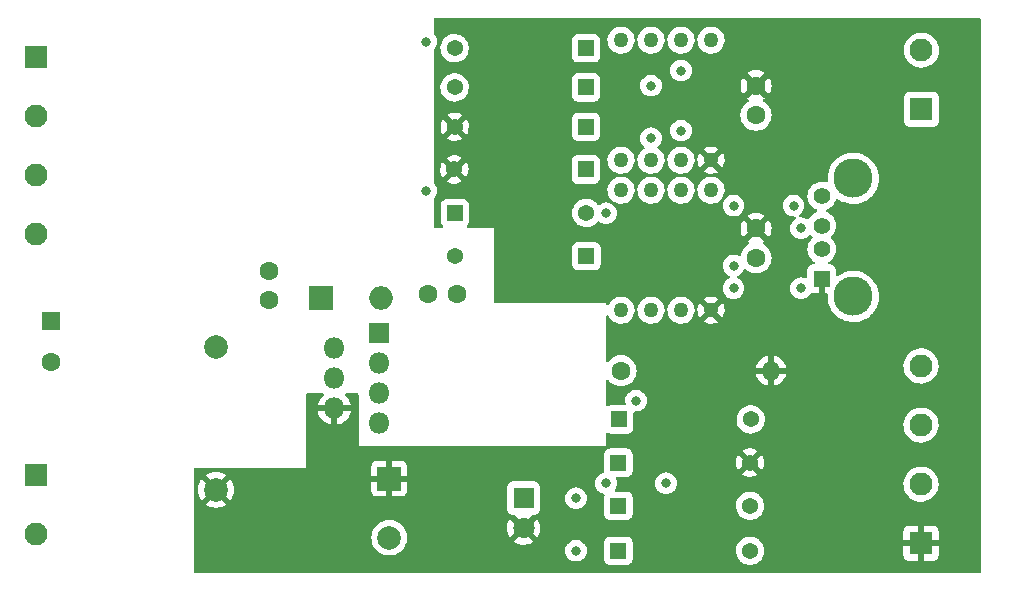
<source format=gbr>
%TF.GenerationSoftware,KiCad,Pcbnew,(6.0.9)*%
%TF.CreationDate,2022-12-19T09:49:19-08:00*%
%TF.ProjectId,TinyG-SuperPid-Integrator,54696e79-472d-4537-9570-65725069642d,rev?*%
%TF.SameCoordinates,Original*%
%TF.FileFunction,Copper,L2,Inr*%
%TF.FilePolarity,Positive*%
%FSLAX46Y46*%
G04 Gerber Fmt 4.6, Leading zero omitted, Abs format (unit mm)*
G04 Created by KiCad (PCBNEW (6.0.9)) date 2022-12-19 09:49:19*
%MOMM*%
%LPD*%
G01*
G04 APERTURE LIST*
%TA.AperFunction,ComponentPad*%
%ADD10C,1.270000*%
%TD*%
%TA.AperFunction,ComponentPad*%
%ADD11R,1.950000X1.950000*%
%TD*%
%TA.AperFunction,ComponentPad*%
%ADD12C,1.950000*%
%TD*%
%TA.AperFunction,ComponentPad*%
%ADD13C,2.000000*%
%TD*%
%TA.AperFunction,ComponentPad*%
%ADD14C,1.600000*%
%TD*%
%TA.AperFunction,ComponentPad*%
%ADD15O,1.600000X1.600000*%
%TD*%
%TA.AperFunction,ComponentPad*%
%ADD16R,1.371600X1.371600*%
%TD*%
%TA.AperFunction,ComponentPad*%
%ADD17C,1.371600*%
%TD*%
%TA.AperFunction,ComponentPad*%
%ADD18R,2.000000X2.000000*%
%TD*%
%TA.AperFunction,ComponentPad*%
%ADD19O,2.000000X2.000000*%
%TD*%
%TA.AperFunction,ComponentPad*%
%ADD20R,1.800000X1.800000*%
%TD*%
%TA.AperFunction,ComponentPad*%
%ADD21O,1.800000X1.800000*%
%TD*%
%TA.AperFunction,ComponentPad*%
%ADD22R,1.408000X1.408000*%
%TD*%
%TA.AperFunction,ComponentPad*%
%ADD23C,1.408000*%
%TD*%
%TA.AperFunction,ComponentPad*%
%ADD24C,3.316000*%
%TD*%
%TA.AperFunction,ComponentPad*%
%ADD25R,1.600000X1.600000*%
%TD*%
%TA.AperFunction,ComponentPad*%
%ADD26C,1.800000*%
%TD*%
%TA.AperFunction,ViaPad*%
%ADD27C,0.800000*%
%TD*%
G04 APERTURE END LIST*
D10*
%TO.N,Net-(J1-Pad1)*%
%TO.C,U2*%
X86995000Y-47585000D03*
%TO.N,Net-(R1-Pad1)*%
X84455000Y-47585000D03*
%TO.N,Net-(R2-Pad1)*%
X81915000Y-47585000D03*
%TO.N,Net-(J1-Pad2)*%
X79375000Y-47585000D03*
%TO.N,GND*%
X79375000Y-57745000D03*
%TO.N,Net-(J2-Pad3)*%
X81915000Y-57745000D03*
%TO.N,Net-(J2-Pad2)*%
X84455000Y-57745000D03*
%TO.N,+5V*%
X86995000Y-57745000D03*
%TD*%
D11*
%TO.N,+5V*%
%TO.C,J2*%
X104775000Y-90170000D03*
D12*
%TO.N,Net-(J2-Pad2)*%
X104775000Y-85170000D03*
%TO.N,Net-(J2-Pad3)*%
X104775000Y-80170000D03*
%TO.N,GND*%
X104775000Y-75170000D03*
%TD*%
D13*
%TO.N,Net-(Cb1-Pad1)*%
%TO.C,L1*%
X45085000Y-73570000D03*
%TO.N,+5V*%
X45085000Y-85640000D03*
%TD*%
D14*
%TO.N,GND*%
%TO.C,RL1*%
X79375000Y-75565000D03*
D15*
%TO.N,+5V*%
X92075000Y-75565000D03*
%TD*%
D16*
%TO.N,Net-(R1-Pad1)*%
%TO.C,R1*%
X76415700Y-48260000D03*
D17*
%TO.N,GND*%
X65290500Y-48260000D03*
%TD*%
D18*
%TO.N,Net-(Cb1-Pad1)*%
%TO.C,D1*%
X54013318Y-69387801D03*
D19*
%TO.N,GND*%
X59093318Y-69387801D03*
%TD*%
D16*
%TO.N,GND*%
%TO.C,R9*%
X79159300Y-86995000D03*
D17*
%TO.N,Net-(R9-Pad2)*%
X90284500Y-86995000D03*
%TD*%
D11*
%TO.N,Net-(J1-Pad1)*%
%TO.C,J1*%
X29807500Y-49015000D03*
D12*
%TO.N,Net-(J1-Pad2)*%
X29807500Y-54015000D03*
%TO.N,Net-(J1-Pad3)*%
X29807500Y-59015000D03*
%TO.N,GND*%
X29807500Y-64015000D03*
%TD*%
D20*
%TO.N,Net-(Cb1-Pad1)*%
%TO.C,U1*%
X58905000Y-72390000D03*
D21*
%TO.N,Net-(Cin1-Pad1)*%
X55105000Y-73660000D03*
%TO.N,Net-(Cb1-Pad2)*%
X58905000Y-74930000D03*
%TO.N,GND*%
X55105000Y-76200000D03*
%TO.N,unconnected-(U1-Pad5)*%
X58905000Y-77470000D03*
%TO.N,+5V*%
X55105000Y-78740000D03*
%TO.N,unconnected-(U1-Pad7)*%
X58905000Y-80010000D03*
%TD*%
D11*
%TO.N,Net-(J5-Pad1)*%
%TO.C,J5*%
X104812500Y-53420000D03*
D12*
%TO.N,GND*%
X104812500Y-48420000D03*
%TD*%
D14*
%TO.N,+5V*%
%TO.C,C2*%
X90805000Y-63520000D03*
%TO.N,GND*%
X90805000Y-66020000D03*
%TD*%
D22*
%TO.N,+5V*%
%TO.C,J4*%
X96365000Y-67782500D03*
D23*
%TO.N,Net-(J4-Pad2)*%
X96365000Y-65282500D03*
%TO.N,Net-(J4-Pad3)*%
X96365000Y-63282500D03*
%TO.N,GND*%
X96365000Y-60782500D03*
D24*
X99035000Y-69282500D03*
X99035000Y-59282500D03*
%TD*%
D16*
%TO.N,Net-(J4-Pad3)*%
%TO.C,R8*%
X79159300Y-83345678D03*
D17*
%TO.N,+5V*%
X90284500Y-83345678D03*
%TD*%
D25*
%TO.N,Net-(Cin1-Pad1)*%
%TO.C,Cin1*%
X31115000Y-71372349D03*
D14*
%TO.N,GND*%
X31115000Y-74872349D03*
%TD*%
D16*
%TO.N,Net-(D2-Pad1)*%
%TO.C,R10*%
X79159300Y-90805000D03*
D17*
%TO.N,GND*%
X90284500Y-90805000D03*
%TD*%
D10*
%TO.N,unconnected-(U3-Pad1)*%
%TO.C,U3*%
X86995000Y-60285000D03*
%TO.N,unconnected-(U3-Pad2)*%
X84455000Y-60285000D03*
%TO.N,Net-(R9-Pad2)*%
X81915000Y-60285000D03*
%TO.N,Net-(J1-Pad3)*%
X79375000Y-60285000D03*
%TO.N,GND*%
X79375000Y-70445000D03*
%TO.N,Net-(J5-Pad1)*%
X81915000Y-70445000D03*
%TO.N,unconnected-(U3-Pad7)*%
X84455000Y-70445000D03*
%TO.N,+5V*%
X86995000Y-70445000D03*
%TD*%
D14*
%TO.N,Net-(Cb1-Pad1)*%
%TO.C,Cb1*%
X63000203Y-69084865D03*
%TO.N,Net-(Cb1-Pad2)*%
X65500203Y-69084865D03*
%TD*%
%TO.N,Net-(Cin1-Pad1)*%
%TO.C,Cinx1*%
X49562685Y-69592058D03*
%TO.N,GND*%
X49562685Y-67092058D03*
%TD*%
%TO.N,+5V*%
%TO.C,C1*%
X90805000Y-51435000D03*
%TO.N,GND*%
X90805000Y-53935000D03*
%TD*%
D18*
%TO.N,+5V*%
%TO.C,Cout1*%
X59752077Y-84696742D03*
D13*
%TO.N,GND*%
X59752077Y-89696742D03*
%TD*%
D11*
%TO.N,Net-(Cin1-Pad1)*%
%TO.C,J3*%
X29828410Y-84380787D03*
D12*
%TO.N,GND*%
X29828410Y-89380787D03*
%TD*%
D16*
%TO.N,GND*%
%TO.C,R7*%
X79227567Y-79696356D03*
D17*
%TO.N,Net-(J4-Pad3)*%
X90352767Y-79696356D03*
%TD*%
D16*
%TO.N,Net-(R2-Pad1)*%
%TO.C,R2*%
X76415700Y-51585365D03*
D17*
%TO.N,GND*%
X65290500Y-51585365D03*
%TD*%
D20*
%TO.N,Net-(D2-Pad1)*%
%TO.C,D2*%
X71120000Y-86355000D03*
D26*
%TO.N,+5V*%
X71120000Y-88895000D03*
%TD*%
D16*
%TO.N,GND*%
%TO.C,R5*%
X65312152Y-62214758D03*
D17*
%TO.N,Net-(J4-Pad2)*%
X76437352Y-62214758D03*
%TD*%
D16*
%TO.N,Net-(J2-Pad2)*%
%TO.C,R3*%
X76415700Y-54910730D03*
D17*
%TO.N,+5V*%
X65290500Y-54910730D03*
%TD*%
D16*
%TO.N,Net-(J2-Pad3)*%
%TO.C,R4*%
X76390749Y-58532218D03*
D17*
%TO.N,+5V*%
X65265549Y-58532218D03*
%TD*%
D16*
%TO.N,Net-(J4-Pad2)*%
%TO.C,R6*%
X76446305Y-65864080D03*
D17*
%TO.N,+5V*%
X65321105Y-65864080D03*
%TD*%
D27*
%TO.N,Net-(J1-Pad3)*%
X62865000Y-47714500D03*
X62865000Y-60325000D03*
%TO.N,Net-(J2-Pad2)*%
X83185000Y-85090000D03*
X84455000Y-55245000D03*
%TO.N,Net-(J2-Pad3)*%
X80645000Y-78105000D03*
X81915000Y-55880000D03*
%TO.N,Net-(J4-Pad3)*%
X94615000Y-63500000D03*
X94615000Y-68580000D03*
X88900000Y-68580000D03*
%TO.N,Net-(R1-Pad1)*%
X84455000Y-50165000D03*
%TO.N,Net-(R2-Pad1)*%
X81915000Y-51435000D03*
%TO.N,Net-(R9-Pad2)*%
X78105000Y-85090000D03*
X78105000Y-62230000D03*
%TO.N,Net-(J5-Pad1)*%
X88900000Y-66675000D03*
X93980000Y-61595000D03*
X88900000Y-61595000D03*
%TO.N,Net-(D2-Pad1)*%
X75565000Y-86360000D03*
X75565000Y-90805000D03*
%TD*%
%TA.AperFunction,Conductor*%
%TO.N,+5V*%
G36*
X109797121Y-45740002D02*
G01*
X109843614Y-45793658D01*
X109855000Y-45846000D01*
X109855000Y-92584000D01*
X109834998Y-92652121D01*
X109781342Y-92698614D01*
X109729000Y-92710000D01*
X43306000Y-92710000D01*
X43237879Y-92689998D01*
X43191386Y-92636342D01*
X43180000Y-92584000D01*
X43180000Y-89696742D01*
X58238912Y-89696742D01*
X58257542Y-89933453D01*
X58258696Y-89938260D01*
X58258697Y-89938266D01*
X58276851Y-90013882D01*
X58312972Y-90164336D01*
X58314865Y-90168907D01*
X58314866Y-90168909D01*
X58400301Y-90375168D01*
X58403837Y-90383705D01*
X58406423Y-90387925D01*
X58525318Y-90581944D01*
X58525322Y-90581950D01*
X58527901Y-90586158D01*
X58682108Y-90766711D01*
X58862661Y-90920918D01*
X58866869Y-90923497D01*
X58866875Y-90923501D01*
X58988825Y-90998232D01*
X59065114Y-91044982D01*
X59069684Y-91046875D01*
X59069688Y-91046877D01*
X59174925Y-91090467D01*
X59284483Y-91135847D01*
X59364686Y-91155102D01*
X59510553Y-91190122D01*
X59510559Y-91190123D01*
X59515366Y-91191277D01*
X59752077Y-91209907D01*
X59988788Y-91191277D01*
X59993595Y-91190123D01*
X59993601Y-91190122D01*
X60139468Y-91155102D01*
X60219671Y-91135847D01*
X60329229Y-91090467D01*
X60434466Y-91046877D01*
X60434470Y-91046875D01*
X60439040Y-91044982D01*
X60515329Y-90998232D01*
X60637279Y-90923501D01*
X60637285Y-90923497D01*
X60641493Y-90920918D01*
X60777215Y-90805000D01*
X74651496Y-90805000D01*
X74671458Y-90994928D01*
X74730473Y-91176556D01*
X74733776Y-91182278D01*
X74733777Y-91182279D01*
X74749504Y-91209519D01*
X74825960Y-91341944D01*
X74830378Y-91346851D01*
X74830379Y-91346852D01*
X74877017Y-91398649D01*
X74953747Y-91483866D01*
X74976950Y-91500724D01*
X75097057Y-91587987D01*
X75108248Y-91596118D01*
X75114276Y-91598802D01*
X75114278Y-91598803D01*
X75236266Y-91653115D01*
X75282712Y-91673794D01*
X75376113Y-91693647D01*
X75463056Y-91712128D01*
X75463061Y-91712128D01*
X75469513Y-91713500D01*
X75660487Y-91713500D01*
X75666939Y-91712128D01*
X75666944Y-91712128D01*
X75753887Y-91693647D01*
X75847288Y-91673794D01*
X75893734Y-91653115D01*
X76015722Y-91598803D01*
X76015724Y-91598802D01*
X76021752Y-91596118D01*
X76032944Y-91587987D01*
X76100459Y-91538934D01*
X77965000Y-91538934D01*
X77971755Y-91601116D01*
X78022885Y-91737505D01*
X78110239Y-91854061D01*
X78226795Y-91941415D01*
X78363184Y-91992545D01*
X78425366Y-91999300D01*
X79893234Y-91999300D01*
X79955416Y-91992545D01*
X80091805Y-91941415D01*
X80208361Y-91854061D01*
X80295715Y-91737505D01*
X80346845Y-91601116D01*
X80353600Y-91538934D01*
X80353600Y-90773603D01*
X89085495Y-90773603D01*
X89099851Y-90992630D01*
X89153881Y-91205373D01*
X89245775Y-91404708D01*
X89249106Y-91409421D01*
X89249107Y-91409423D01*
X89343038Y-91542331D01*
X89372457Y-91583958D01*
X89424734Y-91634884D01*
X89466085Y-91675166D01*
X89529683Y-91737121D01*
X89534479Y-91740326D01*
X89534482Y-91740328D01*
X89541012Y-91744691D01*
X89712188Y-91859067D01*
X89717491Y-91861345D01*
X89717494Y-91861347D01*
X89809140Y-91900721D01*
X89913860Y-91945712D01*
X90030499Y-91972105D01*
X90108571Y-91989771D01*
X90127945Y-91994155D01*
X90133716Y-91994382D01*
X90133718Y-91994382D01*
X90207134Y-91997266D01*
X90347273Y-92002772D01*
X90438942Y-91989481D01*
X90558784Y-91972105D01*
X90558789Y-91972104D01*
X90564498Y-91971276D01*
X90569962Y-91969421D01*
X90569967Y-91969420D01*
X90766878Y-91902577D01*
X90772346Y-91900721D01*
X90963857Y-91793470D01*
X91132615Y-91653115D01*
X91272970Y-91484357D01*
X91380221Y-91292846D01*
X91412931Y-91196486D01*
X91415245Y-91189669D01*
X103292001Y-91189669D01*
X103292371Y-91196490D01*
X103297895Y-91247352D01*
X103301521Y-91262604D01*
X103346676Y-91383054D01*
X103355214Y-91398649D01*
X103431715Y-91500724D01*
X103444276Y-91513285D01*
X103546351Y-91589786D01*
X103561946Y-91598324D01*
X103682394Y-91643478D01*
X103697649Y-91647105D01*
X103748514Y-91652631D01*
X103755328Y-91653000D01*
X104502885Y-91653000D01*
X104518124Y-91648525D01*
X104519329Y-91647135D01*
X104521000Y-91639452D01*
X104521000Y-91634884D01*
X105029000Y-91634884D01*
X105033475Y-91650123D01*
X105034865Y-91651328D01*
X105042548Y-91652999D01*
X105794669Y-91652999D01*
X105801490Y-91652629D01*
X105852352Y-91647105D01*
X105867604Y-91643479D01*
X105988054Y-91598324D01*
X106003649Y-91589786D01*
X106105724Y-91513285D01*
X106118285Y-91500724D01*
X106194786Y-91398649D01*
X106203324Y-91383054D01*
X106248478Y-91262606D01*
X106252105Y-91247351D01*
X106257631Y-91196486D01*
X106258000Y-91189672D01*
X106258000Y-90442115D01*
X106253525Y-90426876D01*
X106252135Y-90425671D01*
X106244452Y-90424000D01*
X105047115Y-90424000D01*
X105031876Y-90428475D01*
X105030671Y-90429865D01*
X105029000Y-90437548D01*
X105029000Y-91634884D01*
X104521000Y-91634884D01*
X104521000Y-90442115D01*
X104516525Y-90426876D01*
X104515135Y-90425671D01*
X104507452Y-90424000D01*
X103310116Y-90424000D01*
X103294877Y-90428475D01*
X103293672Y-90429865D01*
X103292001Y-90437548D01*
X103292001Y-91189669D01*
X91415245Y-91189669D01*
X91448920Y-91090467D01*
X91448921Y-91090462D01*
X91450776Y-91084998D01*
X91451604Y-91079289D01*
X91451605Y-91079284D01*
X91481739Y-90871447D01*
X91482272Y-90867773D01*
X91483916Y-90805000D01*
X91471573Y-90670672D01*
X91464361Y-90592178D01*
X91464360Y-90592175D01*
X91463832Y-90586424D01*
X91418834Y-90426876D01*
X91405819Y-90380727D01*
X91405818Y-90380725D01*
X91404251Y-90375168D01*
X91389869Y-90346003D01*
X91309725Y-90183488D01*
X91307170Y-90178307D01*
X91298374Y-90166527D01*
X91179293Y-90007058D01*
X91179292Y-90007057D01*
X91175840Y-90002434D01*
X91067680Y-89902452D01*
X91062739Y-89897885D01*
X103292000Y-89897885D01*
X103296475Y-89913124D01*
X103297865Y-89914329D01*
X103305548Y-89916000D01*
X104502885Y-89916000D01*
X104518124Y-89911525D01*
X104519329Y-89910135D01*
X104521000Y-89902452D01*
X104521000Y-89897885D01*
X105029000Y-89897885D01*
X105033475Y-89913124D01*
X105034865Y-89914329D01*
X105042548Y-89916000D01*
X106239884Y-89916000D01*
X106255123Y-89911525D01*
X106256328Y-89910135D01*
X106257999Y-89902452D01*
X106257999Y-89150331D01*
X106257629Y-89143510D01*
X106252105Y-89092648D01*
X106248479Y-89077396D01*
X106203324Y-88956946D01*
X106194786Y-88941351D01*
X106118285Y-88839276D01*
X106105724Y-88826715D01*
X106003649Y-88750214D01*
X105988054Y-88741676D01*
X105867606Y-88696522D01*
X105852351Y-88692895D01*
X105801486Y-88687369D01*
X105794672Y-88687000D01*
X105047115Y-88687000D01*
X105031876Y-88691475D01*
X105030671Y-88692865D01*
X105029000Y-88700548D01*
X105029000Y-89897885D01*
X104521000Y-89897885D01*
X104521000Y-88705116D01*
X104516525Y-88689877D01*
X104515135Y-88688672D01*
X104507452Y-88687001D01*
X103755331Y-88687001D01*
X103748510Y-88687371D01*
X103697648Y-88692895D01*
X103682396Y-88696521D01*
X103561946Y-88741676D01*
X103546351Y-88750214D01*
X103444276Y-88826715D01*
X103431715Y-88839276D01*
X103355214Y-88941351D01*
X103346676Y-88956946D01*
X103301522Y-89077394D01*
X103297895Y-89092649D01*
X103292369Y-89143514D01*
X103292000Y-89150328D01*
X103292000Y-89897885D01*
X91062739Y-89897885D01*
X91018898Y-89857358D01*
X91018895Y-89857356D01*
X91014658Y-89853439D01*
X90829023Y-89736313D01*
X90625153Y-89654976D01*
X90619485Y-89653849D01*
X90619483Y-89653848D01*
X90415541Y-89613282D01*
X90415537Y-89613282D01*
X90409873Y-89612155D01*
X90404098Y-89612079D01*
X90404094Y-89612079D01*
X90293463Y-89610631D01*
X90190395Y-89609281D01*
X90184698Y-89610260D01*
X90184697Y-89610260D01*
X89979765Y-89645474D01*
X89974068Y-89646453D01*
X89768138Y-89722425D01*
X89763177Y-89725377D01*
X89763176Y-89725377D01*
X89584469Y-89831696D01*
X89584466Y-89831698D01*
X89579501Y-89834652D01*
X89414474Y-89979377D01*
X89278585Y-90151751D01*
X89275894Y-90156867D01*
X89275892Y-90156869D01*
X89197581Y-90305714D01*
X89176384Y-90346003D01*
X89111294Y-90555627D01*
X89085495Y-90773603D01*
X80353600Y-90773603D01*
X80353600Y-90071066D01*
X80346845Y-90008884D01*
X80295715Y-89872495D01*
X80208361Y-89755939D01*
X80091805Y-89668585D01*
X79955416Y-89617455D01*
X79893234Y-89610700D01*
X78425366Y-89610700D01*
X78363184Y-89617455D01*
X78226795Y-89668585D01*
X78110239Y-89755939D01*
X78022885Y-89872495D01*
X77971755Y-90008884D01*
X77965000Y-90071066D01*
X77965000Y-91538934D01*
X76100459Y-91538934D01*
X76153050Y-91500724D01*
X76176253Y-91483866D01*
X76252983Y-91398649D01*
X76299621Y-91346852D01*
X76299622Y-91346851D01*
X76304040Y-91341944D01*
X76380496Y-91209519D01*
X76396223Y-91182279D01*
X76396224Y-91182278D01*
X76399527Y-91176556D01*
X76458542Y-90994928D01*
X76478504Y-90805000D01*
X76458542Y-90615072D01*
X76399527Y-90433444D01*
X76394075Y-90424000D01*
X76349043Y-90346003D01*
X76304040Y-90268056D01*
X76253482Y-90211905D01*
X76180675Y-90131045D01*
X76180674Y-90131044D01*
X76176253Y-90126134D01*
X76021752Y-90013882D01*
X76015724Y-90011198D01*
X76015722Y-90011197D01*
X75853319Y-89938891D01*
X75853318Y-89938891D01*
X75847288Y-89936206D01*
X75752227Y-89916000D01*
X75666944Y-89897872D01*
X75666939Y-89897872D01*
X75660487Y-89896500D01*
X75469513Y-89896500D01*
X75463061Y-89897872D01*
X75463056Y-89897872D01*
X75377773Y-89916000D01*
X75282712Y-89936206D01*
X75276682Y-89938891D01*
X75276681Y-89938891D01*
X75114278Y-90011197D01*
X75114276Y-90011198D01*
X75108248Y-90013882D01*
X74953747Y-90126134D01*
X74949326Y-90131044D01*
X74949325Y-90131045D01*
X74876519Y-90211905D01*
X74825960Y-90268056D01*
X74780957Y-90346003D01*
X74735926Y-90424000D01*
X74730473Y-90433444D01*
X74671458Y-90615072D01*
X74651496Y-90805000D01*
X60777215Y-90805000D01*
X60822046Y-90766711D01*
X60976253Y-90586158D01*
X60978832Y-90581950D01*
X60978836Y-90581944D01*
X61097731Y-90387925D01*
X61100317Y-90383705D01*
X61103854Y-90375168D01*
X61189288Y-90168909D01*
X61189289Y-90168907D01*
X61191182Y-90164336D01*
X61217094Y-90056406D01*
X70323423Y-90056406D01*
X70328704Y-90063461D01*
X70505080Y-90166527D01*
X70514363Y-90170974D01*
X70721003Y-90249883D01*
X70730901Y-90252759D01*
X70947653Y-90296857D01*
X70957883Y-90298076D01*
X71178914Y-90306182D01*
X71189223Y-90305714D01*
X71408623Y-90277608D01*
X71418688Y-90275468D01*
X71630557Y-90211905D01*
X71640152Y-90208144D01*
X71838778Y-90110838D01*
X71847636Y-90105559D01*
X71905097Y-90064572D01*
X71913497Y-90053874D01*
X71906510Y-90040721D01*
X71132811Y-89267021D01*
X71118868Y-89259408D01*
X71117034Y-89259539D01*
X71110420Y-89263790D01*
X70330180Y-90044031D01*
X70323423Y-90056406D01*
X61217094Y-90056406D01*
X61227303Y-90013882D01*
X61245457Y-89938266D01*
X61245458Y-89938260D01*
X61246612Y-89933453D01*
X61265242Y-89696742D01*
X61246612Y-89460031D01*
X61236939Y-89419737D01*
X61192337Y-89233960D01*
X61191182Y-89229148D01*
X61189288Y-89224575D01*
X61102212Y-89014353D01*
X61102210Y-89014349D01*
X61100317Y-89009779D01*
X61035851Y-88904580D01*
X61011987Y-88865638D01*
X69707893Y-88865638D01*
X69720627Y-89086468D01*
X69722061Y-89096670D01*
X69770685Y-89312439D01*
X69773773Y-89322292D01*
X69856986Y-89527220D01*
X69861634Y-89536421D01*
X69950097Y-89680781D01*
X69960553Y-89690242D01*
X69969331Y-89686458D01*
X70747979Y-88907811D01*
X70754356Y-88896132D01*
X71484408Y-88896132D01*
X71484539Y-88897966D01*
X71488790Y-88904580D01*
X72266307Y-89682096D01*
X72278313Y-89688652D01*
X72290052Y-89679684D01*
X72328010Y-89626859D01*
X72333321Y-89618020D01*
X72431318Y-89419737D01*
X72435117Y-89410142D01*
X72499415Y-89198517D01*
X72501594Y-89188436D01*
X72530702Y-88967338D01*
X72531221Y-88960663D01*
X72532744Y-88898364D01*
X72532550Y-88891646D01*
X72514279Y-88669400D01*
X72512596Y-88659238D01*
X72458710Y-88444708D01*
X72455389Y-88434953D01*
X72367193Y-88232118D01*
X72362315Y-88223020D01*
X72289224Y-88110038D01*
X72278538Y-88100835D01*
X72268973Y-88105238D01*
X71492021Y-88882189D01*
X71484408Y-88896132D01*
X70754356Y-88896132D01*
X70755592Y-88893868D01*
X70755461Y-88892034D01*
X70751210Y-88885420D01*
X69973862Y-88108073D01*
X69962330Y-88101776D01*
X69950048Y-88111399D01*
X69894467Y-88192877D01*
X69889379Y-88201833D01*
X69796252Y-88402459D01*
X69792689Y-88412146D01*
X69733581Y-88625280D01*
X69731650Y-88635400D01*
X69708145Y-88855349D01*
X69707893Y-88865638D01*
X61011987Y-88865638D01*
X60978836Y-88811540D01*
X60978832Y-88811534D01*
X60976253Y-88807326D01*
X60822046Y-88626773D01*
X60641493Y-88472566D01*
X60637285Y-88469987D01*
X60637279Y-88469983D01*
X60443260Y-88351088D01*
X60439040Y-88348502D01*
X60434470Y-88346609D01*
X60434466Y-88346607D01*
X60224244Y-88259531D01*
X60224242Y-88259530D01*
X60219671Y-88257637D01*
X60075481Y-88223020D01*
X59993601Y-88203362D01*
X59993595Y-88203361D01*
X59988788Y-88202207D01*
X59752077Y-88183577D01*
X59515366Y-88202207D01*
X59510559Y-88203361D01*
X59510553Y-88203362D01*
X59428673Y-88223020D01*
X59284483Y-88257637D01*
X59279912Y-88259530D01*
X59279910Y-88259531D01*
X59069688Y-88346607D01*
X59069684Y-88346609D01*
X59065114Y-88348502D01*
X59060894Y-88351088D01*
X58866875Y-88469983D01*
X58866869Y-88469987D01*
X58862661Y-88472566D01*
X58682108Y-88626773D01*
X58527901Y-88807326D01*
X58525322Y-88811534D01*
X58525318Y-88811540D01*
X58468303Y-88904580D01*
X58403837Y-89009779D01*
X58401944Y-89014349D01*
X58401942Y-89014353D01*
X58314866Y-89224575D01*
X58312972Y-89229148D01*
X58311817Y-89233960D01*
X58267216Y-89419737D01*
X58257542Y-89460031D01*
X58238912Y-89696742D01*
X43180000Y-89696742D01*
X43180000Y-87303134D01*
X69711500Y-87303134D01*
X69718255Y-87365316D01*
X69769385Y-87501705D01*
X69856739Y-87618261D01*
X69973295Y-87705615D01*
X70109684Y-87756745D01*
X70171866Y-87763500D01*
X70295520Y-87763500D01*
X70363641Y-87783502D01*
X70384616Y-87800405D01*
X71107189Y-88522979D01*
X71121132Y-88530592D01*
X71122966Y-88530461D01*
X71129580Y-88526210D01*
X71855384Y-87800405D01*
X71917697Y-87766380D01*
X71944480Y-87763500D01*
X72068134Y-87763500D01*
X72130316Y-87756745D01*
X72266705Y-87705615D01*
X72383261Y-87618261D01*
X72470615Y-87501705D01*
X72521745Y-87365316D01*
X72528500Y-87303134D01*
X72528500Y-86360000D01*
X74651496Y-86360000D01*
X74652186Y-86366565D01*
X74669457Y-86530886D01*
X74671458Y-86549928D01*
X74730473Y-86731556D01*
X74733776Y-86737278D01*
X74733777Y-86737279D01*
X74756378Y-86776424D01*
X74825960Y-86896944D01*
X74953747Y-87038866D01*
X74984827Y-87061447D01*
X75083153Y-87132885D01*
X75108248Y-87151118D01*
X75114276Y-87153802D01*
X75114278Y-87153803D01*
X75276681Y-87226109D01*
X75282712Y-87228794D01*
X75376113Y-87248647D01*
X75463056Y-87267128D01*
X75463061Y-87267128D01*
X75469513Y-87268500D01*
X75660487Y-87268500D01*
X75666939Y-87267128D01*
X75666944Y-87267128D01*
X75753887Y-87248647D01*
X75847288Y-87228794D01*
X75853319Y-87226109D01*
X76015722Y-87153803D01*
X76015724Y-87153802D01*
X76021752Y-87151118D01*
X76046848Y-87132885D01*
X76145173Y-87061447D01*
X76176253Y-87038866D01*
X76304040Y-86896944D01*
X76373622Y-86776424D01*
X76396223Y-86737279D01*
X76396224Y-86737278D01*
X76399527Y-86731556D01*
X76458542Y-86549928D01*
X76460544Y-86530886D01*
X76477814Y-86366565D01*
X76478504Y-86360000D01*
X76465214Y-86233553D01*
X76459232Y-86176635D01*
X76459232Y-86176633D01*
X76458542Y-86170072D01*
X76399527Y-85988444D01*
X76392011Y-85975425D01*
X76339112Y-85883803D01*
X76304040Y-85823056D01*
X76296198Y-85814346D01*
X76180675Y-85686045D01*
X76180674Y-85686044D01*
X76176253Y-85681134D01*
X76021752Y-85568882D01*
X76015724Y-85566198D01*
X76015722Y-85566197D01*
X75853319Y-85493891D01*
X75853318Y-85493891D01*
X75847288Y-85491206D01*
X75734721Y-85467279D01*
X75666944Y-85452872D01*
X75666939Y-85452872D01*
X75660487Y-85451500D01*
X75469513Y-85451500D01*
X75463061Y-85452872D01*
X75463056Y-85452872D01*
X75395279Y-85467279D01*
X75282712Y-85491206D01*
X75276682Y-85493891D01*
X75276681Y-85493891D01*
X75114278Y-85566197D01*
X75114276Y-85566198D01*
X75108248Y-85568882D01*
X74953747Y-85681134D01*
X74949326Y-85686044D01*
X74949325Y-85686045D01*
X74833803Y-85814346D01*
X74825960Y-85823056D01*
X74790888Y-85883803D01*
X74737990Y-85975425D01*
X74730473Y-85988444D01*
X74671458Y-86170072D01*
X74670768Y-86176633D01*
X74670768Y-86176635D01*
X74664786Y-86233553D01*
X74651496Y-86360000D01*
X72528500Y-86360000D01*
X72528500Y-85406866D01*
X72521745Y-85344684D01*
X72470615Y-85208295D01*
X72383261Y-85091739D01*
X72380941Y-85090000D01*
X77191496Y-85090000D01*
X77211458Y-85279928D01*
X77270473Y-85461556D01*
X77365960Y-85626944D01*
X77370378Y-85631851D01*
X77370379Y-85631852D01*
X77469026Y-85741411D01*
X77493747Y-85768866D01*
X77648248Y-85881118D01*
X77654276Y-85883802D01*
X77654278Y-85883803D01*
X77816681Y-85956109D01*
X77822712Y-85958794D01*
X77829167Y-85960166D01*
X77829170Y-85960167D01*
X77861507Y-85967040D01*
X77900957Y-85975426D01*
X77963430Y-86009153D01*
X77997751Y-86071302D01*
X77992742Y-86142901D01*
X77971755Y-86198884D01*
X77965000Y-86261066D01*
X77965000Y-87728934D01*
X77971755Y-87791116D01*
X78022885Y-87927505D01*
X78110239Y-88044061D01*
X78226795Y-88131415D01*
X78363184Y-88182545D01*
X78425366Y-88189300D01*
X79893234Y-88189300D01*
X79955416Y-88182545D01*
X80091805Y-88131415D01*
X80208361Y-88044061D01*
X80295715Y-87927505D01*
X80346845Y-87791116D01*
X80353600Y-87728934D01*
X80353600Y-86963603D01*
X89085495Y-86963603D01*
X89099851Y-87182630D01*
X89153881Y-87395373D01*
X89245775Y-87594708D01*
X89249106Y-87599421D01*
X89249107Y-87599423D01*
X89360895Y-87757598D01*
X89372457Y-87773958D01*
X89529683Y-87927121D01*
X89534479Y-87930326D01*
X89534482Y-87930328D01*
X89541012Y-87934691D01*
X89712188Y-88049067D01*
X89717491Y-88051345D01*
X89717494Y-88051347D01*
X89849528Y-88108073D01*
X89913860Y-88135712D01*
X90030499Y-88162105D01*
X90108571Y-88179771D01*
X90127945Y-88184155D01*
X90133716Y-88184382D01*
X90133718Y-88184382D01*
X90207134Y-88187266D01*
X90347273Y-88192772D01*
X90438942Y-88179481D01*
X90558784Y-88162105D01*
X90558789Y-88162104D01*
X90564498Y-88161276D01*
X90569962Y-88159421D01*
X90569967Y-88159420D01*
X90766878Y-88092577D01*
X90772346Y-88090721D01*
X90963857Y-87983470D01*
X91132615Y-87843115D01*
X91272970Y-87674357D01*
X91380221Y-87482846D01*
X91411815Y-87389773D01*
X91448920Y-87280467D01*
X91448921Y-87280462D01*
X91450776Y-87274998D01*
X91451604Y-87269289D01*
X91451605Y-87269284D01*
X91471381Y-87132885D01*
X91482272Y-87057773D01*
X91483916Y-86995000D01*
X91463832Y-86776424D01*
X91427353Y-86647080D01*
X91405819Y-86570727D01*
X91405818Y-86570725D01*
X91404251Y-86565168D01*
X91399832Y-86556206D01*
X91309725Y-86373488D01*
X91307170Y-86368307D01*
X91261372Y-86306975D01*
X91179293Y-86197058D01*
X91179292Y-86197057D01*
X91175840Y-86192434D01*
X91044800Y-86071302D01*
X91018898Y-86047358D01*
X91018895Y-86047356D01*
X91014658Y-86043439D01*
X90829023Y-85926313D01*
X90625153Y-85844976D01*
X90619485Y-85843849D01*
X90619483Y-85843848D01*
X90415541Y-85803282D01*
X90415537Y-85803282D01*
X90409873Y-85802155D01*
X90404098Y-85802079D01*
X90404094Y-85802079D01*
X90293463Y-85800631D01*
X90190395Y-85799281D01*
X90184698Y-85800260D01*
X90184697Y-85800260D01*
X89979765Y-85835474D01*
X89974068Y-85836453D01*
X89768138Y-85912425D01*
X89763177Y-85915377D01*
X89763176Y-85915377D01*
X89584469Y-86021696D01*
X89584466Y-86021698D01*
X89579501Y-86024652D01*
X89414474Y-86169377D01*
X89278585Y-86341751D01*
X89275894Y-86346867D01*
X89275892Y-86346869D01*
X89179076Y-86530886D01*
X89176384Y-86536003D01*
X89111294Y-86745627D01*
X89085495Y-86963603D01*
X80353600Y-86963603D01*
X80353600Y-86261066D01*
X80346845Y-86198884D01*
X80295715Y-86062495D01*
X80208361Y-85945939D01*
X80091805Y-85858585D01*
X79955416Y-85807455D01*
X79893234Y-85800700D01*
X78961960Y-85800700D01*
X78893839Y-85780698D01*
X78847346Y-85727042D01*
X78837242Y-85656768D01*
X78852841Y-85611700D01*
X78936223Y-85467279D01*
X78936224Y-85467278D01*
X78939527Y-85461556D01*
X78998542Y-85279928D01*
X79018504Y-85090000D01*
X82271496Y-85090000D01*
X82291458Y-85279928D01*
X82350473Y-85461556D01*
X82445960Y-85626944D01*
X82450378Y-85631851D01*
X82450379Y-85631852D01*
X82549026Y-85741411D01*
X82573747Y-85768866D01*
X82728248Y-85881118D01*
X82734276Y-85883802D01*
X82734278Y-85883803D01*
X82896681Y-85956109D01*
X82902712Y-85958794D01*
X82996112Y-85978647D01*
X83083056Y-85997128D01*
X83083061Y-85997128D01*
X83089513Y-85998500D01*
X83280487Y-85998500D01*
X83286939Y-85997128D01*
X83286944Y-85997128D01*
X83373888Y-85978647D01*
X83467288Y-85958794D01*
X83473319Y-85956109D01*
X83635722Y-85883803D01*
X83635724Y-85883802D01*
X83641752Y-85881118D01*
X83796253Y-85768866D01*
X83820974Y-85741411D01*
X83919621Y-85631852D01*
X83919622Y-85631851D01*
X83924040Y-85626944D01*
X84019527Y-85461556D01*
X84078542Y-85279928D01*
X84093918Y-85133631D01*
X103286860Y-85133631D01*
X103287157Y-85138783D01*
X103287157Y-85138787D01*
X103294607Y-85267978D01*
X103300903Y-85377171D01*
X103302040Y-85382217D01*
X103302041Y-85382223D01*
X103326602Y-85491206D01*
X103354533Y-85615147D01*
X103356475Y-85619929D01*
X103356476Y-85619933D01*
X103444367Y-85836382D01*
X103446311Y-85841169D01*
X103518392Y-85958794D01*
X103549030Y-86008790D01*
X103573772Y-86049166D01*
X103733492Y-86233553D01*
X103921183Y-86389377D01*
X104131804Y-86512453D01*
X104359698Y-86599478D01*
X104364764Y-86600509D01*
X104364765Y-86600509D01*
X104593667Y-86647080D01*
X104593671Y-86647080D01*
X104598746Y-86648113D01*
X104603922Y-86648303D01*
X104603924Y-86648303D01*
X104837363Y-86656863D01*
X104837367Y-86656863D01*
X104842527Y-86657052D01*
X104847647Y-86656396D01*
X104847649Y-86656396D01*
X104924377Y-86646567D01*
X105084494Y-86626055D01*
X105089443Y-86624570D01*
X105089449Y-86624569D01*
X105313200Y-86557440D01*
X105313199Y-86557440D01*
X105318150Y-86555955D01*
X105537219Y-86448634D01*
X105541424Y-86445634D01*
X105541430Y-86445631D01*
X105731614Y-86309974D01*
X105731616Y-86309972D01*
X105735818Y-86306975D01*
X105908614Y-86134781D01*
X106050966Y-85936677D01*
X106054566Y-85929394D01*
X106156756Y-85722626D01*
X106156757Y-85722624D01*
X106159050Y-85717984D01*
X106186636Y-85627188D01*
X106228462Y-85489527D01*
X106228463Y-85489521D01*
X106229966Y-85484575D01*
X106258056Y-85271210D01*
X106261370Y-85246038D01*
X106261370Y-85246034D01*
X106261807Y-85242717D01*
X106263584Y-85170000D01*
X106243596Y-84926876D01*
X106184167Y-84690280D01*
X106116247Y-84534076D01*
X106088954Y-84471305D01*
X106088952Y-84471302D01*
X106086894Y-84466568D01*
X105969671Y-84285369D01*
X105957200Y-84266091D01*
X105957198Y-84266088D01*
X105954390Y-84261748D01*
X105916252Y-84219834D01*
X105793690Y-84085141D01*
X105793688Y-84085140D01*
X105790212Y-84081319D01*
X105786161Y-84078120D01*
X105786157Y-84078116D01*
X105602825Y-83933329D01*
X105602821Y-83933327D01*
X105598770Y-83930127D01*
X105385205Y-83812233D01*
X105380336Y-83810509D01*
X105380332Y-83810507D01*
X105160127Y-83732528D01*
X105160123Y-83732527D01*
X105155252Y-83730802D01*
X105150159Y-83729895D01*
X105150156Y-83729894D01*
X104920177Y-83688928D01*
X104920171Y-83688927D01*
X104915088Y-83688022D01*
X104835380Y-83687048D01*
X104676332Y-83685105D01*
X104676330Y-83685105D01*
X104671162Y-83685042D01*
X104430024Y-83721941D01*
X104198150Y-83797729D01*
X104193558Y-83800119D01*
X104193559Y-83800119D01*
X104044184Y-83877879D01*
X103981769Y-83910370D01*
X103977636Y-83913473D01*
X103977633Y-83913475D01*
X103881864Y-83985381D01*
X103786690Y-84056840D01*
X103783118Y-84060578D01*
X103629619Y-84221206D01*
X103618153Y-84233204D01*
X103615239Y-84237476D01*
X103615238Y-84237477D01*
X103570703Y-84302763D01*
X103480684Y-84434726D01*
X103463705Y-84471305D01*
X103423103Y-84558774D01*
X103377974Y-84655995D01*
X103312783Y-84891067D01*
X103286860Y-85133631D01*
X84093918Y-85133631D01*
X84098504Y-85090000D01*
X84078542Y-84900072D01*
X84019527Y-84718444D01*
X84003267Y-84690280D01*
X83927341Y-84558774D01*
X83924040Y-84553056D01*
X83906951Y-84534076D01*
X83800675Y-84416045D01*
X83800674Y-84416044D01*
X83796253Y-84411134D01*
X83710505Y-84348834D01*
X89645704Y-84348834D01*
X89655586Y-84361323D01*
X89707624Y-84396094D01*
X89717734Y-84401584D01*
X89908708Y-84483633D01*
X89919651Y-84487188D01*
X90122373Y-84533060D01*
X90133783Y-84534562D01*
X90341478Y-84542722D01*
X90352960Y-84542120D01*
X90558659Y-84512296D01*
X90569855Y-84509608D01*
X90766674Y-84442796D01*
X90777181Y-84438118D01*
X90915569Y-84360616D01*
X90925434Y-84350538D01*
X90922478Y-84342866D01*
X90297312Y-83717700D01*
X90283368Y-83710086D01*
X90281535Y-83710217D01*
X90274920Y-83714468D01*
X89651900Y-84337488D01*
X89645704Y-84348834D01*
X83710505Y-84348834D01*
X83641752Y-84298882D01*
X83635724Y-84296198D01*
X83635722Y-84296197D01*
X83473319Y-84223891D01*
X83473318Y-84223891D01*
X83467288Y-84221206D01*
X83368543Y-84200217D01*
X83286944Y-84182872D01*
X83286939Y-84182872D01*
X83280487Y-84181500D01*
X83089513Y-84181500D01*
X83083061Y-84182872D01*
X83083056Y-84182872D01*
X83001457Y-84200217D01*
X82902712Y-84221206D01*
X82896682Y-84223891D01*
X82896681Y-84223891D01*
X82734278Y-84296197D01*
X82734276Y-84296198D01*
X82728248Y-84298882D01*
X82573747Y-84411134D01*
X82569326Y-84416044D01*
X82569325Y-84416045D01*
X82463050Y-84534076D01*
X82445960Y-84553056D01*
X82442659Y-84558774D01*
X82366734Y-84690280D01*
X82350473Y-84718444D01*
X82291458Y-84900072D01*
X82271496Y-85090000D01*
X79018504Y-85090000D01*
X78998542Y-84900072D01*
X78939527Y-84718444D01*
X78938049Y-84715884D01*
X78928795Y-84646860D01*
X78958901Y-84582563D01*
X79018990Y-84544750D01*
X79053336Y-84539978D01*
X79893234Y-84539978D01*
X79955416Y-84533223D01*
X80091805Y-84482093D01*
X80208361Y-84394739D01*
X80295715Y-84278183D01*
X80346845Y-84141794D01*
X80353600Y-84079612D01*
X80353600Y-83320060D01*
X89086375Y-83320060D01*
X89099969Y-83527461D01*
X89101770Y-83538831D01*
X89152932Y-83740284D01*
X89156773Y-83751131D01*
X89243793Y-83939893D01*
X89249542Y-83949850D01*
X89268725Y-83976993D01*
X89279314Y-83985381D01*
X89292615Y-83978353D01*
X89912478Y-83358490D01*
X89918856Y-83346810D01*
X90648908Y-83346810D01*
X90649039Y-83348643D01*
X90653290Y-83355258D01*
X91277774Y-83979742D01*
X91290154Y-83986502D01*
X91296734Y-83981576D01*
X91376940Y-83838359D01*
X91381618Y-83827852D01*
X91448430Y-83631033D01*
X91451118Y-83619837D01*
X91481238Y-83412098D01*
X91481868Y-83404715D01*
X91483317Y-83349382D01*
X91483074Y-83341983D01*
X91463867Y-83132950D01*
X91461769Y-83121629D01*
X91405352Y-82921591D01*
X91401227Y-82910844D01*
X91309296Y-82724426D01*
X91303286Y-82714619D01*
X91301934Y-82712808D01*
X91290676Y-82704359D01*
X91278257Y-82711131D01*
X90656522Y-83332866D01*
X90648908Y-83346810D01*
X89918856Y-83346810D01*
X89920092Y-83344546D01*
X89919961Y-83342713D01*
X89915710Y-83336098D01*
X89289511Y-82709899D01*
X89277131Y-82703139D01*
X89271165Y-82707605D01*
X89179537Y-82881763D01*
X89175136Y-82892387D01*
X89113498Y-83090893D01*
X89111106Y-83102147D01*
X89086676Y-83308559D01*
X89086375Y-83320060D01*
X80353600Y-83320060D01*
X80353600Y-82611744D01*
X80346845Y-82549562D01*
X80295715Y-82413173D01*
X80242189Y-82341753D01*
X89644687Y-82341753D01*
X89648173Y-82350141D01*
X90271688Y-82973656D01*
X90285632Y-82981270D01*
X90287465Y-82981139D01*
X90294080Y-82976888D01*
X90916989Y-82353979D01*
X90923749Y-82341599D01*
X90917719Y-82333544D01*
X90833680Y-82280519D01*
X90823432Y-82275298D01*
X90630379Y-82198278D01*
X90619343Y-82195009D01*
X90415487Y-82154459D01*
X90404042Y-82153256D01*
X90196216Y-82150536D01*
X90184736Y-82151439D01*
X89979895Y-82186637D01*
X89968775Y-82189617D01*
X89773770Y-82261558D01*
X89763392Y-82266508D01*
X89654285Y-82331420D01*
X89644687Y-82341753D01*
X80242189Y-82341753D01*
X80208361Y-82296617D01*
X80091805Y-82209263D01*
X79955416Y-82158133D01*
X79893234Y-82151378D01*
X78425366Y-82151378D01*
X78363184Y-82158133D01*
X78226795Y-82209263D01*
X78110239Y-82296617D01*
X78022885Y-82413173D01*
X77971755Y-82549562D01*
X77965000Y-82611744D01*
X77965000Y-84079612D01*
X77965277Y-84082162D01*
X77949027Y-84151108D01*
X77897965Y-84200436D01*
X77865697Y-84212068D01*
X77829176Y-84219831D01*
X77829167Y-84219834D01*
X77822712Y-84221206D01*
X77816682Y-84223891D01*
X77816681Y-84223891D01*
X77654278Y-84296197D01*
X77654276Y-84296198D01*
X77648248Y-84298882D01*
X77493747Y-84411134D01*
X77489326Y-84416044D01*
X77489325Y-84416045D01*
X77383050Y-84534076D01*
X77365960Y-84553056D01*
X77362659Y-84558774D01*
X77286734Y-84690280D01*
X77270473Y-84718444D01*
X77211458Y-84900072D01*
X77191496Y-85090000D01*
X72380941Y-85090000D01*
X72266705Y-85004385D01*
X72130316Y-84953255D01*
X72068134Y-84946500D01*
X70171866Y-84946500D01*
X70109684Y-84953255D01*
X69973295Y-85004385D01*
X69856739Y-85091739D01*
X69769385Y-85208295D01*
X69718255Y-85344684D01*
X69711500Y-85406866D01*
X69711500Y-87303134D01*
X43180000Y-87303134D01*
X43180000Y-86872670D01*
X44217160Y-86872670D01*
X44222887Y-86880320D01*
X44394042Y-86985205D01*
X44402837Y-86989687D01*
X44612988Y-87076734D01*
X44622373Y-87079783D01*
X44843554Y-87132885D01*
X44853301Y-87134428D01*
X45080070Y-87152275D01*
X45089930Y-87152275D01*
X45316699Y-87134428D01*
X45326446Y-87132885D01*
X45547627Y-87079783D01*
X45557012Y-87076734D01*
X45767163Y-86989687D01*
X45775958Y-86985205D01*
X45943445Y-86882568D01*
X45952907Y-86872110D01*
X45949124Y-86863334D01*
X45097812Y-86012022D01*
X45083868Y-86004408D01*
X45082035Y-86004539D01*
X45075420Y-86008790D01*
X44223920Y-86860290D01*
X44217160Y-86872670D01*
X43180000Y-86872670D01*
X43180000Y-85644930D01*
X43572725Y-85644930D01*
X43590572Y-85871699D01*
X43592115Y-85881446D01*
X43645217Y-86102627D01*
X43648266Y-86112012D01*
X43735313Y-86322163D01*
X43739795Y-86330958D01*
X43842432Y-86498445D01*
X43852890Y-86507907D01*
X43861666Y-86504124D01*
X44712978Y-85652812D01*
X44719356Y-85641132D01*
X45449408Y-85641132D01*
X45449539Y-85642965D01*
X45453790Y-85649580D01*
X46305290Y-86501080D01*
X46317670Y-86507840D01*
X46325320Y-86502113D01*
X46430205Y-86330958D01*
X46434687Y-86322163D01*
X46521734Y-86112012D01*
X46524783Y-86102627D01*
X46577885Y-85881446D01*
X46579428Y-85871699D01*
X46589682Y-85741411D01*
X58244078Y-85741411D01*
X58244448Y-85748232D01*
X58249972Y-85799094D01*
X58253598Y-85814346D01*
X58298753Y-85934796D01*
X58307291Y-85950391D01*
X58383792Y-86052466D01*
X58396353Y-86065027D01*
X58498428Y-86141528D01*
X58514023Y-86150066D01*
X58634471Y-86195220D01*
X58649726Y-86198847D01*
X58700591Y-86204373D01*
X58707405Y-86204742D01*
X59479962Y-86204742D01*
X59495201Y-86200267D01*
X59496406Y-86198877D01*
X59498077Y-86191194D01*
X59498077Y-86186626D01*
X60006077Y-86186626D01*
X60010552Y-86201865D01*
X60011942Y-86203070D01*
X60019625Y-86204741D01*
X60796746Y-86204741D01*
X60803567Y-86204371D01*
X60854429Y-86198847D01*
X60869681Y-86195221D01*
X60990131Y-86150066D01*
X61005726Y-86141528D01*
X61107801Y-86065027D01*
X61120362Y-86052466D01*
X61196863Y-85950391D01*
X61205401Y-85934796D01*
X61250555Y-85814348D01*
X61254182Y-85799093D01*
X61259708Y-85748228D01*
X61260077Y-85741414D01*
X61260077Y-84968857D01*
X61255602Y-84953618D01*
X61254212Y-84952413D01*
X61246529Y-84950742D01*
X60024192Y-84950742D01*
X60008953Y-84955217D01*
X60007748Y-84956607D01*
X60006077Y-84964290D01*
X60006077Y-86186626D01*
X59498077Y-86186626D01*
X59498077Y-84968857D01*
X59493602Y-84953618D01*
X59492212Y-84952413D01*
X59484529Y-84950742D01*
X58262193Y-84950742D01*
X58246954Y-84955217D01*
X58245749Y-84956607D01*
X58244078Y-84964290D01*
X58244078Y-85741411D01*
X46589682Y-85741411D01*
X46597275Y-85644930D01*
X46597275Y-85635070D01*
X46579428Y-85408301D01*
X46577885Y-85398554D01*
X46524783Y-85177373D01*
X46521734Y-85167988D01*
X46434687Y-84957837D01*
X46430205Y-84949042D01*
X46327568Y-84781555D01*
X46317110Y-84772093D01*
X46308334Y-84775876D01*
X45457022Y-85627188D01*
X45449408Y-85641132D01*
X44719356Y-85641132D01*
X44720592Y-85638868D01*
X44720461Y-85637035D01*
X44716210Y-85630420D01*
X43864710Y-84778920D01*
X43852330Y-84772160D01*
X43844680Y-84777887D01*
X43739795Y-84949042D01*
X43735313Y-84957837D01*
X43648266Y-85167988D01*
X43645217Y-85177373D01*
X43592115Y-85398554D01*
X43590572Y-85408301D01*
X43572725Y-85635070D01*
X43572725Y-85644930D01*
X43180000Y-85644930D01*
X43180000Y-84407890D01*
X44217093Y-84407890D01*
X44220876Y-84416666D01*
X45072188Y-85267978D01*
X45086132Y-85275592D01*
X45087965Y-85275461D01*
X45094580Y-85271210D01*
X45941163Y-84424627D01*
X58244077Y-84424627D01*
X58248552Y-84439866D01*
X58249942Y-84441071D01*
X58257625Y-84442742D01*
X59479962Y-84442742D01*
X59495201Y-84438267D01*
X59496406Y-84436877D01*
X59498077Y-84429194D01*
X59498077Y-84424627D01*
X60006077Y-84424627D01*
X60010552Y-84439866D01*
X60011942Y-84441071D01*
X60019625Y-84442742D01*
X61241961Y-84442742D01*
X61257200Y-84438267D01*
X61258405Y-84436877D01*
X61260076Y-84429194D01*
X61260076Y-83652073D01*
X61259706Y-83645252D01*
X61254182Y-83594390D01*
X61250556Y-83579138D01*
X61205401Y-83458688D01*
X61196863Y-83443093D01*
X61120362Y-83341018D01*
X61107801Y-83328457D01*
X61005726Y-83251956D01*
X60990131Y-83243418D01*
X60869683Y-83198264D01*
X60854428Y-83194637D01*
X60803563Y-83189111D01*
X60796749Y-83188742D01*
X60024192Y-83188742D01*
X60008953Y-83193217D01*
X60007748Y-83194607D01*
X60006077Y-83202290D01*
X60006077Y-84424627D01*
X59498077Y-84424627D01*
X59498077Y-83206858D01*
X59493602Y-83191619D01*
X59492212Y-83190414D01*
X59484529Y-83188743D01*
X58707408Y-83188743D01*
X58700587Y-83189113D01*
X58649725Y-83194637D01*
X58634473Y-83198263D01*
X58514023Y-83243418D01*
X58498428Y-83251956D01*
X58396353Y-83328457D01*
X58383792Y-83341018D01*
X58307291Y-83443093D01*
X58298753Y-83458688D01*
X58253599Y-83579136D01*
X58249972Y-83594391D01*
X58244446Y-83645256D01*
X58244077Y-83652070D01*
X58244077Y-84424627D01*
X45941163Y-84424627D01*
X45946080Y-84419710D01*
X45952840Y-84407330D01*
X45947113Y-84399680D01*
X45775958Y-84294795D01*
X45767163Y-84290313D01*
X45557012Y-84203266D01*
X45547627Y-84200217D01*
X45326446Y-84147115D01*
X45316699Y-84145572D01*
X45089930Y-84127725D01*
X45080070Y-84127725D01*
X44853301Y-84145572D01*
X44843554Y-84147115D01*
X44622373Y-84200217D01*
X44612988Y-84203266D01*
X44402837Y-84290313D01*
X44394042Y-84294795D01*
X44226555Y-84397432D01*
X44217093Y-84407890D01*
X43180000Y-84407890D01*
X43180000Y-83946000D01*
X43200002Y-83877879D01*
X43253658Y-83831386D01*
X43306000Y-83820000D01*
X52705000Y-83820000D01*
X52705000Y-79007966D01*
X53722000Y-79007966D01*
X53755685Y-79157439D01*
X53758773Y-79167292D01*
X53841989Y-79372226D01*
X53846629Y-79381413D01*
X53962208Y-79570022D01*
X53968286Y-79578326D01*
X54113113Y-79745519D01*
X54120475Y-79752728D01*
X54290660Y-79894018D01*
X54299099Y-79899927D01*
X54490077Y-80011525D01*
X54499364Y-80015975D01*
X54706003Y-80094883D01*
X54715901Y-80097759D01*
X54833250Y-80121634D01*
X54847299Y-80120438D01*
X54851000Y-80110093D01*
X54851000Y-80108928D01*
X55359000Y-80108928D01*
X55363064Y-80122770D01*
X55376479Y-80124804D01*
X55393613Y-80122609D01*
X55403698Y-80120466D01*
X55615557Y-80056905D01*
X55625152Y-80053144D01*
X55823778Y-79955838D01*
X55832636Y-79950559D01*
X56012716Y-79822109D01*
X56020578Y-79815465D01*
X56177260Y-79659329D01*
X56183937Y-79651484D01*
X56313010Y-79471859D01*
X56318321Y-79463020D01*
X56416318Y-79264737D01*
X56420117Y-79255142D01*
X56484415Y-79043517D01*
X56486594Y-79033436D01*
X56489422Y-79011960D01*
X56487210Y-78997779D01*
X56474052Y-78994000D01*
X55377115Y-78994000D01*
X55361876Y-78998475D01*
X55360671Y-78999865D01*
X55359000Y-79007548D01*
X55359000Y-80108928D01*
X54851000Y-80108928D01*
X54851000Y-79012115D01*
X54846525Y-78996876D01*
X54845135Y-78995671D01*
X54837452Y-78994000D01*
X53736968Y-78994000D01*
X53723437Y-78997973D01*
X53722000Y-79007966D01*
X52705000Y-79007966D01*
X52705000Y-77596000D01*
X52725002Y-77527879D01*
X52778658Y-77481386D01*
X52831000Y-77470000D01*
X54076390Y-77470000D01*
X54144511Y-77490002D01*
X54191004Y-77543658D01*
X54201108Y-77613932D01*
X54171614Y-77678512D01*
X54166836Y-77683346D01*
X54166988Y-77683491D01*
X54010600Y-77847143D01*
X54004113Y-77855153D01*
X53879474Y-78037867D01*
X53874376Y-78046841D01*
X53781252Y-78247459D01*
X53777689Y-78257146D01*
X53718581Y-78470279D01*
X53718484Y-78470788D01*
X53720625Y-78482609D01*
X53733001Y-78486000D01*
X56474900Y-78486000D01*
X56488431Y-78482027D01*
X56489736Y-78472947D01*
X56443710Y-78289708D01*
X56440389Y-78279953D01*
X56352193Y-78077118D01*
X56347315Y-78068020D01*
X56227177Y-77882315D01*
X56220885Y-77874144D01*
X56072023Y-77710547D01*
X56064492Y-77703523D01*
X56053551Y-77694883D01*
X56012488Y-77636967D01*
X56009255Y-77566044D01*
X56044879Y-77504632D01*
X56108050Y-77472228D01*
X56131642Y-77470000D01*
X57024000Y-77470000D01*
X57092121Y-77490002D01*
X57138614Y-77543658D01*
X57150000Y-77596000D01*
X57150000Y-81915000D01*
X78105000Y-81915000D01*
X78105000Y-80939895D01*
X78125002Y-80871774D01*
X78178658Y-80825281D01*
X78248932Y-80815177D01*
X78289747Y-80828787D01*
X78295062Y-80832771D01*
X78303463Y-80835920D01*
X78303466Y-80835922D01*
X78369765Y-80860776D01*
X78431451Y-80883901D01*
X78493633Y-80890656D01*
X79961501Y-80890656D01*
X80023683Y-80883901D01*
X80160072Y-80832771D01*
X80276628Y-80745417D01*
X80363982Y-80628861D01*
X80415112Y-80492472D01*
X80421867Y-80430290D01*
X80421867Y-79664959D01*
X89153762Y-79664959D01*
X89168118Y-79883986D01*
X89222148Y-80096729D01*
X89314042Y-80296064D01*
X89317373Y-80300777D01*
X89317374Y-80300779D01*
X89411305Y-80433687D01*
X89440724Y-80475314D01*
X89497148Y-80530280D01*
X89579091Y-80610105D01*
X89597950Y-80628477D01*
X89602746Y-80631682D01*
X89602749Y-80631684D01*
X89609279Y-80636047D01*
X89780455Y-80750423D01*
X89785758Y-80752701D01*
X89785761Y-80752703D01*
X89877407Y-80792077D01*
X89982127Y-80837068D01*
X90098766Y-80863461D01*
X90176838Y-80881127D01*
X90196212Y-80885511D01*
X90201983Y-80885738D01*
X90201985Y-80885738D01*
X90275401Y-80888622D01*
X90415540Y-80894128D01*
X90507209Y-80880837D01*
X90627051Y-80863461D01*
X90627056Y-80863460D01*
X90632765Y-80862632D01*
X90638229Y-80860777D01*
X90638234Y-80860776D01*
X90835145Y-80793933D01*
X90840613Y-80792077D01*
X91032124Y-80684826D01*
X91200882Y-80544471D01*
X91293020Y-80433687D01*
X91337546Y-80380151D01*
X91341237Y-80375713D01*
X91448488Y-80184202D01*
X91465655Y-80133631D01*
X103286860Y-80133631D01*
X103287157Y-80138783D01*
X103287157Y-80138787D01*
X103295924Y-80290818D01*
X103300903Y-80377171D01*
X103302040Y-80382217D01*
X103302041Y-80382223D01*
X103335407Y-80530280D01*
X103354533Y-80615147D01*
X103356475Y-80619929D01*
X103356476Y-80619933D01*
X103440714Y-80827385D01*
X103446311Y-80841169D01*
X103573772Y-81049166D01*
X103733492Y-81233553D01*
X103921183Y-81389377D01*
X104131804Y-81512453D01*
X104359698Y-81599478D01*
X104364764Y-81600509D01*
X104364765Y-81600509D01*
X104593667Y-81647080D01*
X104593671Y-81647080D01*
X104598746Y-81648113D01*
X104603922Y-81648303D01*
X104603924Y-81648303D01*
X104837363Y-81656863D01*
X104837367Y-81656863D01*
X104842527Y-81657052D01*
X104847647Y-81656396D01*
X104847649Y-81656396D01*
X104924377Y-81646567D01*
X105084494Y-81626055D01*
X105089443Y-81624570D01*
X105089449Y-81624569D01*
X105313200Y-81557440D01*
X105313199Y-81557440D01*
X105318150Y-81555955D01*
X105537219Y-81448634D01*
X105541424Y-81445634D01*
X105541430Y-81445631D01*
X105731614Y-81309974D01*
X105731616Y-81309972D01*
X105735818Y-81306975D01*
X105908614Y-81134781D01*
X106050966Y-80936677D01*
X106056241Y-80926005D01*
X106156756Y-80722626D01*
X106156757Y-80722624D01*
X106159050Y-80717984D01*
X106211768Y-80544471D01*
X106228462Y-80489527D01*
X106228463Y-80489521D01*
X106229966Y-80484575D01*
X106254784Y-80296064D01*
X106261370Y-80246038D01*
X106261370Y-80246034D01*
X106261807Y-80242717D01*
X106263584Y-80170000D01*
X106243596Y-79926876D01*
X106184167Y-79690280D01*
X106086894Y-79466568D01*
X105954390Y-79261748D01*
X105850583Y-79147665D01*
X105793690Y-79085141D01*
X105793688Y-79085140D01*
X105790212Y-79081319D01*
X105786161Y-79078120D01*
X105786157Y-79078116D01*
X105602825Y-78933329D01*
X105602821Y-78933327D01*
X105598770Y-78930127D01*
X105385205Y-78812233D01*
X105380336Y-78810509D01*
X105380332Y-78810507D01*
X105160127Y-78732528D01*
X105160123Y-78732527D01*
X105155252Y-78730802D01*
X105150159Y-78729895D01*
X105150156Y-78729894D01*
X104920177Y-78688928D01*
X104920171Y-78688927D01*
X104915088Y-78688022D01*
X104835380Y-78687048D01*
X104676332Y-78685105D01*
X104676330Y-78685105D01*
X104671162Y-78685042D01*
X104430024Y-78721941D01*
X104198150Y-78797729D01*
X104193558Y-78800119D01*
X104193559Y-78800119D01*
X104001229Y-78900240D01*
X103981769Y-78910370D01*
X103977636Y-78913473D01*
X103977633Y-78913475D01*
X103798164Y-79048225D01*
X103786690Y-79056840D01*
X103618153Y-79233204D01*
X103615239Y-79237476D01*
X103615238Y-79237477D01*
X103564471Y-79311899D01*
X103480684Y-79434726D01*
X103377974Y-79655995D01*
X103312783Y-79891067D01*
X103286860Y-80133631D01*
X91465655Y-80133631D01*
X91469727Y-80121634D01*
X91517187Y-79981823D01*
X91517188Y-79981818D01*
X91519043Y-79976354D01*
X91519871Y-79970645D01*
X91519872Y-79970640D01*
X91542371Y-79815465D01*
X91550539Y-79759129D01*
X91552183Y-79696356D01*
X91539152Y-79554533D01*
X91532628Y-79483534D01*
X91532627Y-79483531D01*
X91532099Y-79477780D01*
X91527936Y-79463020D01*
X91474086Y-79272083D01*
X91474085Y-79272081D01*
X91472518Y-79266524D01*
X91458136Y-79237359D01*
X91377992Y-79074844D01*
X91375437Y-79069663D01*
X91341872Y-79024713D01*
X91247560Y-78898414D01*
X91247559Y-78898413D01*
X91244107Y-78893790D01*
X91138450Y-78796122D01*
X91087165Y-78748714D01*
X91087162Y-78748712D01*
X91082925Y-78744795D01*
X90897290Y-78627669D01*
X90693420Y-78546332D01*
X90687752Y-78545205D01*
X90687750Y-78545204D01*
X90483808Y-78504638D01*
X90483804Y-78504638D01*
X90478140Y-78503511D01*
X90472365Y-78503435D01*
X90472361Y-78503435D01*
X90361730Y-78501987D01*
X90258662Y-78500637D01*
X90252965Y-78501616D01*
X90252964Y-78501616D01*
X90048032Y-78536830D01*
X90042335Y-78537809D01*
X89836405Y-78613781D01*
X89831444Y-78616733D01*
X89831443Y-78616733D01*
X89652736Y-78723052D01*
X89652733Y-78723054D01*
X89647768Y-78726008D01*
X89482741Y-78870733D01*
X89346852Y-79043107D01*
X89344161Y-79048223D01*
X89344159Y-79048225D01*
X89324737Y-79085141D01*
X89244651Y-79237359D01*
X89179561Y-79446983D01*
X89153762Y-79664959D01*
X80421867Y-79664959D01*
X80421867Y-79139327D01*
X80441869Y-79071206D01*
X80495525Y-79024713D01*
X80549513Y-79015898D01*
X80549513Y-79013500D01*
X80740487Y-79013500D01*
X80746939Y-79012128D01*
X80746944Y-79012128D01*
X80833887Y-78993647D01*
X80927288Y-78973794D01*
X80973730Y-78953117D01*
X81095722Y-78898803D01*
X81095724Y-78898802D01*
X81101752Y-78896118D01*
X81256253Y-78783866D01*
X81311010Y-78723052D01*
X81379621Y-78646852D01*
X81379622Y-78646851D01*
X81384040Y-78641944D01*
X81443007Y-78539810D01*
X81476223Y-78482279D01*
X81476224Y-78482278D01*
X81479527Y-78476556D01*
X81538542Y-78294928D01*
X81558504Y-78105000D01*
X81538542Y-77915072D01*
X81479527Y-77733444D01*
X81466308Y-77710547D01*
X81423826Y-77636967D01*
X81384040Y-77568056D01*
X81374274Y-77557209D01*
X81260675Y-77431045D01*
X81260674Y-77431044D01*
X81256253Y-77426134D01*
X81101752Y-77313882D01*
X81095724Y-77311198D01*
X81095722Y-77311197D01*
X80933319Y-77238891D01*
X80933318Y-77238891D01*
X80927288Y-77236206D01*
X80833887Y-77216353D01*
X80746944Y-77197872D01*
X80746939Y-77197872D01*
X80740487Y-77196500D01*
X80549513Y-77196500D01*
X80543061Y-77197872D01*
X80543056Y-77197872D01*
X80456113Y-77216353D01*
X80362712Y-77236206D01*
X80356682Y-77238891D01*
X80356681Y-77238891D01*
X80194278Y-77311197D01*
X80194276Y-77311198D01*
X80188248Y-77313882D01*
X80033747Y-77426134D01*
X80029326Y-77431044D01*
X80029325Y-77431045D01*
X79915727Y-77557209D01*
X79905960Y-77568056D01*
X79866174Y-77636967D01*
X79823693Y-77710547D01*
X79810473Y-77733444D01*
X79751458Y-77915072D01*
X79731496Y-78105000D01*
X79751458Y-78294928D01*
X79753498Y-78301206D01*
X79765167Y-78337120D01*
X79767194Y-78408088D01*
X79730532Y-78468885D01*
X79666820Y-78500211D01*
X79645334Y-78502056D01*
X78493633Y-78502056D01*
X78431451Y-78508811D01*
X78384181Y-78526532D01*
X78303466Y-78556790D01*
X78303463Y-78556792D01*
X78295062Y-78559941D01*
X78290128Y-78563639D01*
X78222152Y-78578506D01*
X78155604Y-78553770D01*
X78112994Y-78496982D01*
X78105000Y-78452817D01*
X78105000Y-76432173D01*
X78125002Y-76364052D01*
X78178658Y-76317559D01*
X78248932Y-76307455D01*
X78313512Y-76336949D01*
X78334213Y-76359902D01*
X78354852Y-76389377D01*
X78368802Y-76409300D01*
X78530700Y-76571198D01*
X78535208Y-76574355D01*
X78535211Y-76574357D01*
X78544076Y-76580564D01*
X78718251Y-76702523D01*
X78723233Y-76704846D01*
X78723238Y-76704849D01*
X78919765Y-76796490D01*
X78925757Y-76799284D01*
X78931065Y-76800706D01*
X78931067Y-76800707D01*
X79141598Y-76857119D01*
X79141600Y-76857119D01*
X79146913Y-76858543D01*
X79375000Y-76878498D01*
X79603087Y-76858543D01*
X79608400Y-76857119D01*
X79608402Y-76857119D01*
X79818933Y-76800707D01*
X79818935Y-76800706D01*
X79824243Y-76799284D01*
X79830235Y-76796490D01*
X80026762Y-76704849D01*
X80026767Y-76704846D01*
X80031749Y-76702523D01*
X80205924Y-76580564D01*
X80214789Y-76574357D01*
X80214792Y-76574355D01*
X80219300Y-76571198D01*
X80381198Y-76409300D01*
X80395149Y-76389377D01*
X80452847Y-76306975D01*
X80512523Y-76221749D01*
X80514846Y-76216767D01*
X80514849Y-76216762D01*
X80606961Y-76019225D01*
X80606961Y-76019224D01*
X80609284Y-76014243D01*
X80629236Y-75939784D01*
X80658245Y-75831522D01*
X90792273Y-75831522D01*
X90839764Y-76008761D01*
X90843510Y-76019053D01*
X90935586Y-76216511D01*
X90941069Y-76226007D01*
X91066028Y-76404467D01*
X91073084Y-76412875D01*
X91227125Y-76566916D01*
X91235533Y-76573972D01*
X91413993Y-76698931D01*
X91423489Y-76704414D01*
X91620947Y-76796490D01*
X91631239Y-76800236D01*
X91803503Y-76846394D01*
X91817599Y-76846058D01*
X91821000Y-76838116D01*
X91821000Y-76832967D01*
X92329000Y-76832967D01*
X92332973Y-76846498D01*
X92341522Y-76847727D01*
X92518761Y-76800236D01*
X92529053Y-76796490D01*
X92726511Y-76704414D01*
X92736007Y-76698931D01*
X92914467Y-76573972D01*
X92922875Y-76566916D01*
X93076916Y-76412875D01*
X93083972Y-76404467D01*
X93208931Y-76226007D01*
X93214414Y-76216511D01*
X93306490Y-76019053D01*
X93310236Y-76008761D01*
X93356394Y-75836497D01*
X93356058Y-75822401D01*
X93348116Y-75819000D01*
X92347115Y-75819000D01*
X92331876Y-75823475D01*
X92330671Y-75824865D01*
X92329000Y-75832548D01*
X92329000Y-76832967D01*
X91821000Y-76832967D01*
X91821000Y-75837115D01*
X91816525Y-75821876D01*
X91815135Y-75820671D01*
X91807452Y-75819000D01*
X90807033Y-75819000D01*
X90793502Y-75822973D01*
X90792273Y-75831522D01*
X80658245Y-75831522D01*
X80667119Y-75798402D01*
X80667119Y-75798400D01*
X80668543Y-75793087D01*
X80688498Y-75565000D01*
X80668543Y-75336913D01*
X80658244Y-75298478D01*
X80656911Y-75293503D01*
X90793606Y-75293503D01*
X90793942Y-75307599D01*
X90801884Y-75311000D01*
X91802885Y-75311000D01*
X91818124Y-75306525D01*
X91819329Y-75305135D01*
X91821000Y-75297452D01*
X91821000Y-75292885D01*
X92329000Y-75292885D01*
X92333475Y-75308124D01*
X92334865Y-75309329D01*
X92342548Y-75311000D01*
X93342967Y-75311000D01*
X93356498Y-75307027D01*
X93357727Y-75298478D01*
X93313556Y-75133631D01*
X103286860Y-75133631D01*
X103287157Y-75138783D01*
X103287157Y-75138787D01*
X103296306Y-75297452D01*
X103300903Y-75377171D01*
X103302040Y-75382217D01*
X103302041Y-75382223D01*
X103335825Y-75532131D01*
X103354533Y-75615147D01*
X103356475Y-75619929D01*
X103356476Y-75619933D01*
X103442394Y-75831522D01*
X103446311Y-75841169D01*
X103573772Y-76049166D01*
X103733492Y-76233553D01*
X103921183Y-76389377D01*
X104131804Y-76512453D01*
X104359698Y-76599478D01*
X104364764Y-76600509D01*
X104364765Y-76600509D01*
X104593667Y-76647080D01*
X104593671Y-76647080D01*
X104598746Y-76648113D01*
X104603922Y-76648303D01*
X104603924Y-76648303D01*
X104837363Y-76656863D01*
X104837367Y-76656863D01*
X104842527Y-76657052D01*
X104847647Y-76656396D01*
X104847649Y-76656396D01*
X104924377Y-76646567D01*
X105084494Y-76626055D01*
X105089443Y-76624570D01*
X105089449Y-76624569D01*
X105313200Y-76557440D01*
X105313199Y-76557440D01*
X105318150Y-76555955D01*
X105537219Y-76448634D01*
X105541424Y-76445634D01*
X105541430Y-76445631D01*
X105731614Y-76309974D01*
X105731616Y-76309972D01*
X105735818Y-76306975D01*
X105908614Y-76134781D01*
X106050966Y-75936677D01*
X106102430Y-75832548D01*
X106156756Y-75722626D01*
X106156757Y-75722624D01*
X106159050Y-75717984D01*
X106190295Y-75615147D01*
X106228462Y-75489527D01*
X106228463Y-75489521D01*
X106229966Y-75484575D01*
X106247335Y-75352642D01*
X106261370Y-75246038D01*
X106261370Y-75246034D01*
X106261807Y-75242717D01*
X106263584Y-75170000D01*
X106243596Y-74926876D01*
X106184167Y-74690280D01*
X106125625Y-74555643D01*
X106088954Y-74471305D01*
X106088952Y-74471302D01*
X106086894Y-74466568D01*
X105968531Y-74283606D01*
X105957200Y-74266091D01*
X105957198Y-74266088D01*
X105954390Y-74261748D01*
X105934497Y-74239885D01*
X105793690Y-74085141D01*
X105793688Y-74085140D01*
X105790212Y-74081319D01*
X105786161Y-74078120D01*
X105786157Y-74078116D01*
X105602825Y-73933329D01*
X105602821Y-73933327D01*
X105598770Y-73930127D01*
X105385205Y-73812233D01*
X105380336Y-73810509D01*
X105380332Y-73810507D01*
X105160127Y-73732528D01*
X105160123Y-73732527D01*
X105155252Y-73730802D01*
X105150159Y-73729895D01*
X105150156Y-73729894D01*
X104920177Y-73688928D01*
X104920171Y-73688927D01*
X104915088Y-73688022D01*
X104835380Y-73687048D01*
X104676332Y-73685105D01*
X104676330Y-73685105D01*
X104671162Y-73685042D01*
X104430024Y-73721941D01*
X104198150Y-73797729D01*
X103981769Y-73910370D01*
X103977636Y-73913473D01*
X103977633Y-73913475D01*
X103790825Y-74053735D01*
X103786690Y-74056840D01*
X103618153Y-74233204D01*
X103615239Y-74237476D01*
X103615238Y-74237477D01*
X103552284Y-74329764D01*
X103480684Y-74434726D01*
X103463705Y-74471305D01*
X103423090Y-74558802D01*
X103377974Y-74655995D01*
X103312783Y-74891067D01*
X103286860Y-75133631D01*
X93313556Y-75133631D01*
X93310236Y-75121239D01*
X93306490Y-75110947D01*
X93214414Y-74913489D01*
X93208931Y-74903993D01*
X93083972Y-74725533D01*
X93076916Y-74717125D01*
X92922875Y-74563084D01*
X92914467Y-74556028D01*
X92736007Y-74431069D01*
X92726511Y-74425586D01*
X92529053Y-74333510D01*
X92518761Y-74329764D01*
X92346497Y-74283606D01*
X92332401Y-74283942D01*
X92329000Y-74291884D01*
X92329000Y-75292885D01*
X91821000Y-75292885D01*
X91821000Y-74297033D01*
X91817027Y-74283502D01*
X91808478Y-74282273D01*
X91631239Y-74329764D01*
X91620947Y-74333510D01*
X91423489Y-74425586D01*
X91413993Y-74431069D01*
X91235533Y-74556028D01*
X91227125Y-74563084D01*
X91073084Y-74717125D01*
X91066028Y-74725533D01*
X90941069Y-74903993D01*
X90935586Y-74913489D01*
X90843510Y-75110947D01*
X90839764Y-75121239D01*
X90793606Y-75293503D01*
X80656911Y-75293503D01*
X80610707Y-75121067D01*
X80610706Y-75121065D01*
X80609284Y-75115757D01*
X80585399Y-75064535D01*
X80514849Y-74913238D01*
X80514846Y-74913233D01*
X80512523Y-74908251D01*
X80381198Y-74720700D01*
X80219300Y-74558802D01*
X80214792Y-74555645D01*
X80214789Y-74555643D01*
X80127780Y-74494719D01*
X80031749Y-74427477D01*
X80026767Y-74425154D01*
X80026762Y-74425151D01*
X79829225Y-74333039D01*
X79829224Y-74333039D01*
X79824243Y-74330716D01*
X79818935Y-74329294D01*
X79818933Y-74329293D01*
X79608402Y-74272881D01*
X79608400Y-74272881D01*
X79603087Y-74271457D01*
X79375000Y-74251502D01*
X79146913Y-74271457D01*
X79141600Y-74272881D01*
X79141598Y-74272881D01*
X78931067Y-74329293D01*
X78931065Y-74329294D01*
X78925757Y-74330716D01*
X78920776Y-74333039D01*
X78920775Y-74333039D01*
X78723238Y-74425151D01*
X78723233Y-74425154D01*
X78718251Y-74427477D01*
X78622220Y-74494719D01*
X78535211Y-74555643D01*
X78535208Y-74555645D01*
X78530700Y-74558802D01*
X78368802Y-74720700D01*
X78365645Y-74725208D01*
X78365643Y-74725211D01*
X78334213Y-74770098D01*
X78278756Y-74814426D01*
X78208136Y-74821735D01*
X78144776Y-74789704D01*
X78108791Y-74728503D01*
X78105000Y-74697827D01*
X78105000Y-70995962D01*
X78125002Y-70927841D01*
X78178658Y-70881348D01*
X78248932Y-70871244D01*
X78313512Y-70900738D01*
X78345426Y-70943211D01*
X78378038Y-71013953D01*
X78378041Y-71013958D01*
X78380457Y-71019199D01*
X78383788Y-71023912D01*
X78383789Y-71023914D01*
X78397684Y-71043574D01*
X78501751Y-71190825D01*
X78652289Y-71337474D01*
X78657085Y-71340679D01*
X78657088Y-71340681D01*
X78764627Y-71412536D01*
X78827031Y-71454233D01*
X78832339Y-71456514D01*
X78832340Y-71456514D01*
X79014822Y-71534914D01*
X79014825Y-71534915D01*
X79020125Y-71537192D01*
X79025754Y-71538466D01*
X79025755Y-71538466D01*
X79219467Y-71582299D01*
X79219473Y-71582300D01*
X79225104Y-71583574D01*
X79230875Y-71583801D01*
X79230877Y-71583801D01*
X79294433Y-71586298D01*
X79435103Y-71591825D01*
X79643088Y-71561669D01*
X79648552Y-71559814D01*
X79648557Y-71559813D01*
X79836624Y-71495973D01*
X79836629Y-71495971D01*
X79842096Y-71494115D01*
X80025460Y-71391426D01*
X80187041Y-71257041D01*
X80321426Y-71095460D01*
X80406690Y-70943211D01*
X80421291Y-70917139D01*
X80421292Y-70917137D01*
X80424115Y-70912096D01*
X80425971Y-70906629D01*
X80425973Y-70906624D01*
X80489813Y-70718557D01*
X80489814Y-70718552D01*
X80491669Y-70713088D01*
X80521825Y-70505103D01*
X80521868Y-70503466D01*
X80542816Y-70449564D01*
X80541184Y-70446214D01*
X80747868Y-70446214D01*
X80770730Y-70489477D01*
X80772985Y-70506334D01*
X80773145Y-70508772D01*
X80780740Y-70624649D01*
X80832471Y-70828343D01*
X80843652Y-70852596D01*
X80918038Y-71013953D01*
X80918041Y-71013958D01*
X80920457Y-71019199D01*
X80923788Y-71023912D01*
X80923789Y-71023914D01*
X80937684Y-71043574D01*
X81041751Y-71190825D01*
X81192289Y-71337474D01*
X81197085Y-71340679D01*
X81197088Y-71340681D01*
X81304627Y-71412536D01*
X81367031Y-71454233D01*
X81372339Y-71456514D01*
X81372340Y-71456514D01*
X81554822Y-71534914D01*
X81554825Y-71534915D01*
X81560125Y-71537192D01*
X81565754Y-71538466D01*
X81565755Y-71538466D01*
X81759467Y-71582299D01*
X81759473Y-71582300D01*
X81765104Y-71583574D01*
X81770875Y-71583801D01*
X81770877Y-71583801D01*
X81834433Y-71586298D01*
X81975103Y-71591825D01*
X82183088Y-71561669D01*
X82188552Y-71559814D01*
X82188557Y-71559813D01*
X82376624Y-71495973D01*
X82376629Y-71495971D01*
X82382096Y-71494115D01*
X82565460Y-71391426D01*
X82727041Y-71257041D01*
X82861426Y-71095460D01*
X82946690Y-70943211D01*
X82961291Y-70917139D01*
X82961292Y-70917137D01*
X82964115Y-70912096D01*
X82965971Y-70906629D01*
X82965973Y-70906624D01*
X83029813Y-70718557D01*
X83029814Y-70718552D01*
X83031669Y-70713088D01*
X83061825Y-70505103D01*
X83061868Y-70503466D01*
X83082816Y-70449564D01*
X83081184Y-70446214D01*
X83287868Y-70446214D01*
X83310730Y-70489477D01*
X83312985Y-70506334D01*
X83313145Y-70508772D01*
X83320740Y-70624649D01*
X83372471Y-70828343D01*
X83383652Y-70852596D01*
X83458038Y-71013953D01*
X83458041Y-71013958D01*
X83460457Y-71019199D01*
X83463788Y-71023912D01*
X83463789Y-71023914D01*
X83477684Y-71043574D01*
X83581751Y-71190825D01*
X83732289Y-71337474D01*
X83737085Y-71340679D01*
X83737088Y-71340681D01*
X83844627Y-71412536D01*
X83907031Y-71454233D01*
X83912339Y-71456514D01*
X83912340Y-71456514D01*
X84094822Y-71534914D01*
X84094825Y-71534915D01*
X84100125Y-71537192D01*
X84105754Y-71538466D01*
X84105755Y-71538466D01*
X84299467Y-71582299D01*
X84299473Y-71582300D01*
X84305104Y-71583574D01*
X84310875Y-71583801D01*
X84310877Y-71583801D01*
X84374433Y-71586298D01*
X84515103Y-71591825D01*
X84723088Y-71561669D01*
X84728552Y-71559814D01*
X84728557Y-71559813D01*
X84916624Y-71495973D01*
X84916629Y-71495971D01*
X84922096Y-71494115D01*
X85069562Y-71411530D01*
X86392830Y-71411530D01*
X86402710Y-71424017D01*
X86442472Y-71450585D01*
X86452575Y-71456071D01*
X86634973Y-71534435D01*
X86645916Y-71537990D01*
X86839533Y-71581802D01*
X86850942Y-71583304D01*
X87049308Y-71591097D01*
X87060790Y-71590495D01*
X87257250Y-71562011D01*
X87268445Y-71559323D01*
X87456424Y-71495512D01*
X87466931Y-71490834D01*
X87588745Y-71422614D01*
X87598610Y-71412536D01*
X87595654Y-71404864D01*
X87007812Y-70817022D01*
X86993868Y-70809408D01*
X86992035Y-70809539D01*
X86985420Y-70813790D01*
X86399027Y-71400183D01*
X86392830Y-71411530D01*
X85069562Y-71411530D01*
X85105460Y-71391426D01*
X85267041Y-71257041D01*
X85401426Y-71095460D01*
X85486690Y-70943211D01*
X85501291Y-70917139D01*
X85501292Y-70917137D01*
X85504115Y-70912096D01*
X85505971Y-70906629D01*
X85505973Y-70906624D01*
X85569813Y-70718557D01*
X85569814Y-70718552D01*
X85571669Y-70713088D01*
X85601825Y-70505103D01*
X85601922Y-70501394D01*
X85601994Y-70500551D01*
X85621836Y-70449493D01*
X85619832Y-70445380D01*
X85829464Y-70445380D01*
X85851013Y-70486159D01*
X85853268Y-70503015D01*
X85860858Y-70618803D01*
X85862659Y-70630173D01*
X85911523Y-70822576D01*
X85915364Y-70833423D01*
X85998475Y-71013705D01*
X86004223Y-71023661D01*
X86015675Y-71039867D01*
X86026263Y-71048254D01*
X86039564Y-71041226D01*
X86622978Y-70457812D01*
X86629356Y-70446132D01*
X87359408Y-70446132D01*
X87359539Y-70447965D01*
X87363790Y-70454580D01*
X87950950Y-71041740D01*
X87963330Y-71048500D01*
X87969910Y-71043574D01*
X88040834Y-70916931D01*
X88045512Y-70906424D01*
X88109323Y-70718445D01*
X88112011Y-70707250D01*
X88140791Y-70508750D01*
X88141421Y-70501367D01*
X88142800Y-70448704D01*
X88142557Y-70441305D01*
X88124204Y-70241566D01*
X88122107Y-70230251D01*
X88068222Y-70039190D01*
X88064100Y-70028451D01*
X87976299Y-69850409D01*
X87974192Y-69846970D01*
X87964876Y-69839980D01*
X87952459Y-69846751D01*
X87367022Y-70432188D01*
X87359408Y-70446132D01*
X86629356Y-70446132D01*
X86630592Y-70443868D01*
X86630461Y-70442035D01*
X86626210Y-70435420D01*
X86037626Y-69846836D01*
X86025246Y-69840076D01*
X86019280Y-69844542D01*
X85937173Y-70000602D01*
X85932768Y-70011236D01*
X85873900Y-70200822D01*
X85871508Y-70212076D01*
X85849432Y-70398597D01*
X85829464Y-70445380D01*
X85619832Y-70445380D01*
X85600075Y-70404830D01*
X85598834Y-70395316D01*
X85584698Y-70241478D01*
X85584169Y-70235721D01*
X85577501Y-70212076D01*
X85529337Y-70041301D01*
X85527123Y-70033451D01*
X85457717Y-69892709D01*
X85436726Y-69850144D01*
X85434171Y-69844963D01*
X85382930Y-69776342D01*
X85311880Y-69681195D01*
X85311879Y-69681194D01*
X85308427Y-69676571D01*
X85280428Y-69650689D01*
X85158341Y-69537833D01*
X85158338Y-69537831D01*
X85154101Y-69533914D01*
X85065703Y-69478139D01*
X86392251Y-69478139D01*
X86395738Y-69486528D01*
X86982188Y-70072978D01*
X86996132Y-70080592D01*
X86997965Y-70080461D01*
X87004580Y-70076210D01*
X87590657Y-69490133D01*
X87597417Y-69477753D01*
X87591387Y-69469698D01*
X87521020Y-69425299D01*
X87510769Y-69420076D01*
X87326389Y-69346516D01*
X87315352Y-69343247D01*
X87120654Y-69304518D01*
X87109210Y-69303315D01*
X86910719Y-69300718D01*
X86899239Y-69301621D01*
X86703599Y-69335238D01*
X86692479Y-69338218D01*
X86506234Y-69406927D01*
X86495856Y-69411877D01*
X86401849Y-69467806D01*
X86392251Y-69478139D01*
X85065703Y-69478139D01*
X84976362Y-69421769D01*
X84781163Y-69343892D01*
X84775506Y-69342767D01*
X84775500Y-69342765D01*
X84580707Y-69304019D01*
X84580705Y-69304019D01*
X84575040Y-69302892D01*
X84569265Y-69302816D01*
X84569261Y-69302816D01*
X84464001Y-69301438D01*
X84364898Y-69300141D01*
X84359201Y-69301120D01*
X84359200Y-69301120D01*
X84163469Y-69334753D01*
X84157772Y-69335732D01*
X83960601Y-69408472D01*
X83955640Y-69411424D01*
X83955639Y-69411424D01*
X83848012Y-69475456D01*
X83779988Y-69515926D01*
X83621981Y-69654494D01*
X83491872Y-69819537D01*
X83489181Y-69824653D01*
X83489179Y-69824655D01*
X83399697Y-69994733D01*
X83394018Y-70005527D01*
X83331696Y-70206234D01*
X83331017Y-70211969D01*
X83331017Y-70211970D01*
X83309212Y-70396206D01*
X83287868Y-70446214D01*
X83081184Y-70446214D01*
X83059855Y-70402440D01*
X83058614Y-70392926D01*
X83044698Y-70241478D01*
X83044169Y-70235721D01*
X83037501Y-70212076D01*
X82989337Y-70041301D01*
X82987123Y-70033451D01*
X82917717Y-69892709D01*
X82896726Y-69850144D01*
X82894171Y-69844963D01*
X82842930Y-69776342D01*
X82771880Y-69681195D01*
X82771879Y-69681194D01*
X82768427Y-69676571D01*
X82740428Y-69650689D01*
X82618341Y-69537833D01*
X82618338Y-69537831D01*
X82614101Y-69533914D01*
X82436362Y-69421769D01*
X82241163Y-69343892D01*
X82235506Y-69342767D01*
X82235500Y-69342765D01*
X82040707Y-69304019D01*
X82040705Y-69304019D01*
X82035040Y-69302892D01*
X82029265Y-69302816D01*
X82029261Y-69302816D01*
X81924001Y-69301438D01*
X81824898Y-69300141D01*
X81819201Y-69301120D01*
X81819200Y-69301120D01*
X81623469Y-69334753D01*
X81617772Y-69335732D01*
X81420601Y-69408472D01*
X81415640Y-69411424D01*
X81415639Y-69411424D01*
X81308012Y-69475456D01*
X81239988Y-69515926D01*
X81081981Y-69654494D01*
X80951872Y-69819537D01*
X80949181Y-69824653D01*
X80949179Y-69824655D01*
X80859697Y-69994733D01*
X80854018Y-70005527D01*
X80791696Y-70206234D01*
X80791017Y-70211969D01*
X80791017Y-70211970D01*
X80769212Y-70396206D01*
X80747868Y-70446214D01*
X80541184Y-70446214D01*
X80519855Y-70402440D01*
X80518614Y-70392926D01*
X80504698Y-70241478D01*
X80504169Y-70235721D01*
X80497501Y-70212076D01*
X80449337Y-70041301D01*
X80447123Y-70033451D01*
X80377717Y-69892709D01*
X80356726Y-69850144D01*
X80354171Y-69844963D01*
X80302930Y-69776342D01*
X80231880Y-69681195D01*
X80231879Y-69681194D01*
X80228427Y-69676571D01*
X80200428Y-69650689D01*
X80078341Y-69537833D01*
X80078338Y-69537831D01*
X80074101Y-69533914D01*
X79896362Y-69421769D01*
X79701163Y-69343892D01*
X79695506Y-69342767D01*
X79695500Y-69342765D01*
X79500707Y-69304019D01*
X79500705Y-69304019D01*
X79495040Y-69302892D01*
X79489265Y-69302816D01*
X79489261Y-69302816D01*
X79384001Y-69301438D01*
X79284898Y-69300141D01*
X79279201Y-69301120D01*
X79279200Y-69301120D01*
X79083469Y-69334753D01*
X79077772Y-69335732D01*
X78880601Y-69408472D01*
X78875640Y-69411424D01*
X78875639Y-69411424D01*
X78768012Y-69475456D01*
X78699988Y-69515926D01*
X78541981Y-69654494D01*
X78411872Y-69819537D01*
X78354194Y-69929165D01*
X78342508Y-69951377D01*
X78293089Y-70002349D01*
X78223956Y-70018512D01*
X78157060Y-69994733D01*
X78113640Y-69938562D01*
X78105000Y-69892709D01*
X78105000Y-69850000D01*
X68706000Y-69850000D01*
X68637879Y-69829998D01*
X68591386Y-69776342D01*
X68580000Y-69724000D01*
X68580000Y-68580000D01*
X87986496Y-68580000D01*
X87987186Y-68586565D01*
X87998507Y-68694274D01*
X88006458Y-68769928D01*
X88065473Y-68951556D01*
X88160960Y-69116944D01*
X88288747Y-69258866D01*
X88443248Y-69371118D01*
X88449276Y-69373802D01*
X88449278Y-69373803D01*
X88564941Y-69425299D01*
X88617712Y-69448794D01*
X88707156Y-69467806D01*
X88798056Y-69487128D01*
X88798061Y-69487128D01*
X88804513Y-69488500D01*
X88995487Y-69488500D01*
X89001939Y-69487128D01*
X89001944Y-69487128D01*
X89092844Y-69467806D01*
X89182288Y-69448794D01*
X89235059Y-69425299D01*
X89350722Y-69373803D01*
X89350724Y-69373802D01*
X89356752Y-69371118D01*
X89511253Y-69258866D01*
X89639040Y-69116944D01*
X89734527Y-68951556D01*
X89793542Y-68769928D01*
X89801494Y-68694274D01*
X89812814Y-68586565D01*
X89813504Y-68580000D01*
X89797541Y-68428116D01*
X89794232Y-68396635D01*
X89794232Y-68396633D01*
X89793542Y-68390072D01*
X89734527Y-68208444D01*
X89639040Y-68043056D01*
X89511253Y-67901134D01*
X89356752Y-67788882D01*
X89350724Y-67786198D01*
X89350722Y-67786197D01*
X89252816Y-67742607D01*
X89198721Y-67696627D01*
X89178071Y-67628700D01*
X89197423Y-67560392D01*
X89252816Y-67512393D01*
X89257832Y-67510160D01*
X89334341Y-67476096D01*
X89350722Y-67468803D01*
X89350724Y-67468802D01*
X89356752Y-67466118D01*
X89511253Y-67353866D01*
X89518387Y-67345943D01*
X89634621Y-67216852D01*
X89634622Y-67216851D01*
X89639040Y-67211944D01*
X89708256Y-67092058D01*
X89731226Y-67052274D01*
X89731227Y-67052272D01*
X89734527Y-67046556D01*
X89735903Y-67042322D01*
X89781366Y-66988835D01*
X89849294Y-66968186D01*
X89917602Y-66987539D01*
X89939587Y-67005085D01*
X89960700Y-67026198D01*
X89965208Y-67029355D01*
X89965211Y-67029357D01*
X90043389Y-67084098D01*
X90148251Y-67157523D01*
X90153233Y-67159846D01*
X90153238Y-67159849D01*
X90350775Y-67251961D01*
X90355757Y-67254284D01*
X90361065Y-67255706D01*
X90361067Y-67255707D01*
X90571598Y-67312119D01*
X90571600Y-67312119D01*
X90576913Y-67313543D01*
X90805000Y-67333498D01*
X91033087Y-67313543D01*
X91038400Y-67312119D01*
X91038402Y-67312119D01*
X91248933Y-67255707D01*
X91248935Y-67255706D01*
X91254243Y-67254284D01*
X91259225Y-67251961D01*
X91456762Y-67159849D01*
X91456767Y-67159846D01*
X91461749Y-67157523D01*
X91566611Y-67084098D01*
X91644789Y-67029357D01*
X91644792Y-67029355D01*
X91649300Y-67026198D01*
X91811198Y-66864300D01*
X91815715Y-66857850D01*
X91910294Y-66722776D01*
X91942523Y-66676749D01*
X91944846Y-66671767D01*
X91944849Y-66671762D01*
X92036961Y-66474225D01*
X92036961Y-66474224D01*
X92039284Y-66469243D01*
X92042705Y-66456478D01*
X92097119Y-66253402D01*
X92097119Y-66253400D01*
X92098543Y-66248087D01*
X92118498Y-66020000D01*
X92098543Y-65791913D01*
X92039284Y-65570757D01*
X92005902Y-65499168D01*
X91944849Y-65368238D01*
X91944846Y-65368233D01*
X91942523Y-65363251D01*
X91811198Y-65175700D01*
X91649300Y-65013802D01*
X91644792Y-65010645D01*
X91644789Y-65010643D01*
X91466253Y-64885631D01*
X91461749Y-64882477D01*
X91456765Y-64880153D01*
X91454472Y-64878829D01*
X91405479Y-64827447D01*
X91392043Y-64757733D01*
X91418429Y-64691822D01*
X91454472Y-64660591D01*
X91466002Y-64653934D01*
X91518048Y-64617491D01*
X91526424Y-64607012D01*
X91519356Y-64593566D01*
X90817812Y-63892022D01*
X90803868Y-63884408D01*
X90802035Y-63884539D01*
X90795420Y-63888790D01*
X90089923Y-64594287D01*
X90083493Y-64606062D01*
X90092789Y-64618077D01*
X90143998Y-64653934D01*
X90155528Y-64660591D01*
X90204521Y-64711973D01*
X90217958Y-64781687D01*
X90191571Y-64847598D01*
X90155528Y-64878829D01*
X90153235Y-64880153D01*
X90148251Y-64882477D01*
X90143747Y-64885631D01*
X89965211Y-65010643D01*
X89965208Y-65010645D01*
X89960700Y-65013802D01*
X89798802Y-65175700D01*
X89667477Y-65363251D01*
X89665154Y-65368233D01*
X89665151Y-65368238D01*
X89604098Y-65499168D01*
X89570716Y-65570757D01*
X89511457Y-65791913D01*
X89509210Y-65791311D01*
X89482104Y-65846026D01*
X89421197Y-65882507D01*
X89350235Y-65880267D01*
X89338282Y-65875658D01*
X89188323Y-65808892D01*
X89188315Y-65808889D01*
X89182288Y-65806206D01*
X89052225Y-65778560D01*
X89001944Y-65767872D01*
X89001939Y-65767872D01*
X88995487Y-65766500D01*
X88804513Y-65766500D01*
X88798061Y-65767872D01*
X88798056Y-65767872D01*
X88747775Y-65778560D01*
X88617712Y-65806206D01*
X88611682Y-65808891D01*
X88611681Y-65808891D01*
X88449278Y-65881197D01*
X88449276Y-65881198D01*
X88443248Y-65883882D01*
X88288747Y-65996134D01*
X88284326Y-66001044D01*
X88284325Y-66001045D01*
X88226869Y-66064857D01*
X88160960Y-66138056D01*
X88065473Y-66303444D01*
X88006458Y-66485072D01*
X88005768Y-66491633D01*
X88005768Y-66491635D01*
X87996478Y-66580022D01*
X87986496Y-66675000D01*
X88006458Y-66864928D01*
X88065473Y-67046556D01*
X88068776Y-67052278D01*
X88068777Y-67052279D01*
X88091744Y-67092058D01*
X88160960Y-67211944D01*
X88165378Y-67216851D01*
X88165379Y-67216852D01*
X88281613Y-67345943D01*
X88288747Y-67353866D01*
X88443248Y-67466118D01*
X88449276Y-67468802D01*
X88449278Y-67468803D01*
X88465659Y-67476096D01*
X88542169Y-67510160D01*
X88547184Y-67512393D01*
X88601279Y-67558373D01*
X88621929Y-67626300D01*
X88602577Y-67694608D01*
X88547184Y-67742607D01*
X88449278Y-67786197D01*
X88449276Y-67786198D01*
X88443248Y-67788882D01*
X88288747Y-67901134D01*
X88160960Y-68043056D01*
X88065473Y-68208444D01*
X88006458Y-68390072D01*
X88005768Y-68396633D01*
X88005768Y-68396635D01*
X88002459Y-68428116D01*
X87986496Y-68580000D01*
X68580000Y-68580000D01*
X68580000Y-66598014D01*
X75252005Y-66598014D01*
X75258760Y-66660196D01*
X75309890Y-66796585D01*
X75397244Y-66913141D01*
X75513800Y-67000495D01*
X75650189Y-67051625D01*
X75712371Y-67058380D01*
X77180239Y-67058380D01*
X77242421Y-67051625D01*
X77378810Y-67000495D01*
X77495366Y-66913141D01*
X77582720Y-66796585D01*
X77633850Y-66660196D01*
X77640605Y-66598014D01*
X77640605Y-65130146D01*
X77633850Y-65067964D01*
X77582720Y-64931575D01*
X77495366Y-64815019D01*
X77378810Y-64727665D01*
X77242421Y-64676535D01*
X77180239Y-64669780D01*
X75712371Y-64669780D01*
X75650189Y-64676535D01*
X75513800Y-64727665D01*
X75397244Y-64815019D01*
X75309890Y-64931575D01*
X75258760Y-65067964D01*
X75252005Y-65130146D01*
X75252005Y-66598014D01*
X68580000Y-66598014D01*
X68580000Y-63525475D01*
X89492483Y-63525475D01*
X89511472Y-63742519D01*
X89513375Y-63753312D01*
X89569764Y-63963761D01*
X89573510Y-63974053D01*
X89665586Y-64171511D01*
X89671069Y-64181006D01*
X89707509Y-64233048D01*
X89717988Y-64241424D01*
X89731434Y-64234356D01*
X90432978Y-63532812D01*
X90439356Y-63521132D01*
X91169408Y-63521132D01*
X91169539Y-63522965D01*
X91173790Y-63529580D01*
X91879287Y-64235077D01*
X91891062Y-64241507D01*
X91903077Y-64232211D01*
X91938931Y-64181006D01*
X91944414Y-64171511D01*
X92036490Y-63974053D01*
X92040236Y-63963761D01*
X92096625Y-63753312D01*
X92098528Y-63742519D01*
X92117517Y-63525475D01*
X92117517Y-63514525D01*
X92098528Y-63297481D01*
X92096625Y-63286688D01*
X92040236Y-63076239D01*
X92036490Y-63065947D01*
X91944414Y-62868489D01*
X91938931Y-62858994D01*
X91902491Y-62806952D01*
X91892012Y-62798576D01*
X91878566Y-62805644D01*
X91177022Y-63507188D01*
X91169408Y-63521132D01*
X90439356Y-63521132D01*
X90440592Y-63518868D01*
X90440461Y-63517035D01*
X90436210Y-63510420D01*
X89730713Y-62804923D01*
X89718938Y-62798493D01*
X89706923Y-62807789D01*
X89671069Y-62858994D01*
X89665586Y-62868489D01*
X89573510Y-63065947D01*
X89569764Y-63076239D01*
X89513375Y-63286688D01*
X89511472Y-63297481D01*
X89492483Y-63514525D01*
X89492483Y-63525475D01*
X68580000Y-63525475D01*
X68580000Y-63500000D01*
X66424296Y-63500000D01*
X66356175Y-63479998D01*
X66309682Y-63426342D01*
X66299578Y-63356068D01*
X66329072Y-63291488D01*
X66348730Y-63273175D01*
X66354031Y-63269202D01*
X66354033Y-63269200D01*
X66361213Y-63263819D01*
X66448567Y-63147263D01*
X66499697Y-63010874D01*
X66506452Y-62948692D01*
X66506452Y-62183361D01*
X75238347Y-62183361D01*
X75252703Y-62402388D01*
X75306733Y-62615131D01*
X75398627Y-62814466D01*
X75401958Y-62819179D01*
X75401959Y-62819181D01*
X75507682Y-62968774D01*
X75525309Y-62993716D01*
X75682535Y-63146879D01*
X75687331Y-63150084D01*
X75687334Y-63150086D01*
X75761343Y-63199537D01*
X75865040Y-63268825D01*
X75870343Y-63271103D01*
X75870346Y-63271105D01*
X76007510Y-63330035D01*
X76066712Y-63355470D01*
X76280797Y-63403913D01*
X76286568Y-63404140D01*
X76286570Y-63404140D01*
X76359986Y-63407024D01*
X76500125Y-63412530D01*
X76591794Y-63399239D01*
X76711636Y-63381863D01*
X76711641Y-63381862D01*
X76717350Y-63381034D01*
X76722814Y-63379179D01*
X76722819Y-63379178D01*
X76919730Y-63312335D01*
X76925198Y-63310479D01*
X77116709Y-63203228D01*
X77285467Y-63062873D01*
X77368300Y-62963278D01*
X77427236Y-62923696D01*
X77498218Y-62922260D01*
X77539228Y-62941910D01*
X77648248Y-63021118D01*
X77654276Y-63023802D01*
X77654278Y-63023803D01*
X77816681Y-63096109D01*
X77822712Y-63098794D01*
X77916113Y-63118647D01*
X78003056Y-63137128D01*
X78003061Y-63137128D01*
X78009513Y-63138500D01*
X78200487Y-63138500D01*
X78206939Y-63137128D01*
X78206944Y-63137128D01*
X78293887Y-63118647D01*
X78387288Y-63098794D01*
X78393319Y-63096109D01*
X78555722Y-63023803D01*
X78555724Y-63023802D01*
X78561752Y-63021118D01*
X78586665Y-63003018D01*
X78661437Y-62948692D01*
X78716253Y-62908866D01*
X78797006Y-62819181D01*
X78839621Y-62771852D01*
X78839622Y-62771851D01*
X78844040Y-62766944D01*
X78928660Y-62620378D01*
X78936223Y-62607279D01*
X78936224Y-62607278D01*
X78939527Y-62601556D01*
X78998542Y-62419928D01*
X79001814Y-62388803D01*
X79017814Y-62236565D01*
X79018504Y-62230000D01*
X79009748Y-62146695D01*
X78999232Y-62046635D01*
X78999232Y-62046633D01*
X78998542Y-62040072D01*
X78939527Y-61858444D01*
X78844040Y-61693056D01*
X78755750Y-61595000D01*
X87986496Y-61595000D01*
X87987186Y-61601565D01*
X88002855Y-61750644D01*
X88006458Y-61784928D01*
X88065473Y-61966556D01*
X88160960Y-62131944D01*
X88165378Y-62136851D01*
X88165379Y-62136852D01*
X88255161Y-62236565D01*
X88288747Y-62273866D01*
X88443248Y-62386118D01*
X88449276Y-62388802D01*
X88449278Y-62388803D01*
X88611681Y-62461109D01*
X88617712Y-62463794D01*
X88711113Y-62483647D01*
X88798056Y-62502128D01*
X88798061Y-62502128D01*
X88804513Y-62503500D01*
X88995487Y-62503500D01*
X89001939Y-62502128D01*
X89001944Y-62502128D01*
X89088887Y-62483647D01*
X89182288Y-62463794D01*
X89188319Y-62461109D01*
X89251480Y-62432988D01*
X90083576Y-62432988D01*
X90090644Y-62446434D01*
X90792188Y-63147978D01*
X90806132Y-63155592D01*
X90807965Y-63155461D01*
X90814580Y-63151210D01*
X91520077Y-62445713D01*
X91526507Y-62433938D01*
X91517211Y-62421923D01*
X91466006Y-62386069D01*
X91456511Y-62380586D01*
X91259053Y-62288510D01*
X91248761Y-62284764D01*
X91038312Y-62228375D01*
X91027519Y-62226472D01*
X90810475Y-62207483D01*
X90799525Y-62207483D01*
X90582481Y-62226472D01*
X90571688Y-62228375D01*
X90361239Y-62284764D01*
X90350947Y-62288510D01*
X90153489Y-62380586D01*
X90143994Y-62386069D01*
X90091952Y-62422509D01*
X90083576Y-62432988D01*
X89251480Y-62432988D01*
X89350722Y-62388803D01*
X89350724Y-62388802D01*
X89356752Y-62386118D01*
X89511253Y-62273866D01*
X89544839Y-62236565D01*
X89634621Y-62136852D01*
X89634622Y-62136851D01*
X89639040Y-62131944D01*
X89734527Y-61966556D01*
X89793542Y-61784928D01*
X89797146Y-61750644D01*
X89812814Y-61601565D01*
X89813504Y-61595000D01*
X93066496Y-61595000D01*
X93067186Y-61601565D01*
X93082855Y-61750644D01*
X93086458Y-61784928D01*
X93145473Y-61966556D01*
X93240960Y-62131944D01*
X93245378Y-62136851D01*
X93245379Y-62136852D01*
X93335161Y-62236565D01*
X93368747Y-62273866D01*
X93523248Y-62386118D01*
X93529276Y-62388802D01*
X93529278Y-62388803D01*
X93691681Y-62461109D01*
X93697712Y-62463794D01*
X93791113Y-62483647D01*
X93878056Y-62502128D01*
X93878061Y-62502128D01*
X93884513Y-62503500D01*
X94053144Y-62503500D01*
X94121265Y-62523502D01*
X94167758Y-62577158D01*
X94177862Y-62647432D01*
X94148368Y-62712012D01*
X94127205Y-62731436D01*
X94003747Y-62821134D01*
X93999326Y-62826044D01*
X93999325Y-62826045D01*
X93921257Y-62912749D01*
X93875960Y-62963056D01*
X93842438Y-63021118D01*
X93813554Y-63071147D01*
X93780473Y-63128444D01*
X93721458Y-63310072D01*
X93720768Y-63316633D01*
X93720768Y-63316635D01*
X93711917Y-63400853D01*
X93701496Y-63500000D01*
X93721458Y-63689928D01*
X93780473Y-63871556D01*
X93875960Y-64036944D01*
X93880378Y-64041851D01*
X93880379Y-64041852D01*
X93999325Y-64173955D01*
X94003747Y-64178866D01*
X94158248Y-64291118D01*
X94164276Y-64293802D01*
X94164278Y-64293803D01*
X94290776Y-64350123D01*
X94332712Y-64368794D01*
X94426113Y-64388647D01*
X94513056Y-64407128D01*
X94513061Y-64407128D01*
X94519513Y-64408500D01*
X94710487Y-64408500D01*
X94716939Y-64407128D01*
X94716944Y-64407128D01*
X94803887Y-64388647D01*
X94897288Y-64368794D01*
X94939224Y-64350123D01*
X95065722Y-64293803D01*
X95065724Y-64293802D01*
X95071752Y-64291118D01*
X95226253Y-64178866D01*
X95230675Y-64173955D01*
X95289203Y-64108953D01*
X95349649Y-64071713D01*
X95420633Y-64073065D01*
X95471934Y-64104168D01*
X95561171Y-64193405D01*
X95595197Y-64255717D01*
X95590132Y-64326532D01*
X95561171Y-64371595D01*
X95432623Y-64500143D01*
X95310933Y-64673934D01*
X95308610Y-64678916D01*
X95308607Y-64678921D01*
X95239348Y-64827447D01*
X95221270Y-64866216D01*
X95219848Y-64871524D01*
X95219847Y-64871526D01*
X95180680Y-65017699D01*
X95166359Y-65071147D01*
X95147868Y-65282500D01*
X95166359Y-65493853D01*
X95221270Y-65698784D01*
X95223592Y-65703764D01*
X95223593Y-65703766D01*
X95308607Y-65886079D01*
X95308610Y-65886084D01*
X95310933Y-65891066D01*
X95432623Y-66064857D01*
X95582643Y-66214877D01*
X95587151Y-66218034D01*
X95587154Y-66218036D01*
X95637662Y-66253402D01*
X95756434Y-66336567D01*
X95756499Y-66336597D01*
X95804333Y-66386765D01*
X95817769Y-66456478D01*
X95791383Y-66522389D01*
X95733550Y-66563571D01*
X95692340Y-66570501D01*
X95616331Y-66570501D01*
X95609510Y-66570871D01*
X95558648Y-66576395D01*
X95543396Y-66580021D01*
X95422946Y-66625176D01*
X95407351Y-66633714D01*
X95305276Y-66710215D01*
X95292715Y-66722776D01*
X95216214Y-66824851D01*
X95207676Y-66840446D01*
X95162522Y-66960894D01*
X95158895Y-66976149D01*
X95153369Y-67027014D01*
X95153000Y-67033828D01*
X95153001Y-67631033D01*
X95132999Y-67699154D01*
X95079343Y-67745647D01*
X95009070Y-67755751D01*
X94975753Y-67746140D01*
X94903323Y-67713892D01*
X94903315Y-67713889D01*
X94897288Y-67711206D01*
X94803888Y-67691353D01*
X94716944Y-67672872D01*
X94716939Y-67672872D01*
X94710487Y-67671500D01*
X94519513Y-67671500D01*
X94513061Y-67672872D01*
X94513056Y-67672872D01*
X94426112Y-67691353D01*
X94332712Y-67711206D01*
X94326682Y-67713891D01*
X94326681Y-67713891D01*
X94164278Y-67786197D01*
X94164276Y-67786198D01*
X94158248Y-67788882D01*
X94003747Y-67901134D01*
X93875960Y-68043056D01*
X93780473Y-68208444D01*
X93721458Y-68390072D01*
X93720768Y-68396633D01*
X93720768Y-68396635D01*
X93717459Y-68428116D01*
X93701496Y-68580000D01*
X93702186Y-68586565D01*
X93713507Y-68694274D01*
X93721458Y-68769928D01*
X93780473Y-68951556D01*
X93875960Y-69116944D01*
X94003747Y-69258866D01*
X94158248Y-69371118D01*
X94164276Y-69373802D01*
X94164278Y-69373803D01*
X94279941Y-69425299D01*
X94332712Y-69448794D01*
X94422156Y-69467806D01*
X94513056Y-69487128D01*
X94513061Y-69487128D01*
X94519513Y-69488500D01*
X94710487Y-69488500D01*
X94716939Y-69487128D01*
X94716944Y-69487128D01*
X94807844Y-69467806D01*
X94897288Y-69448794D01*
X94950059Y-69425299D01*
X95065722Y-69373803D01*
X95065724Y-69373802D01*
X95071752Y-69371118D01*
X95226253Y-69258866D01*
X95354040Y-69116944D01*
X95396985Y-69042561D01*
X95448367Y-68993568D01*
X95518081Y-68980132D01*
X95535472Y-68984157D01*
X95535711Y-68983152D01*
X95558643Y-68988605D01*
X95609514Y-68994131D01*
X95616328Y-68994500D01*
X96092885Y-68994500D01*
X96108124Y-68990025D01*
X96109329Y-68988635D01*
X96111000Y-68980952D01*
X96111000Y-67654500D01*
X96131002Y-67586379D01*
X96184658Y-67539886D01*
X96237000Y-67528500D01*
X96493000Y-67528500D01*
X96561121Y-67548502D01*
X96607614Y-67602158D01*
X96619000Y-67654500D01*
X96619000Y-68976384D01*
X96623475Y-68991623D01*
X96624865Y-68992828D01*
X96632548Y-68994499D01*
X96748127Y-68994499D01*
X96816248Y-69014501D01*
X96862741Y-69068157D01*
X96873739Y-69130385D01*
X96864014Y-69253955D01*
X96863557Y-69259760D01*
X96880561Y-69554669D01*
X96881386Y-69558874D01*
X96881387Y-69558882D01*
X96903709Y-69672655D01*
X96937432Y-69844542D01*
X96938819Y-69848592D01*
X96938820Y-69848597D01*
X97000398Y-70028451D01*
X97033117Y-70124014D01*
X97165845Y-70387915D01*
X97168271Y-70391444D01*
X97168274Y-70391450D01*
X97254428Y-70516803D01*
X97333161Y-70631361D01*
X97336042Y-70634527D01*
X97521567Y-70838416D01*
X97531968Y-70849847D01*
X97569643Y-70881348D01*
X97755296Y-71036579D01*
X97755301Y-71036583D01*
X97758588Y-71039331D01*
X97840020Y-71090413D01*
X98005187Y-71194022D01*
X98005191Y-71194024D01*
X98008827Y-71196305D01*
X98081761Y-71229236D01*
X98274142Y-71316100D01*
X98274146Y-71316102D01*
X98278054Y-71317866D01*
X98344249Y-71337474D01*
X98557175Y-71400546D01*
X98557180Y-71400547D01*
X98561288Y-71401764D01*
X98565522Y-71402412D01*
X98565527Y-71402413D01*
X98849046Y-71445797D01*
X98849048Y-71445797D01*
X98853288Y-71446446D01*
X99003669Y-71448808D01*
X99144360Y-71451019D01*
X99144366Y-71451019D01*
X99148651Y-71451086D01*
X99441910Y-71415598D01*
X99727640Y-71340638D01*
X100000553Y-71227594D01*
X100255599Y-71078557D01*
X100488059Y-70896285D01*
X100498413Y-70885601D01*
X100643345Y-70736041D01*
X100693630Y-70684151D01*
X100696163Y-70680703D01*
X100696167Y-70680698D01*
X100865972Y-70449536D01*
X100868510Y-70446081D01*
X101009463Y-70186480D01*
X101113879Y-69910150D01*
X101144525Y-69776342D01*
X101178868Y-69626391D01*
X101178869Y-69626387D01*
X101179826Y-69622207D01*
X101186237Y-69550382D01*
X101205866Y-69330442D01*
X101206086Y-69327978D01*
X101206562Y-69282500D01*
X101205304Y-69264040D01*
X101186762Y-68992062D01*
X101186761Y-68992056D01*
X101186470Y-68987785D01*
X101126567Y-68698524D01*
X101027961Y-68420069D01*
X101012479Y-68390072D01*
X100894442Y-68161379D01*
X100894442Y-68161378D01*
X100892477Y-68157572D01*
X100880898Y-68141096D01*
X100744724Y-67947342D01*
X100722621Y-67915892D01*
X100564878Y-67746140D01*
X100524457Y-67702642D01*
X100524454Y-67702639D01*
X100521536Y-67699499D01*
X100518221Y-67696785D01*
X100518217Y-67696782D01*
X100323523Y-67537427D01*
X100292945Y-67512399D01*
X100041076Y-67358054D01*
X100031536Y-67353866D01*
X99774522Y-67241045D01*
X99770590Y-67239319D01*
X99486493Y-67158392D01*
X99482251Y-67157788D01*
X99482245Y-67157787D01*
X99198292Y-67117375D01*
X99194041Y-67116770D01*
X99038386Y-67115955D01*
X98902932Y-67115245D01*
X98902925Y-67115245D01*
X98898646Y-67115223D01*
X98894402Y-67115782D01*
X98894398Y-67115782D01*
X98765557Y-67132744D01*
X98605775Y-67153780D01*
X98601635Y-67154913D01*
X98601633Y-67154913D01*
X98414065Y-67206226D01*
X98320846Y-67231728D01*
X98049131Y-67347624D01*
X97795660Y-67499324D01*
X97781779Y-67510445D01*
X97716111Y-67537427D01*
X97646279Y-67524622D01*
X97594455Y-67476096D01*
X97576999Y-67412111D01*
X97576999Y-67033831D01*
X97576629Y-67027010D01*
X97571105Y-66976148D01*
X97567479Y-66960896D01*
X97522324Y-66840446D01*
X97513786Y-66824851D01*
X97437285Y-66722776D01*
X97424724Y-66710215D01*
X97322649Y-66633714D01*
X97307054Y-66625176D01*
X97186606Y-66580022D01*
X97171351Y-66576395D01*
X97120486Y-66570869D01*
X97113672Y-66570500D01*
X97037662Y-66570500D01*
X96969541Y-66550498D01*
X96923048Y-66496842D01*
X96912944Y-66426568D01*
X96942438Y-66361988D01*
X96972782Y-66336932D01*
X96973566Y-66336567D01*
X96978067Y-66333415D01*
X96978071Y-66333413D01*
X97142846Y-66218036D01*
X97142849Y-66218034D01*
X97147357Y-66214877D01*
X97297377Y-66064857D01*
X97419067Y-65891066D01*
X97421390Y-65886084D01*
X97421393Y-65886079D01*
X97506407Y-65703766D01*
X97506408Y-65703764D01*
X97508730Y-65698784D01*
X97563641Y-65493853D01*
X97582132Y-65282500D01*
X97563641Y-65071147D01*
X97549320Y-65017699D01*
X97510153Y-64871526D01*
X97510152Y-64871524D01*
X97508730Y-64866216D01*
X97490652Y-64827447D01*
X97421393Y-64678921D01*
X97421390Y-64678916D01*
X97419067Y-64673934D01*
X97297377Y-64500143D01*
X97168829Y-64371595D01*
X97134803Y-64309283D01*
X97139868Y-64238468D01*
X97168829Y-64193405D01*
X97297377Y-64064857D01*
X97313486Y-64041852D01*
X97415910Y-63895574D01*
X97419067Y-63891066D01*
X97421390Y-63886084D01*
X97421393Y-63886079D01*
X97506407Y-63703766D01*
X97506408Y-63703764D01*
X97508730Y-63698784D01*
X97555841Y-63522965D01*
X97562217Y-63499168D01*
X97562217Y-63499166D01*
X97563641Y-63493853D01*
X97582132Y-63282500D01*
X97563641Y-63071147D01*
X97550236Y-63021118D01*
X97510153Y-62871526D01*
X97510152Y-62871524D01*
X97508730Y-62866216D01*
X97504292Y-62856699D01*
X97421393Y-62678921D01*
X97421390Y-62678916D01*
X97419067Y-62673934D01*
X97297377Y-62500143D01*
X97147357Y-62350123D01*
X97142849Y-62346966D01*
X97142846Y-62346964D01*
X97031437Y-62268955D01*
X96973566Y-62228433D01*
X96968584Y-62226110D01*
X96968579Y-62226107D01*
X96798279Y-62146695D01*
X96744994Y-62099778D01*
X96725533Y-62031500D01*
X96746075Y-61963540D01*
X96798279Y-61918305D01*
X96968579Y-61838893D01*
X96968584Y-61838890D01*
X96973566Y-61836567D01*
X97096277Y-61750644D01*
X97142846Y-61718036D01*
X97142849Y-61718034D01*
X97147357Y-61714877D01*
X97297377Y-61564857D01*
X97303548Y-61556045D01*
X97377402Y-61450570D01*
X97419067Y-61391066D01*
X97421390Y-61386084D01*
X97421393Y-61386079D01*
X97506407Y-61203766D01*
X97506408Y-61203764D01*
X97508730Y-61198784D01*
X97538277Y-61088514D01*
X97575227Y-61027892D01*
X97639088Y-60996871D01*
X97709582Y-61005299D01*
X97740805Y-61024463D01*
X97755289Y-61036573D01*
X97758588Y-61039331D01*
X97843511Y-61092603D01*
X98005187Y-61194022D01*
X98005191Y-61194024D01*
X98008827Y-61196305D01*
X98123806Y-61248220D01*
X98274142Y-61316100D01*
X98274146Y-61316102D01*
X98278054Y-61317866D01*
X98282173Y-61319086D01*
X98557175Y-61400546D01*
X98557180Y-61400547D01*
X98561288Y-61401764D01*
X98565522Y-61402412D01*
X98565527Y-61402413D01*
X98849046Y-61445797D01*
X98849048Y-61445797D01*
X98853288Y-61446446D01*
X99003669Y-61448808D01*
X99144360Y-61451019D01*
X99144366Y-61451019D01*
X99148651Y-61451086D01*
X99441910Y-61415598D01*
X99649240Y-61361206D01*
X99723497Y-61341725D01*
X99723498Y-61341725D01*
X99727640Y-61340638D01*
X100000553Y-61227594D01*
X100255599Y-61078557D01*
X100488059Y-60896285D01*
X100499634Y-60884341D01*
X100690647Y-60687229D01*
X100693630Y-60684151D01*
X100696163Y-60680703D01*
X100696167Y-60680698D01*
X100865972Y-60449536D01*
X100868510Y-60446081D01*
X101009463Y-60186480D01*
X101113879Y-59910150D01*
X101154774Y-59731590D01*
X101178868Y-59626391D01*
X101178869Y-59626387D01*
X101179826Y-59622207D01*
X101183122Y-59585283D01*
X101205866Y-59330442D01*
X101206086Y-59327978D01*
X101206165Y-59320478D01*
X101206536Y-59284985D01*
X101206562Y-59282500D01*
X101205679Y-59269549D01*
X101186762Y-58992062D01*
X101186761Y-58992056D01*
X101186470Y-58987785D01*
X101160424Y-58862011D01*
X101127436Y-58702721D01*
X101126567Y-58698524D01*
X101027961Y-58420069D01*
X101019295Y-58403277D01*
X100894442Y-58161379D01*
X100894442Y-58161378D01*
X100892477Y-58157572D01*
X100871935Y-58128343D01*
X100786829Y-58007250D01*
X100722621Y-57915892D01*
X100616198Y-57801367D01*
X100524457Y-57702642D01*
X100524454Y-57702639D01*
X100521536Y-57699499D01*
X100518221Y-57696785D01*
X100518217Y-57696782D01*
X100328580Y-57541566D01*
X100292945Y-57512399D01*
X100041076Y-57358054D01*
X100022335Y-57349827D01*
X99774522Y-57241045D01*
X99770590Y-57239319D01*
X99486493Y-57158392D01*
X99482251Y-57157788D01*
X99482245Y-57157787D01*
X99198292Y-57117375D01*
X99194041Y-57116770D01*
X99038386Y-57115955D01*
X98902932Y-57115245D01*
X98902925Y-57115245D01*
X98898646Y-57115223D01*
X98894402Y-57115782D01*
X98894398Y-57115782D01*
X98827002Y-57124655D01*
X98605775Y-57153780D01*
X98601635Y-57154913D01*
X98601633Y-57154913D01*
X98588916Y-57158392D01*
X98320846Y-57231728D01*
X98049131Y-57347624D01*
X97959631Y-57401189D01*
X97799342Y-57497120D01*
X97799338Y-57497123D01*
X97795660Y-57499324D01*
X97792317Y-57502002D01*
X97792313Y-57502005D01*
X97750229Y-57535721D01*
X97565122Y-57684020D01*
X97562178Y-57687122D01*
X97562174Y-57687126D01*
X97508328Y-57743868D01*
X97361783Y-57898294D01*
X97189405Y-58138183D01*
X97051179Y-58399246D01*
X97049704Y-58403277D01*
X96978213Y-58598638D01*
X96949663Y-58676654D01*
X96886734Y-58965272D01*
X96863557Y-59259760D01*
X96869961Y-59370832D01*
X96877006Y-59493015D01*
X96860958Y-59562174D01*
X96810068Y-59611679D01*
X96740492Y-59625811D01*
X96718604Y-59621975D01*
X96581668Y-59585283D01*
X96581666Y-59585283D01*
X96576353Y-59583859D01*
X96365000Y-59565368D01*
X96153647Y-59583859D01*
X96148334Y-59585283D01*
X96148332Y-59585283D01*
X95954026Y-59637347D01*
X95954024Y-59637348D01*
X95948716Y-59638770D01*
X95943736Y-59641092D01*
X95943734Y-59641093D01*
X95761421Y-59726107D01*
X95761416Y-59726110D01*
X95756434Y-59728433D01*
X95678293Y-59783148D01*
X95587154Y-59846964D01*
X95587151Y-59846966D01*
X95582643Y-59850123D01*
X95432623Y-60000143D01*
X95310933Y-60173934D01*
X95308610Y-60178916D01*
X95308607Y-60178921D01*
X95243551Y-60318435D01*
X95221270Y-60366216D01*
X95219848Y-60371524D01*
X95219847Y-60371526D01*
X95172729Y-60547374D01*
X95166359Y-60571147D01*
X95147868Y-60782500D01*
X95166359Y-60993853D01*
X95167783Y-60999166D01*
X95167783Y-60999168D01*
X95210963Y-61160316D01*
X95221270Y-61198784D01*
X95223592Y-61203764D01*
X95223593Y-61203766D01*
X95308607Y-61386079D01*
X95308610Y-61386084D01*
X95310933Y-61391066D01*
X95352598Y-61450570D01*
X95426453Y-61556045D01*
X95432623Y-61564857D01*
X95582643Y-61714877D01*
X95587151Y-61718034D01*
X95587154Y-61718036D01*
X95633723Y-61750644D01*
X95756434Y-61836567D01*
X95761416Y-61838890D01*
X95761421Y-61838893D01*
X95931721Y-61918305D01*
X95985006Y-61965222D01*
X96004467Y-62033500D01*
X95983925Y-62101460D01*
X95931721Y-62146695D01*
X95761421Y-62226107D01*
X95761416Y-62226110D01*
X95756434Y-62228433D01*
X95698563Y-62268955D01*
X95587154Y-62346964D01*
X95587151Y-62346966D01*
X95582643Y-62350123D01*
X95432623Y-62500143D01*
X95310933Y-62673934D01*
X95308608Y-62678919D01*
X95308605Y-62678925D01*
X95302831Y-62691308D01*
X95255914Y-62744594D01*
X95187637Y-62764055D01*
X95114575Y-62739995D01*
X95077094Y-62712763D01*
X95077093Y-62712762D01*
X95071752Y-62708882D01*
X95065724Y-62706198D01*
X95065722Y-62706197D01*
X94903319Y-62633891D01*
X94903318Y-62633891D01*
X94897288Y-62631206D01*
X94784721Y-62607279D01*
X94716944Y-62592872D01*
X94716939Y-62592872D01*
X94710487Y-62591500D01*
X94541856Y-62591500D01*
X94473735Y-62571498D01*
X94427242Y-62517842D01*
X94417138Y-62447568D01*
X94446632Y-62382988D01*
X94467795Y-62363564D01*
X94576253Y-62284764D01*
X94591253Y-62273866D01*
X94624839Y-62236565D01*
X94714621Y-62136852D01*
X94714622Y-62136851D01*
X94719040Y-62131944D01*
X94814527Y-61966556D01*
X94873542Y-61784928D01*
X94877146Y-61750644D01*
X94892814Y-61601565D01*
X94893504Y-61595000D01*
X94885063Y-61514688D01*
X94874232Y-61411635D01*
X94874232Y-61411633D01*
X94873542Y-61405072D01*
X94814527Y-61223444D01*
X94719040Y-61058056D01*
X94687512Y-61023040D01*
X94595675Y-60921045D01*
X94595674Y-60921044D01*
X94591253Y-60916134D01*
X94436752Y-60803882D01*
X94430724Y-60801198D01*
X94430722Y-60801197D01*
X94268319Y-60728891D01*
X94268318Y-60728891D01*
X94262288Y-60726206D01*
X94149721Y-60702279D01*
X94081944Y-60687872D01*
X94081939Y-60687872D01*
X94075487Y-60686500D01*
X93884513Y-60686500D01*
X93878061Y-60687872D01*
X93878056Y-60687872D01*
X93810279Y-60702279D01*
X93697712Y-60726206D01*
X93691682Y-60728891D01*
X93691681Y-60728891D01*
X93529278Y-60801197D01*
X93529276Y-60801198D01*
X93523248Y-60803882D01*
X93368747Y-60916134D01*
X93364326Y-60921044D01*
X93364325Y-60921045D01*
X93272489Y-61023040D01*
X93240960Y-61058056D01*
X93145473Y-61223444D01*
X93086458Y-61405072D01*
X93085768Y-61411633D01*
X93085768Y-61411635D01*
X93074937Y-61514688D01*
X93066496Y-61595000D01*
X89813504Y-61595000D01*
X89805063Y-61514688D01*
X89794232Y-61411635D01*
X89794232Y-61411633D01*
X89793542Y-61405072D01*
X89734527Y-61223444D01*
X89639040Y-61058056D01*
X89607512Y-61023040D01*
X89515675Y-60921045D01*
X89515674Y-60921044D01*
X89511253Y-60916134D01*
X89356752Y-60803882D01*
X89350724Y-60801198D01*
X89350722Y-60801197D01*
X89188319Y-60728891D01*
X89188318Y-60728891D01*
X89182288Y-60726206D01*
X89069721Y-60702279D01*
X89001944Y-60687872D01*
X89001939Y-60687872D01*
X88995487Y-60686500D01*
X88804513Y-60686500D01*
X88798061Y-60687872D01*
X88798056Y-60687872D01*
X88730279Y-60702279D01*
X88617712Y-60726206D01*
X88611682Y-60728891D01*
X88611681Y-60728891D01*
X88449278Y-60801197D01*
X88449276Y-60801198D01*
X88443248Y-60803882D01*
X88288747Y-60916134D01*
X88160960Y-61058056D01*
X88157659Y-61063774D01*
X88156904Y-61064813D01*
X88156376Y-61065996D01*
X88065473Y-61223444D01*
X88006458Y-61405072D01*
X88005768Y-61411633D01*
X88005768Y-61411635D01*
X87994937Y-61514688D01*
X87986496Y-61595000D01*
X78755750Y-61595000D01*
X78716253Y-61551134D01*
X78614804Y-61477427D01*
X78567094Y-61442763D01*
X78567093Y-61442762D01*
X78561752Y-61438882D01*
X78555724Y-61436198D01*
X78555722Y-61436197D01*
X78393319Y-61363891D01*
X78393318Y-61363891D01*
X78387288Y-61361206D01*
X78259836Y-61334115D01*
X78206944Y-61322872D01*
X78206939Y-61322872D01*
X78200487Y-61321500D01*
X78009513Y-61321500D01*
X78003061Y-61322872D01*
X78003056Y-61322872D01*
X77950164Y-61334115D01*
X77822712Y-61361206D01*
X77816682Y-61363891D01*
X77816681Y-61363891D01*
X77654278Y-61436197D01*
X77654276Y-61436198D01*
X77648248Y-61438882D01*
X77642907Y-61442762D01*
X77642906Y-61442763D01*
X77554616Y-61506910D01*
X77487749Y-61530768D01*
X77418597Y-61514688D01*
X77379597Y-61480362D01*
X77332149Y-61416820D01*
X77332142Y-61416813D01*
X77328692Y-61412192D01*
X77197612Y-61291023D01*
X77171750Y-61267116D01*
X77171747Y-61267114D01*
X77167510Y-61263197D01*
X76981875Y-61146071D01*
X76778005Y-61064734D01*
X76772337Y-61063607D01*
X76772335Y-61063606D01*
X76568393Y-61023040D01*
X76568389Y-61023040D01*
X76562725Y-61021913D01*
X76556950Y-61021837D01*
X76556946Y-61021837D01*
X76446315Y-61020389D01*
X76343247Y-61019039D01*
X76337550Y-61020018D01*
X76337549Y-61020018D01*
X76132617Y-61055232D01*
X76126920Y-61056211D01*
X75920990Y-61132183D01*
X75916029Y-61135135D01*
X75916028Y-61135135D01*
X75737321Y-61241454D01*
X75737318Y-61241456D01*
X75732353Y-61244410D01*
X75567326Y-61389135D01*
X75431437Y-61561509D01*
X75428746Y-61566625D01*
X75428744Y-61566627D01*
X75364809Y-61688148D01*
X75329236Y-61755761D01*
X75264146Y-61965385D01*
X75238347Y-62183361D01*
X66506452Y-62183361D01*
X66506452Y-61480824D01*
X66499697Y-61418642D01*
X66448567Y-61282253D01*
X66361213Y-61165697D01*
X66244657Y-61078343D01*
X66108268Y-61027213D01*
X66046086Y-61020458D01*
X64578218Y-61020458D01*
X64516036Y-61027213D01*
X64379647Y-61078343D01*
X64263091Y-61165697D01*
X64175737Y-61282253D01*
X64124607Y-61418642D01*
X64117852Y-61480824D01*
X64117852Y-62948692D01*
X64124607Y-63010874D01*
X64175737Y-63147263D01*
X64263091Y-63263819D01*
X64270271Y-63269200D01*
X64270273Y-63269202D01*
X64275574Y-63273175D01*
X64318089Y-63330035D01*
X64323113Y-63400853D01*
X64289053Y-63463146D01*
X64226721Y-63497136D01*
X64200008Y-63500000D01*
X63626000Y-63500000D01*
X63557879Y-63479998D01*
X63511386Y-63426342D01*
X63500000Y-63374000D01*
X63500000Y-61025859D01*
X63520002Y-60957738D01*
X63532364Y-60941548D01*
X63533843Y-60939906D01*
X63604040Y-60861944D01*
X63619027Y-60835987D01*
X63696223Y-60702279D01*
X63696224Y-60702278D01*
X63699527Y-60696556D01*
X63758542Y-60514928D01*
X63763827Y-60464649D01*
X63777814Y-60331565D01*
X63778504Y-60325000D01*
X63774689Y-60288704D01*
X63771140Y-60254938D01*
X78226995Y-60254938D01*
X78240740Y-60464649D01*
X78292471Y-60668343D01*
X78294890Y-60673590D01*
X78378038Y-60853953D01*
X78378041Y-60853958D01*
X78380457Y-60859199D01*
X78383788Y-60863912D01*
X78383789Y-60863914D01*
X78497255Y-61024463D01*
X78501751Y-61030825D01*
X78652289Y-61177474D01*
X78657085Y-61180679D01*
X78657088Y-61180681D01*
X78758168Y-61248220D01*
X78827031Y-61294233D01*
X78832339Y-61296514D01*
X78832340Y-61296514D01*
X79014822Y-61374914D01*
X79014825Y-61374915D01*
X79020125Y-61377192D01*
X79025754Y-61378466D01*
X79025755Y-61378466D01*
X79219467Y-61422299D01*
X79219473Y-61422300D01*
X79225104Y-61423574D01*
X79230875Y-61423801D01*
X79230877Y-61423801D01*
X79294433Y-61426298D01*
X79435103Y-61431825D01*
X79643088Y-61401669D01*
X79648552Y-61399814D01*
X79648557Y-61399813D01*
X79836624Y-61335973D01*
X79836629Y-61335971D01*
X79842096Y-61334115D01*
X80025460Y-61231426D01*
X80187041Y-61097041D01*
X80321426Y-60935460D01*
X80424115Y-60752096D01*
X80425971Y-60746629D01*
X80425973Y-60746624D01*
X80489813Y-60558557D01*
X80489814Y-60558552D01*
X80491669Y-60553088D01*
X80521825Y-60345103D01*
X80521868Y-60343466D01*
X80542816Y-60289564D01*
X80541184Y-60286214D01*
X80747868Y-60286214D01*
X80770730Y-60329477D01*
X80772985Y-60346334D01*
X80780740Y-60464649D01*
X80832471Y-60668343D01*
X80834890Y-60673590D01*
X80918038Y-60853953D01*
X80918041Y-60853958D01*
X80920457Y-60859199D01*
X80923788Y-60863912D01*
X80923789Y-60863914D01*
X81037255Y-61024463D01*
X81041751Y-61030825D01*
X81192289Y-61177474D01*
X81197085Y-61180679D01*
X81197088Y-61180681D01*
X81298168Y-61248220D01*
X81367031Y-61294233D01*
X81372339Y-61296514D01*
X81372340Y-61296514D01*
X81554822Y-61374914D01*
X81554825Y-61374915D01*
X81560125Y-61377192D01*
X81565754Y-61378466D01*
X81565755Y-61378466D01*
X81759467Y-61422299D01*
X81759473Y-61422300D01*
X81765104Y-61423574D01*
X81770875Y-61423801D01*
X81770877Y-61423801D01*
X81834433Y-61426298D01*
X81975103Y-61431825D01*
X82183088Y-61401669D01*
X82188552Y-61399814D01*
X82188557Y-61399813D01*
X82376624Y-61335973D01*
X82376629Y-61335971D01*
X82382096Y-61334115D01*
X82565460Y-61231426D01*
X82727041Y-61097041D01*
X82861426Y-60935460D01*
X82964115Y-60752096D01*
X82965971Y-60746629D01*
X82965973Y-60746624D01*
X83029813Y-60558557D01*
X83029814Y-60558552D01*
X83031669Y-60553088D01*
X83061825Y-60345103D01*
X83061868Y-60343466D01*
X83082816Y-60289564D01*
X83081184Y-60286214D01*
X83287868Y-60286214D01*
X83310730Y-60329477D01*
X83312985Y-60346334D01*
X83320740Y-60464649D01*
X83372471Y-60668343D01*
X83374890Y-60673590D01*
X83458038Y-60853953D01*
X83458041Y-60853958D01*
X83460457Y-60859199D01*
X83463788Y-60863912D01*
X83463789Y-60863914D01*
X83577255Y-61024463D01*
X83581751Y-61030825D01*
X83732289Y-61177474D01*
X83737085Y-61180679D01*
X83737088Y-61180681D01*
X83838168Y-61248220D01*
X83907031Y-61294233D01*
X83912339Y-61296514D01*
X83912340Y-61296514D01*
X84094822Y-61374914D01*
X84094825Y-61374915D01*
X84100125Y-61377192D01*
X84105754Y-61378466D01*
X84105755Y-61378466D01*
X84299467Y-61422299D01*
X84299473Y-61422300D01*
X84305104Y-61423574D01*
X84310875Y-61423801D01*
X84310877Y-61423801D01*
X84374433Y-61426298D01*
X84515103Y-61431825D01*
X84723088Y-61401669D01*
X84728552Y-61399814D01*
X84728557Y-61399813D01*
X84916624Y-61335973D01*
X84916629Y-61335971D01*
X84922096Y-61334115D01*
X85105460Y-61231426D01*
X85267041Y-61097041D01*
X85401426Y-60935460D01*
X85504115Y-60752096D01*
X85505971Y-60746629D01*
X85505973Y-60746624D01*
X85569813Y-60558557D01*
X85569814Y-60558552D01*
X85571669Y-60553088D01*
X85601825Y-60345103D01*
X85601868Y-60343466D01*
X85622816Y-60289564D01*
X85621184Y-60286214D01*
X85827868Y-60286214D01*
X85850730Y-60329477D01*
X85852985Y-60346334D01*
X85860740Y-60464649D01*
X85912471Y-60668343D01*
X85914890Y-60673590D01*
X85998038Y-60853953D01*
X85998041Y-60853958D01*
X86000457Y-60859199D01*
X86003788Y-60863912D01*
X86003789Y-60863914D01*
X86117255Y-61024463D01*
X86121751Y-61030825D01*
X86272289Y-61177474D01*
X86277085Y-61180679D01*
X86277088Y-61180681D01*
X86378168Y-61248220D01*
X86447031Y-61294233D01*
X86452339Y-61296514D01*
X86452340Y-61296514D01*
X86634822Y-61374914D01*
X86634825Y-61374915D01*
X86640125Y-61377192D01*
X86645754Y-61378466D01*
X86645755Y-61378466D01*
X86839467Y-61422299D01*
X86839473Y-61422300D01*
X86845104Y-61423574D01*
X86850875Y-61423801D01*
X86850877Y-61423801D01*
X86914433Y-61426298D01*
X87055103Y-61431825D01*
X87263088Y-61401669D01*
X87268552Y-61399814D01*
X87268557Y-61399813D01*
X87456624Y-61335973D01*
X87456629Y-61335971D01*
X87462096Y-61334115D01*
X87645460Y-61231426D01*
X87807041Y-61097041D01*
X87834709Y-61063774D01*
X87937731Y-60939903D01*
X87937732Y-60939902D01*
X87941426Y-60935460D01*
X87943700Y-60931400D01*
X87943975Y-60931176D01*
X87944622Y-60929753D01*
X88041291Y-60757139D01*
X88041292Y-60757137D01*
X88044115Y-60752096D01*
X88045971Y-60746629D01*
X88045973Y-60746624D01*
X88109813Y-60558557D01*
X88109814Y-60558552D01*
X88111669Y-60553088D01*
X88141825Y-60345103D01*
X88143399Y-60285000D01*
X88124169Y-60075721D01*
X88067123Y-59873451D01*
X87989964Y-59716989D01*
X87976726Y-59690144D01*
X87974171Y-59684963D01*
X87965782Y-59673728D01*
X87851880Y-59521195D01*
X87851879Y-59521194D01*
X87848427Y-59516571D01*
X87824544Y-59494494D01*
X87698341Y-59377833D01*
X87698338Y-59377831D01*
X87694101Y-59373914D01*
X87516362Y-59261769D01*
X87321163Y-59183892D01*
X87315506Y-59182767D01*
X87315500Y-59182765D01*
X87120707Y-59144019D01*
X87120705Y-59144019D01*
X87115040Y-59142892D01*
X87109266Y-59142816D01*
X87109262Y-59142816D01*
X87090597Y-59142572D01*
X87066726Y-59142260D01*
X87040881Y-59134302D01*
X87035226Y-59137630D01*
X87002852Y-59141423D01*
X86955080Y-59140798D01*
X86904898Y-59140141D01*
X86899201Y-59141120D01*
X86899200Y-59141120D01*
X86703469Y-59174753D01*
X86697772Y-59175732D01*
X86500601Y-59248472D01*
X86495640Y-59251424D01*
X86495639Y-59251424D01*
X86362823Y-59330442D01*
X86319988Y-59355926D01*
X86161981Y-59494494D01*
X86158410Y-59499024D01*
X86061301Y-59622207D01*
X86031872Y-59659537D01*
X86029181Y-59664653D01*
X86029179Y-59664655D01*
X85995188Y-59729262D01*
X85934018Y-59845527D01*
X85871696Y-60046234D01*
X85871017Y-60051969D01*
X85871017Y-60051970D01*
X85849212Y-60236206D01*
X85827868Y-60286214D01*
X85621184Y-60286214D01*
X85599855Y-60242440D01*
X85598614Y-60232926D01*
X85584698Y-60081478D01*
X85584169Y-60075721D01*
X85527123Y-59873451D01*
X85449964Y-59716989D01*
X85436726Y-59690144D01*
X85434171Y-59684963D01*
X85425782Y-59673728D01*
X85311880Y-59521195D01*
X85311879Y-59521194D01*
X85308427Y-59516571D01*
X85284544Y-59494494D01*
X85158341Y-59377833D01*
X85158338Y-59377831D01*
X85154101Y-59373914D01*
X84976362Y-59261769D01*
X84781163Y-59183892D01*
X84775506Y-59182767D01*
X84775500Y-59182765D01*
X84580707Y-59144019D01*
X84580705Y-59144019D01*
X84575040Y-59142892D01*
X84569265Y-59142816D01*
X84569261Y-59142816D01*
X84534466Y-59142361D01*
X84532720Y-59142338D01*
X84490049Y-59129200D01*
X84476146Y-59137382D01*
X84443775Y-59141174D01*
X84364898Y-59140141D01*
X84359201Y-59141120D01*
X84359200Y-59141120D01*
X84163469Y-59174753D01*
X84157772Y-59175732D01*
X83960601Y-59248472D01*
X83955640Y-59251424D01*
X83955639Y-59251424D01*
X83822823Y-59330442D01*
X83779988Y-59355926D01*
X83621981Y-59494494D01*
X83618410Y-59499024D01*
X83521301Y-59622207D01*
X83491872Y-59659537D01*
X83489181Y-59664653D01*
X83489179Y-59664655D01*
X83455188Y-59729262D01*
X83394018Y-59845527D01*
X83331696Y-60046234D01*
X83331017Y-60051969D01*
X83331017Y-60051970D01*
X83309212Y-60236206D01*
X83287868Y-60286214D01*
X83081184Y-60286214D01*
X83059855Y-60242440D01*
X83058614Y-60232926D01*
X83044698Y-60081478D01*
X83044169Y-60075721D01*
X82987123Y-59873451D01*
X82909964Y-59716989D01*
X82896726Y-59690144D01*
X82894171Y-59684963D01*
X82885782Y-59673728D01*
X82771880Y-59521195D01*
X82771879Y-59521194D01*
X82768427Y-59516571D01*
X82744544Y-59494494D01*
X82618341Y-59377833D01*
X82618338Y-59377831D01*
X82614101Y-59373914D01*
X82436362Y-59261769D01*
X82241163Y-59183892D01*
X82235506Y-59182767D01*
X82235500Y-59182765D01*
X82040707Y-59144019D01*
X82040705Y-59144019D01*
X82035040Y-59142892D01*
X82029265Y-59142816D01*
X82029261Y-59142816D01*
X81994466Y-59142361D01*
X81992720Y-59142338D01*
X81950049Y-59129200D01*
X81936146Y-59137382D01*
X81903775Y-59141174D01*
X81824898Y-59140141D01*
X81819201Y-59141120D01*
X81819200Y-59141120D01*
X81623469Y-59174753D01*
X81617772Y-59175732D01*
X81420601Y-59248472D01*
X81415640Y-59251424D01*
X81415639Y-59251424D01*
X81282823Y-59330442D01*
X81239988Y-59355926D01*
X81081981Y-59494494D01*
X81078410Y-59499024D01*
X80981301Y-59622207D01*
X80951872Y-59659537D01*
X80949181Y-59664653D01*
X80949179Y-59664655D01*
X80915188Y-59729262D01*
X80854018Y-59845527D01*
X80791696Y-60046234D01*
X80791017Y-60051969D01*
X80791017Y-60051970D01*
X80769212Y-60236206D01*
X80747868Y-60286214D01*
X80541184Y-60286214D01*
X80519855Y-60242440D01*
X80518614Y-60232926D01*
X80504698Y-60081478D01*
X80504169Y-60075721D01*
X80447123Y-59873451D01*
X80369964Y-59716989D01*
X80356726Y-59690144D01*
X80354171Y-59684963D01*
X80345782Y-59673728D01*
X80231880Y-59521195D01*
X80231879Y-59521194D01*
X80228427Y-59516571D01*
X80204544Y-59494494D01*
X80078341Y-59377833D01*
X80078338Y-59377831D01*
X80074101Y-59373914D01*
X79896362Y-59261769D01*
X79701163Y-59183892D01*
X79695506Y-59182767D01*
X79695500Y-59182765D01*
X79500707Y-59144019D01*
X79500705Y-59144019D01*
X79495040Y-59142892D01*
X79489265Y-59142816D01*
X79489261Y-59142816D01*
X79454466Y-59142361D01*
X79452720Y-59142338D01*
X79410049Y-59129200D01*
X79396146Y-59137382D01*
X79363775Y-59141174D01*
X79284898Y-59140141D01*
X79279201Y-59141120D01*
X79279200Y-59141120D01*
X79083469Y-59174753D01*
X79077772Y-59175732D01*
X78880601Y-59248472D01*
X78875640Y-59251424D01*
X78875639Y-59251424D01*
X78742823Y-59330442D01*
X78699988Y-59355926D01*
X78541981Y-59494494D01*
X78538410Y-59499024D01*
X78441301Y-59622207D01*
X78411872Y-59659537D01*
X78409181Y-59664653D01*
X78409179Y-59664655D01*
X78375188Y-59729262D01*
X78314018Y-59845527D01*
X78251696Y-60046234D01*
X78226995Y-60254938D01*
X63771140Y-60254938D01*
X63759232Y-60141635D01*
X63759232Y-60141633D01*
X63758542Y-60135072D01*
X63699527Y-59953444D01*
X63639875Y-59850123D01*
X63607343Y-59793777D01*
X63604040Y-59788056D01*
X63532364Y-59708451D01*
X63501647Y-59644444D01*
X63500000Y-59624141D01*
X63500000Y-59535374D01*
X64626753Y-59535374D01*
X64636635Y-59547863D01*
X64688673Y-59582634D01*
X64698783Y-59588124D01*
X64889757Y-59670173D01*
X64900700Y-59673728D01*
X65103422Y-59719600D01*
X65114832Y-59721102D01*
X65322527Y-59729262D01*
X65334009Y-59728660D01*
X65539708Y-59698836D01*
X65550904Y-59696148D01*
X65747723Y-59629336D01*
X65758230Y-59624658D01*
X65896618Y-59547156D01*
X65906483Y-59537078D01*
X65903527Y-59529406D01*
X65640273Y-59266152D01*
X75196449Y-59266152D01*
X75203204Y-59328334D01*
X75254334Y-59464723D01*
X75341688Y-59581279D01*
X75458244Y-59668633D01*
X75594633Y-59719763D01*
X75650509Y-59725833D01*
X75653032Y-59726107D01*
X75656815Y-59726518D01*
X77124683Y-59726518D01*
X77128467Y-59726107D01*
X77130989Y-59725833D01*
X77186865Y-59719763D01*
X77323254Y-59668633D01*
X77439810Y-59581279D01*
X77527164Y-59464723D01*
X77578294Y-59328334D01*
X77585049Y-59266152D01*
X77585049Y-57798284D01*
X77578294Y-57736102D01*
X77570360Y-57714938D01*
X78226995Y-57714938D01*
X78240740Y-57924649D01*
X78292471Y-58128343D01*
X78294890Y-58133590D01*
X78378038Y-58313953D01*
X78378041Y-58313958D01*
X78380457Y-58319199D01*
X78383788Y-58323912D01*
X78383789Y-58323914D01*
X78449053Y-58416259D01*
X78501751Y-58490825D01*
X78652289Y-58637474D01*
X78657085Y-58640679D01*
X78657088Y-58640681D01*
X78779710Y-58722614D01*
X78827031Y-58754233D01*
X78832339Y-58756514D01*
X78832340Y-58756514D01*
X79014822Y-58834914D01*
X79014825Y-58834915D01*
X79020125Y-58837192D01*
X79025754Y-58838466D01*
X79025755Y-58838466D01*
X79219467Y-58882299D01*
X79219473Y-58882300D01*
X79225104Y-58883574D01*
X79230875Y-58883801D01*
X79230877Y-58883801D01*
X79370369Y-58889282D01*
X79408852Y-58902243D01*
X79420456Y-58894999D01*
X79436289Y-58891653D01*
X79438558Y-58891324D01*
X79643088Y-58861669D01*
X79648552Y-58859814D01*
X79648557Y-58859813D01*
X79836624Y-58795973D01*
X79836629Y-58795971D01*
X79842096Y-58794115D01*
X80025460Y-58691426D01*
X80187041Y-58557041D01*
X80321426Y-58395460D01*
X80424115Y-58212096D01*
X80425971Y-58206629D01*
X80425973Y-58206624D01*
X80489813Y-58018557D01*
X80489814Y-58018552D01*
X80491669Y-58013088D01*
X80521825Y-57805103D01*
X80521868Y-57803466D01*
X80542816Y-57749564D01*
X80541184Y-57746214D01*
X80747868Y-57746214D01*
X80770730Y-57789477D01*
X80772985Y-57806334D01*
X80773145Y-57808772D01*
X80780740Y-57924649D01*
X80832471Y-58128343D01*
X80834890Y-58133590D01*
X80918038Y-58313953D01*
X80918041Y-58313958D01*
X80920457Y-58319199D01*
X80923788Y-58323912D01*
X80923789Y-58323914D01*
X80989053Y-58416259D01*
X81041751Y-58490825D01*
X81192289Y-58637474D01*
X81197085Y-58640679D01*
X81197088Y-58640681D01*
X81319710Y-58722614D01*
X81367031Y-58754233D01*
X81372339Y-58756514D01*
X81372340Y-58756514D01*
X81554822Y-58834914D01*
X81554825Y-58834915D01*
X81560125Y-58837192D01*
X81565754Y-58838466D01*
X81565755Y-58838466D01*
X81759467Y-58882299D01*
X81759473Y-58882300D01*
X81765104Y-58883574D01*
X81770875Y-58883801D01*
X81770877Y-58883801D01*
X81910369Y-58889282D01*
X81948852Y-58902243D01*
X81960456Y-58894999D01*
X81976289Y-58891653D01*
X81978558Y-58891324D01*
X82183088Y-58861669D01*
X82188552Y-58859814D01*
X82188557Y-58859813D01*
X82376624Y-58795973D01*
X82376629Y-58795971D01*
X82382096Y-58794115D01*
X82565460Y-58691426D01*
X82727041Y-58557041D01*
X82861426Y-58395460D01*
X82964115Y-58212096D01*
X82965971Y-58206629D01*
X82965973Y-58206624D01*
X83029813Y-58018557D01*
X83029814Y-58018552D01*
X83031669Y-58013088D01*
X83061825Y-57805103D01*
X83061868Y-57803466D01*
X83082816Y-57749564D01*
X83081184Y-57746214D01*
X83287868Y-57746214D01*
X83310730Y-57789477D01*
X83312985Y-57806334D01*
X83313145Y-57808772D01*
X83320740Y-57924649D01*
X83372471Y-58128343D01*
X83374890Y-58133590D01*
X83458038Y-58313953D01*
X83458041Y-58313958D01*
X83460457Y-58319199D01*
X83463788Y-58323912D01*
X83463789Y-58323914D01*
X83529053Y-58416259D01*
X83581751Y-58490825D01*
X83732289Y-58637474D01*
X83737085Y-58640679D01*
X83737088Y-58640681D01*
X83859710Y-58722614D01*
X83907031Y-58754233D01*
X83912339Y-58756514D01*
X83912340Y-58756514D01*
X84094822Y-58834914D01*
X84094825Y-58834915D01*
X84100125Y-58837192D01*
X84105754Y-58838466D01*
X84105755Y-58838466D01*
X84299467Y-58882299D01*
X84299473Y-58882300D01*
X84305104Y-58883574D01*
X84310875Y-58883801D01*
X84310877Y-58883801D01*
X84450369Y-58889282D01*
X84488852Y-58902243D01*
X84500456Y-58894999D01*
X84516289Y-58891653D01*
X84518558Y-58891324D01*
X84723088Y-58861669D01*
X84728552Y-58859814D01*
X84728557Y-58859813D01*
X84916624Y-58795973D01*
X84916629Y-58795971D01*
X84922096Y-58794115D01*
X85069562Y-58711530D01*
X86392830Y-58711530D01*
X86402710Y-58724017D01*
X86442472Y-58750585D01*
X86452575Y-58756071D01*
X86634973Y-58834435D01*
X86645916Y-58837990D01*
X86839533Y-58881802D01*
X86850942Y-58883304D01*
X87009447Y-58889531D01*
X87031304Y-58896893D01*
X87034462Y-58894921D01*
X87055107Y-58891536D01*
X87055076Y-58891324D01*
X87257250Y-58862011D01*
X87268445Y-58859323D01*
X87456424Y-58795512D01*
X87466931Y-58790834D01*
X87588745Y-58722614D01*
X87598610Y-58712536D01*
X87595654Y-58704864D01*
X87007812Y-58117022D01*
X86993868Y-58109408D01*
X86992035Y-58109539D01*
X86985420Y-58113790D01*
X86399027Y-58700183D01*
X86392830Y-58711530D01*
X85069562Y-58711530D01*
X85105460Y-58691426D01*
X85267041Y-58557041D01*
X85401426Y-58395460D01*
X85504115Y-58212096D01*
X85505971Y-58206629D01*
X85505973Y-58206624D01*
X85569813Y-58018557D01*
X85569814Y-58018552D01*
X85571669Y-58013088D01*
X85601825Y-57805103D01*
X85601922Y-57801394D01*
X85601994Y-57800551D01*
X85621836Y-57749493D01*
X85619832Y-57745380D01*
X85829464Y-57745380D01*
X85851013Y-57786159D01*
X85853268Y-57803015D01*
X85860858Y-57918803D01*
X85862659Y-57930173D01*
X85911523Y-58122576D01*
X85915364Y-58133423D01*
X85998475Y-58313705D01*
X86004223Y-58323661D01*
X86015675Y-58339867D01*
X86026263Y-58348254D01*
X86039564Y-58341226D01*
X86622978Y-57757812D01*
X86629356Y-57746132D01*
X87359408Y-57746132D01*
X87359539Y-57747965D01*
X87363790Y-57754580D01*
X87950950Y-58341740D01*
X87963330Y-58348500D01*
X87969910Y-58343574D01*
X88040834Y-58216931D01*
X88045512Y-58206424D01*
X88109323Y-58018445D01*
X88112011Y-58007250D01*
X88140791Y-57808750D01*
X88141421Y-57801367D01*
X88142800Y-57748704D01*
X88142557Y-57741305D01*
X88124204Y-57541566D01*
X88122107Y-57530251D01*
X88068222Y-57339190D01*
X88064100Y-57328451D01*
X87976299Y-57150409D01*
X87974192Y-57146970D01*
X87964876Y-57139980D01*
X87952459Y-57146751D01*
X87367022Y-57732188D01*
X87359408Y-57746132D01*
X86629356Y-57746132D01*
X86630592Y-57743868D01*
X86630461Y-57742035D01*
X86626210Y-57735420D01*
X86037626Y-57146836D01*
X86025246Y-57140076D01*
X86019280Y-57144542D01*
X85937173Y-57300602D01*
X85932768Y-57311236D01*
X85873900Y-57500822D01*
X85871508Y-57512076D01*
X85849432Y-57698597D01*
X85829464Y-57745380D01*
X85619832Y-57745380D01*
X85600075Y-57704830D01*
X85598834Y-57695316D01*
X85584698Y-57541478D01*
X85584169Y-57535721D01*
X85577501Y-57512076D01*
X85533575Y-57356327D01*
X85527123Y-57333451D01*
X85434171Y-57144963D01*
X85308427Y-56976571D01*
X85154101Y-56833914D01*
X85065703Y-56778139D01*
X86392251Y-56778139D01*
X86395738Y-56786528D01*
X86982188Y-57372978D01*
X86996132Y-57380592D01*
X86997965Y-57380461D01*
X87004580Y-57376210D01*
X87590657Y-56790133D01*
X87597417Y-56777753D01*
X87591387Y-56769698D01*
X87521020Y-56725299D01*
X87510769Y-56720076D01*
X87326389Y-56646516D01*
X87315352Y-56643247D01*
X87120654Y-56604518D01*
X87109210Y-56603315D01*
X86910719Y-56600718D01*
X86899239Y-56601621D01*
X86703599Y-56635238D01*
X86692479Y-56638218D01*
X86506234Y-56706927D01*
X86495856Y-56711877D01*
X86401849Y-56767806D01*
X86392251Y-56778139D01*
X85065703Y-56778139D01*
X84976362Y-56721769D01*
X84781163Y-56643892D01*
X84775506Y-56642767D01*
X84775500Y-56642765D01*
X84580707Y-56604019D01*
X84580705Y-56604019D01*
X84575040Y-56602892D01*
X84569265Y-56602816D01*
X84569261Y-56602816D01*
X84464001Y-56601438D01*
X84364898Y-56600141D01*
X84359201Y-56601120D01*
X84359200Y-56601120D01*
X84163469Y-56634753D01*
X84157772Y-56635732D01*
X83960601Y-56708472D01*
X83955640Y-56711424D01*
X83955639Y-56711424D01*
X83847733Y-56775622D01*
X83779988Y-56815926D01*
X83621981Y-56954494D01*
X83491872Y-57119537D01*
X83489181Y-57124653D01*
X83489179Y-57124655D01*
X83396710Y-57300410D01*
X83394018Y-57305527D01*
X83331696Y-57506234D01*
X83331017Y-57511969D01*
X83331017Y-57511970D01*
X83309212Y-57696206D01*
X83287868Y-57746214D01*
X83081184Y-57746214D01*
X83059855Y-57702440D01*
X83058614Y-57692926D01*
X83044698Y-57541478D01*
X83044169Y-57535721D01*
X83037501Y-57512076D01*
X82993575Y-57356327D01*
X82987123Y-57333451D01*
X82894171Y-57144963D01*
X82768427Y-56976571D01*
X82614101Y-56833914D01*
X82521712Y-56775621D01*
X82474775Y-56722356D01*
X82464085Y-56652168D01*
X82493039Y-56587344D01*
X82514883Y-56567127D01*
X82526253Y-56558866D01*
X82654040Y-56416944D01*
X82749527Y-56251556D01*
X82808542Y-56069928D01*
X82811814Y-56038803D01*
X82827814Y-55886565D01*
X82828504Y-55880000D01*
X82810305Y-55706846D01*
X82809232Y-55696635D01*
X82809232Y-55696633D01*
X82808542Y-55690072D01*
X82749527Y-55508444D01*
X82654040Y-55343056D01*
X82629844Y-55316183D01*
X82565750Y-55245000D01*
X83541496Y-55245000D01*
X83542186Y-55251565D01*
X83548978Y-55316183D01*
X83561458Y-55434928D01*
X83620473Y-55616556D01*
X83715960Y-55781944D01*
X83720378Y-55786851D01*
X83720379Y-55786852D01*
X83777617Y-55850421D01*
X83843747Y-55923866D01*
X83998248Y-56036118D01*
X84004276Y-56038802D01*
X84004278Y-56038803D01*
X84166681Y-56111109D01*
X84172712Y-56113794D01*
X84266112Y-56133647D01*
X84353056Y-56152128D01*
X84353061Y-56152128D01*
X84359513Y-56153500D01*
X84550487Y-56153500D01*
X84556939Y-56152128D01*
X84556944Y-56152128D01*
X84643888Y-56133647D01*
X84737288Y-56113794D01*
X84743319Y-56111109D01*
X84905722Y-56038803D01*
X84905724Y-56038802D01*
X84911752Y-56036118D01*
X85066253Y-55923866D01*
X85132383Y-55850421D01*
X85189621Y-55786852D01*
X85189622Y-55786851D01*
X85194040Y-55781944D01*
X85289527Y-55616556D01*
X85348542Y-55434928D01*
X85361023Y-55316183D01*
X85367814Y-55251565D01*
X85368504Y-55245000D01*
X85353672Y-55103883D01*
X85349232Y-55061635D01*
X85349232Y-55061633D01*
X85348542Y-55055072D01*
X85289527Y-54873444D01*
X85194040Y-54708056D01*
X85184988Y-54698002D01*
X85070675Y-54571045D01*
X85070674Y-54571044D01*
X85066253Y-54566134D01*
X84967157Y-54494136D01*
X84917094Y-54457763D01*
X84917093Y-54457762D01*
X84911752Y-54453882D01*
X84905724Y-54451198D01*
X84905722Y-54451197D01*
X84743319Y-54378891D01*
X84743318Y-54378891D01*
X84737288Y-54376206D01*
X84643887Y-54356353D01*
X84556944Y-54337872D01*
X84556939Y-54337872D01*
X84550487Y-54336500D01*
X84359513Y-54336500D01*
X84353061Y-54337872D01*
X84353056Y-54337872D01*
X84266112Y-54356353D01*
X84172712Y-54376206D01*
X84166682Y-54378891D01*
X84166681Y-54378891D01*
X84004278Y-54451197D01*
X84004276Y-54451198D01*
X83998248Y-54453882D01*
X83992907Y-54457762D01*
X83992906Y-54457763D01*
X83942843Y-54494136D01*
X83843747Y-54566134D01*
X83839326Y-54571044D01*
X83839325Y-54571045D01*
X83725013Y-54698002D01*
X83715960Y-54708056D01*
X83620473Y-54873444D01*
X83561458Y-55055072D01*
X83560768Y-55061633D01*
X83560768Y-55061635D01*
X83556328Y-55103883D01*
X83541496Y-55245000D01*
X82565750Y-55245000D01*
X82530675Y-55206045D01*
X82530674Y-55206044D01*
X82526253Y-55201134D01*
X82371752Y-55088882D01*
X82365724Y-55086198D01*
X82365722Y-55086197D01*
X82203319Y-55013891D01*
X82203318Y-55013891D01*
X82197288Y-55011206D01*
X82102918Y-54991147D01*
X82016944Y-54972872D01*
X82016939Y-54972872D01*
X82010487Y-54971500D01*
X81819513Y-54971500D01*
X81813061Y-54972872D01*
X81813056Y-54972872D01*
X81727082Y-54991147D01*
X81632712Y-55011206D01*
X81626682Y-55013891D01*
X81626681Y-55013891D01*
X81464278Y-55086197D01*
X81464276Y-55086198D01*
X81458248Y-55088882D01*
X81303747Y-55201134D01*
X81299326Y-55206044D01*
X81299325Y-55206045D01*
X81200157Y-55316183D01*
X81175960Y-55343056D01*
X81080473Y-55508444D01*
X81021458Y-55690072D01*
X81020768Y-55696633D01*
X81020768Y-55696635D01*
X81019695Y-55706846D01*
X81001496Y-55880000D01*
X81002186Y-55886565D01*
X81018187Y-56038803D01*
X81021458Y-56069928D01*
X81080473Y-56251556D01*
X81175960Y-56416944D01*
X81303747Y-56558866D01*
X81314826Y-56566915D01*
X81358179Y-56623135D01*
X81364256Y-56693871D01*
X81331125Y-56756663D01*
X81305189Y-56777135D01*
X81239988Y-56815926D01*
X81081981Y-56954494D01*
X80951872Y-57119537D01*
X80949181Y-57124653D01*
X80949179Y-57124655D01*
X80856710Y-57300410D01*
X80854018Y-57305527D01*
X80791696Y-57506234D01*
X80791017Y-57511969D01*
X80791017Y-57511970D01*
X80769212Y-57696206D01*
X80747868Y-57746214D01*
X80541184Y-57746214D01*
X80519855Y-57702440D01*
X80518614Y-57692926D01*
X80504698Y-57541478D01*
X80504169Y-57535721D01*
X80497501Y-57512076D01*
X80453575Y-57356327D01*
X80447123Y-57333451D01*
X80354171Y-57144963D01*
X80228427Y-56976571D01*
X80074101Y-56833914D01*
X79896362Y-56721769D01*
X79701163Y-56643892D01*
X79695506Y-56642767D01*
X79695500Y-56642765D01*
X79500707Y-56604019D01*
X79500705Y-56604019D01*
X79495040Y-56602892D01*
X79489265Y-56602816D01*
X79489261Y-56602816D01*
X79384001Y-56601438D01*
X79284898Y-56600141D01*
X79279201Y-56601120D01*
X79279200Y-56601120D01*
X79083469Y-56634753D01*
X79077772Y-56635732D01*
X78880601Y-56708472D01*
X78875640Y-56711424D01*
X78875639Y-56711424D01*
X78767733Y-56775622D01*
X78699988Y-56815926D01*
X78541981Y-56954494D01*
X78411872Y-57119537D01*
X78409181Y-57124653D01*
X78409179Y-57124655D01*
X78316710Y-57300410D01*
X78314018Y-57305527D01*
X78251696Y-57506234D01*
X78251017Y-57511969D01*
X78251017Y-57511970D01*
X78250966Y-57512399D01*
X78226995Y-57714938D01*
X77570360Y-57714938D01*
X77527164Y-57599713D01*
X77439810Y-57483157D01*
X77323254Y-57395803D01*
X77186865Y-57344673D01*
X77124683Y-57337918D01*
X75656815Y-57337918D01*
X75594633Y-57344673D01*
X75458244Y-57395803D01*
X75341688Y-57483157D01*
X75254334Y-57599713D01*
X75203204Y-57736102D01*
X75196449Y-57798284D01*
X75196449Y-59266152D01*
X65640273Y-59266152D01*
X65278361Y-58904240D01*
X65264417Y-58896626D01*
X65262584Y-58896757D01*
X65255969Y-58901008D01*
X64632949Y-59524028D01*
X64626753Y-59535374D01*
X63500000Y-59535374D01*
X63500000Y-58506600D01*
X64067424Y-58506600D01*
X64081018Y-58714001D01*
X64082819Y-58725371D01*
X64133981Y-58926824D01*
X64137822Y-58937671D01*
X64224842Y-59126433D01*
X64230591Y-59136390D01*
X64249774Y-59163533D01*
X64260363Y-59171921D01*
X64273664Y-59164893D01*
X64893527Y-58545030D01*
X64899905Y-58533350D01*
X65629957Y-58533350D01*
X65630088Y-58535183D01*
X65634339Y-58541798D01*
X66258823Y-59166282D01*
X66271203Y-59173042D01*
X66277783Y-59168116D01*
X66357989Y-59024899D01*
X66362667Y-59014392D01*
X66429479Y-58817573D01*
X66432167Y-58806377D01*
X66462287Y-58598638D01*
X66462917Y-58591255D01*
X66464366Y-58535922D01*
X66464123Y-58528523D01*
X66444916Y-58319490D01*
X66442818Y-58308169D01*
X66386401Y-58108131D01*
X66382276Y-58097384D01*
X66290345Y-57910966D01*
X66284335Y-57901159D01*
X66282983Y-57899348D01*
X66271725Y-57890899D01*
X66259306Y-57897671D01*
X65637571Y-58519406D01*
X65629957Y-58533350D01*
X64899905Y-58533350D01*
X64901141Y-58531086D01*
X64901010Y-58529253D01*
X64896759Y-58522638D01*
X64270560Y-57896439D01*
X64258180Y-57889679D01*
X64252214Y-57894145D01*
X64160586Y-58068303D01*
X64156185Y-58078927D01*
X64094547Y-58277433D01*
X64092155Y-58288687D01*
X64067725Y-58495099D01*
X64067424Y-58506600D01*
X63500000Y-58506600D01*
X63500000Y-57528293D01*
X64625736Y-57528293D01*
X64629222Y-57536681D01*
X65252737Y-58160196D01*
X65266681Y-58167810D01*
X65268514Y-58167679D01*
X65275129Y-58163428D01*
X65898038Y-57540519D01*
X65904798Y-57528139D01*
X65898768Y-57520084D01*
X65814729Y-57467059D01*
X65804481Y-57461838D01*
X65611428Y-57384818D01*
X65600392Y-57381549D01*
X65396536Y-57340999D01*
X65385091Y-57339796D01*
X65177265Y-57337076D01*
X65165785Y-57337979D01*
X64960944Y-57373177D01*
X64949824Y-57376157D01*
X64754819Y-57448098D01*
X64744441Y-57453048D01*
X64635334Y-57517960D01*
X64625736Y-57528293D01*
X63500000Y-57528293D01*
X63500000Y-55913886D01*
X64651704Y-55913886D01*
X64661586Y-55926375D01*
X64713624Y-55961146D01*
X64723734Y-55966636D01*
X64914708Y-56048685D01*
X64925651Y-56052240D01*
X65128373Y-56098112D01*
X65139783Y-56099614D01*
X65347478Y-56107774D01*
X65358960Y-56107172D01*
X65564659Y-56077348D01*
X65575855Y-56074660D01*
X65772674Y-56007848D01*
X65783181Y-56003170D01*
X65921569Y-55925668D01*
X65931434Y-55915590D01*
X65928478Y-55907918D01*
X65665224Y-55644664D01*
X75221400Y-55644664D01*
X75228155Y-55706846D01*
X75279285Y-55843235D01*
X75366639Y-55959791D01*
X75483195Y-56047145D01*
X75619584Y-56098275D01*
X75681766Y-56105030D01*
X77149634Y-56105030D01*
X77211816Y-56098275D01*
X77348205Y-56047145D01*
X77464761Y-55959791D01*
X77552115Y-55843235D01*
X77603245Y-55706846D01*
X77610000Y-55644664D01*
X77610000Y-54176796D01*
X77603245Y-54114614D01*
X77552115Y-53978225D01*
X77519720Y-53935000D01*
X89491502Y-53935000D01*
X89511457Y-54163087D01*
X89512881Y-54168400D01*
X89512881Y-54168402D01*
X89545324Y-54289478D01*
X89570716Y-54384243D01*
X89573039Y-54389224D01*
X89573039Y-54389225D01*
X89665151Y-54586762D01*
X89665154Y-54586767D01*
X89667477Y-54591749D01*
X89798802Y-54779300D01*
X89960700Y-54941198D01*
X89965208Y-54944355D01*
X89965211Y-54944357D01*
X90032034Y-54991147D01*
X90148251Y-55072523D01*
X90153233Y-55074846D01*
X90153238Y-55074849D01*
X90350775Y-55166961D01*
X90355757Y-55169284D01*
X90361065Y-55170706D01*
X90361067Y-55170707D01*
X90571598Y-55227119D01*
X90571600Y-55227119D01*
X90576913Y-55228543D01*
X90805000Y-55248498D01*
X91033087Y-55228543D01*
X91038400Y-55227119D01*
X91038402Y-55227119D01*
X91248933Y-55170707D01*
X91248935Y-55170706D01*
X91254243Y-55169284D01*
X91259225Y-55166961D01*
X91456762Y-55074849D01*
X91456767Y-55074846D01*
X91461749Y-55072523D01*
X91577966Y-54991147D01*
X91644789Y-54944357D01*
X91644792Y-54944355D01*
X91649300Y-54941198D01*
X91811198Y-54779300D01*
X91942523Y-54591749D01*
X91944846Y-54586767D01*
X91944849Y-54586762D01*
X92011823Y-54443134D01*
X103329000Y-54443134D01*
X103335755Y-54505316D01*
X103386885Y-54641705D01*
X103474239Y-54758261D01*
X103590795Y-54845615D01*
X103727184Y-54896745D01*
X103789366Y-54903500D01*
X105835634Y-54903500D01*
X105897816Y-54896745D01*
X106034205Y-54845615D01*
X106150761Y-54758261D01*
X106238115Y-54641705D01*
X106289245Y-54505316D01*
X106296000Y-54443134D01*
X106296000Y-52396866D01*
X106289245Y-52334684D01*
X106238115Y-52198295D01*
X106150761Y-52081739D01*
X106034205Y-51994385D01*
X105897816Y-51943255D01*
X105835634Y-51936500D01*
X103789366Y-51936500D01*
X103727184Y-51943255D01*
X103590795Y-51994385D01*
X103474239Y-52081739D01*
X103386885Y-52198295D01*
X103335755Y-52334684D01*
X103329000Y-52396866D01*
X103329000Y-54443134D01*
X92011823Y-54443134D01*
X92036961Y-54389225D01*
X92036961Y-54389224D01*
X92039284Y-54384243D01*
X92064677Y-54289478D01*
X92097119Y-54168402D01*
X92097119Y-54168400D01*
X92098543Y-54163087D01*
X92118498Y-53935000D01*
X92098543Y-53706913D01*
X92097119Y-53701598D01*
X92040707Y-53491067D01*
X92040706Y-53491065D01*
X92039284Y-53485757D01*
X92036961Y-53480775D01*
X91944849Y-53283238D01*
X91944846Y-53283233D01*
X91942523Y-53278251D01*
X91811198Y-53090700D01*
X91649300Y-52928802D01*
X91644792Y-52925645D01*
X91644789Y-52925643D01*
X91466253Y-52800631D01*
X91461749Y-52797477D01*
X91456765Y-52795153D01*
X91454472Y-52793829D01*
X91405479Y-52742447D01*
X91392043Y-52672733D01*
X91418429Y-52606822D01*
X91454472Y-52575591D01*
X91466002Y-52568934D01*
X91518048Y-52532491D01*
X91526424Y-52522012D01*
X91519356Y-52508566D01*
X90817812Y-51807022D01*
X90803868Y-51799408D01*
X90802035Y-51799539D01*
X90795420Y-51803790D01*
X90089923Y-52509287D01*
X90083493Y-52521062D01*
X90092789Y-52533077D01*
X90143998Y-52568934D01*
X90155528Y-52575591D01*
X90204521Y-52626973D01*
X90217958Y-52696687D01*
X90191571Y-52762598D01*
X90155528Y-52793829D01*
X90153235Y-52795153D01*
X90148251Y-52797477D01*
X90143747Y-52800631D01*
X89965211Y-52925643D01*
X89965208Y-52925645D01*
X89960700Y-52928802D01*
X89798802Y-53090700D01*
X89667477Y-53278251D01*
X89665154Y-53283233D01*
X89665151Y-53283238D01*
X89573039Y-53480775D01*
X89570716Y-53485757D01*
X89569294Y-53491065D01*
X89569293Y-53491067D01*
X89512881Y-53701598D01*
X89511457Y-53706913D01*
X89491502Y-53935000D01*
X77519720Y-53935000D01*
X77464761Y-53861669D01*
X77348205Y-53774315D01*
X77211816Y-53723185D01*
X77149634Y-53716430D01*
X75681766Y-53716430D01*
X75619584Y-53723185D01*
X75483195Y-53774315D01*
X75366639Y-53861669D01*
X75279285Y-53978225D01*
X75228155Y-54114614D01*
X75221400Y-54176796D01*
X75221400Y-55644664D01*
X65665224Y-55644664D01*
X65303312Y-55282752D01*
X65289368Y-55275138D01*
X65287535Y-55275269D01*
X65280920Y-55279520D01*
X64657900Y-55902540D01*
X64651704Y-55913886D01*
X63500000Y-55913886D01*
X63500000Y-54885112D01*
X64092375Y-54885112D01*
X64105969Y-55092513D01*
X64107770Y-55103883D01*
X64158932Y-55305336D01*
X64162773Y-55316183D01*
X64249793Y-55504945D01*
X64255542Y-55514902D01*
X64274725Y-55542045D01*
X64285314Y-55550433D01*
X64298615Y-55543405D01*
X64918478Y-54923542D01*
X64924856Y-54911862D01*
X65654908Y-54911862D01*
X65655039Y-54913695D01*
X65659290Y-54920310D01*
X66283774Y-55544794D01*
X66296154Y-55551554D01*
X66302734Y-55546628D01*
X66382940Y-55403411D01*
X66387618Y-55392904D01*
X66454430Y-55196085D01*
X66457118Y-55184889D01*
X66487238Y-54977150D01*
X66487868Y-54969767D01*
X66489317Y-54914434D01*
X66489074Y-54907035D01*
X66469867Y-54698002D01*
X66467769Y-54686681D01*
X66411352Y-54486643D01*
X66407227Y-54475896D01*
X66315296Y-54289478D01*
X66309286Y-54279671D01*
X66307934Y-54277860D01*
X66296676Y-54269411D01*
X66284257Y-54276183D01*
X65662522Y-54897918D01*
X65654908Y-54911862D01*
X64924856Y-54911862D01*
X64926092Y-54909598D01*
X64925961Y-54907765D01*
X64921710Y-54901150D01*
X64295511Y-54274951D01*
X64283131Y-54268191D01*
X64277165Y-54272657D01*
X64185537Y-54446815D01*
X64181136Y-54457439D01*
X64119498Y-54655945D01*
X64117106Y-54667199D01*
X64092676Y-54873611D01*
X64092375Y-54885112D01*
X63500000Y-54885112D01*
X63500000Y-53906805D01*
X64650687Y-53906805D01*
X64654173Y-53915193D01*
X65277688Y-54538708D01*
X65291632Y-54546322D01*
X65293465Y-54546191D01*
X65300080Y-54541940D01*
X65922989Y-53919031D01*
X65929749Y-53906651D01*
X65923719Y-53898596D01*
X65839680Y-53845571D01*
X65829432Y-53840350D01*
X65636379Y-53763330D01*
X65625343Y-53760061D01*
X65421487Y-53719511D01*
X65410042Y-53718308D01*
X65202216Y-53715588D01*
X65190736Y-53716491D01*
X64985895Y-53751689D01*
X64974775Y-53754669D01*
X64779770Y-53826610D01*
X64769392Y-53831560D01*
X64660285Y-53896472D01*
X64650687Y-53906805D01*
X63500000Y-53906805D01*
X63500000Y-51553968D01*
X64091495Y-51553968D01*
X64105851Y-51772995D01*
X64159881Y-51985738D01*
X64251775Y-52185073D01*
X64255106Y-52189786D01*
X64255107Y-52189788D01*
X64363741Y-52343500D01*
X64378457Y-52364323D01*
X64408376Y-52393469D01*
X64527267Y-52509287D01*
X64535683Y-52517486D01*
X64540479Y-52520691D01*
X64540482Y-52520693D01*
X64612680Y-52568934D01*
X64718188Y-52639432D01*
X64723491Y-52641710D01*
X64723494Y-52641712D01*
X64897322Y-52716394D01*
X64919860Y-52726077D01*
X65036499Y-52752470D01*
X65114571Y-52770136D01*
X65133945Y-52774520D01*
X65139716Y-52774747D01*
X65139718Y-52774747D01*
X65213134Y-52777631D01*
X65353273Y-52783137D01*
X65444942Y-52769846D01*
X65564784Y-52752470D01*
X65564789Y-52752469D01*
X65570498Y-52751641D01*
X65575962Y-52749786D01*
X65575967Y-52749785D01*
X65772878Y-52682942D01*
X65778346Y-52681086D01*
X65969857Y-52573835D01*
X66138615Y-52433480D01*
X66233579Y-52319299D01*
X75221400Y-52319299D01*
X75228155Y-52381481D01*
X75279285Y-52517870D01*
X75366639Y-52634426D01*
X75483195Y-52721780D01*
X75619584Y-52772910D01*
X75681766Y-52779665D01*
X77149634Y-52779665D01*
X77211816Y-52772910D01*
X77348205Y-52721780D01*
X77464761Y-52634426D01*
X77552115Y-52517870D01*
X77603245Y-52381481D01*
X77610000Y-52319299D01*
X77610000Y-51435000D01*
X81001496Y-51435000D01*
X81021458Y-51624928D01*
X81080473Y-51806556D01*
X81175960Y-51971944D01*
X81180378Y-51976851D01*
X81180379Y-51976852D01*
X81262218Y-52067743D01*
X81303747Y-52113866D01*
X81352595Y-52149356D01*
X81431526Y-52206703D01*
X81458248Y-52226118D01*
X81464276Y-52228802D01*
X81464278Y-52228803D01*
X81544954Y-52264722D01*
X81632712Y-52303794D01*
X81726112Y-52323647D01*
X81813056Y-52342128D01*
X81813061Y-52342128D01*
X81819513Y-52343500D01*
X82010487Y-52343500D01*
X82016939Y-52342128D01*
X82016944Y-52342128D01*
X82103888Y-52323647D01*
X82197288Y-52303794D01*
X82285046Y-52264722D01*
X82365722Y-52228803D01*
X82365724Y-52228802D01*
X82371752Y-52226118D01*
X82398475Y-52206703D01*
X82477405Y-52149356D01*
X82526253Y-52113866D01*
X82567782Y-52067743D01*
X82649621Y-51976852D01*
X82649622Y-51976851D01*
X82654040Y-51971944D01*
X82749527Y-51806556D01*
X82808542Y-51624928D01*
X82827929Y-51440475D01*
X89492483Y-51440475D01*
X89511472Y-51657519D01*
X89513375Y-51668312D01*
X89569764Y-51878761D01*
X89573510Y-51889053D01*
X89665586Y-52086511D01*
X89671069Y-52096006D01*
X89707509Y-52148048D01*
X89717988Y-52156424D01*
X89731434Y-52149356D01*
X90432978Y-51447812D01*
X90439356Y-51436132D01*
X91169408Y-51436132D01*
X91169539Y-51437965D01*
X91173790Y-51444580D01*
X91879287Y-52150077D01*
X91891062Y-52156507D01*
X91903077Y-52147211D01*
X91938931Y-52096006D01*
X91944414Y-52086511D01*
X92036490Y-51889053D01*
X92040236Y-51878761D01*
X92096625Y-51668312D01*
X92098528Y-51657519D01*
X92117517Y-51440475D01*
X92117517Y-51429525D01*
X92098528Y-51212481D01*
X92096625Y-51201688D01*
X92040236Y-50991239D01*
X92036490Y-50980947D01*
X91944414Y-50783489D01*
X91938931Y-50773994D01*
X91902491Y-50721952D01*
X91892012Y-50713576D01*
X91878566Y-50720644D01*
X91177022Y-51422188D01*
X91169408Y-51436132D01*
X90439356Y-51436132D01*
X90440592Y-51433868D01*
X90440461Y-51432035D01*
X90436210Y-51425420D01*
X89730713Y-50719923D01*
X89718938Y-50713493D01*
X89706923Y-50722789D01*
X89671069Y-50773994D01*
X89665586Y-50783489D01*
X89573510Y-50980947D01*
X89569764Y-50991239D01*
X89513375Y-51201688D01*
X89511472Y-51212481D01*
X89492483Y-51429525D01*
X89492483Y-51440475D01*
X82827929Y-51440475D01*
X82828504Y-51435000D01*
X82821335Y-51366789D01*
X82809232Y-51251635D01*
X82809232Y-51251633D01*
X82808542Y-51245072D01*
X82749527Y-51063444D01*
X82654040Y-50898056D01*
X82615136Y-50854848D01*
X82530675Y-50761045D01*
X82530674Y-50761044D01*
X82526253Y-50756134D01*
X82371752Y-50643882D01*
X82365724Y-50641198D01*
X82365722Y-50641197D01*
X82203319Y-50568891D01*
X82203318Y-50568891D01*
X82197288Y-50566206D01*
X82084721Y-50542279D01*
X82016944Y-50527872D01*
X82016939Y-50527872D01*
X82010487Y-50526500D01*
X81819513Y-50526500D01*
X81813061Y-50527872D01*
X81813056Y-50527872D01*
X81745279Y-50542279D01*
X81632712Y-50566206D01*
X81626682Y-50568891D01*
X81626681Y-50568891D01*
X81464278Y-50641197D01*
X81464276Y-50641198D01*
X81458248Y-50643882D01*
X81303747Y-50756134D01*
X81299326Y-50761044D01*
X81299325Y-50761045D01*
X81214865Y-50854848D01*
X81175960Y-50898056D01*
X81080473Y-51063444D01*
X81021458Y-51245072D01*
X81020768Y-51251633D01*
X81020768Y-51251635D01*
X81008665Y-51366789D01*
X81001496Y-51435000D01*
X77610000Y-51435000D01*
X77610000Y-50851431D01*
X77603245Y-50789249D01*
X77552115Y-50652860D01*
X77464761Y-50536304D01*
X77348205Y-50448950D01*
X77211816Y-50397820D01*
X77149634Y-50391065D01*
X75681766Y-50391065D01*
X75619584Y-50397820D01*
X75483195Y-50448950D01*
X75366639Y-50536304D01*
X75279285Y-50652860D01*
X75228155Y-50789249D01*
X75221400Y-50851431D01*
X75221400Y-52319299D01*
X66233579Y-52319299D01*
X66278970Y-52264722D01*
X66386221Y-52073211D01*
X66432628Y-51936500D01*
X66454920Y-51870832D01*
X66454921Y-51870827D01*
X66456776Y-51865363D01*
X66457604Y-51859654D01*
X66457605Y-51859649D01*
X66487739Y-51651812D01*
X66488272Y-51648138D01*
X66489916Y-51585365D01*
X66469832Y-51366789D01*
X66410251Y-51155533D01*
X66395869Y-51126368D01*
X66315725Y-50963853D01*
X66313170Y-50958672D01*
X66223774Y-50838955D01*
X66185293Y-50787423D01*
X66185292Y-50787422D01*
X66181840Y-50782799D01*
X66084795Y-50693092D01*
X66024898Y-50637723D01*
X66024895Y-50637721D01*
X66020658Y-50633804D01*
X65835023Y-50516678D01*
X65631153Y-50435341D01*
X65625485Y-50434214D01*
X65625483Y-50434213D01*
X65421541Y-50393647D01*
X65421537Y-50393647D01*
X65415873Y-50392520D01*
X65410098Y-50392444D01*
X65410094Y-50392444D01*
X65299463Y-50390996D01*
X65196395Y-50389646D01*
X65190698Y-50390625D01*
X65190697Y-50390625D01*
X64985765Y-50425839D01*
X64980068Y-50426818D01*
X64774138Y-50502790D01*
X64769177Y-50505742D01*
X64769176Y-50505742D01*
X64590469Y-50612061D01*
X64590466Y-50612063D01*
X64585501Y-50615017D01*
X64420474Y-50759742D01*
X64284585Y-50932116D01*
X64281894Y-50937232D01*
X64281892Y-50937234D01*
X64212183Y-51069729D01*
X64182384Y-51126368D01*
X64117294Y-51335992D01*
X64091495Y-51553968D01*
X63500000Y-51553968D01*
X63500000Y-50165000D01*
X83541496Y-50165000D01*
X83542186Y-50171565D01*
X83560729Y-50347988D01*
X83561458Y-50354928D01*
X83620473Y-50536556D01*
X83715960Y-50701944D01*
X83720378Y-50706851D01*
X83720379Y-50706852D01*
X83794570Y-50789249D01*
X83843747Y-50843866D01*
X83911578Y-50893148D01*
X83972257Y-50937234D01*
X83998248Y-50956118D01*
X84004276Y-50958802D01*
X84004278Y-50958803D01*
X84015621Y-50963853D01*
X84172712Y-51033794D01*
X84266112Y-51053647D01*
X84353056Y-51072128D01*
X84353061Y-51072128D01*
X84359513Y-51073500D01*
X84550487Y-51073500D01*
X84556939Y-51072128D01*
X84556944Y-51072128D01*
X84643887Y-51053647D01*
X84737288Y-51033794D01*
X84894379Y-50963853D01*
X84905722Y-50958803D01*
X84905724Y-50958802D01*
X84911752Y-50956118D01*
X84937744Y-50937234D01*
X84998422Y-50893148D01*
X85066253Y-50843866D01*
X85115430Y-50789249D01*
X85189621Y-50706852D01*
X85189622Y-50706851D01*
X85194040Y-50701944D01*
X85289527Y-50536556D01*
X85348542Y-50354928D01*
X85349272Y-50347988D01*
X90083576Y-50347988D01*
X90090644Y-50361434D01*
X90792188Y-51062978D01*
X90806132Y-51070592D01*
X90807965Y-51070461D01*
X90814580Y-51066210D01*
X91520077Y-50360713D01*
X91526507Y-50348938D01*
X91517211Y-50336923D01*
X91466006Y-50301069D01*
X91456511Y-50295586D01*
X91259053Y-50203510D01*
X91248761Y-50199764D01*
X91038312Y-50143375D01*
X91027519Y-50141472D01*
X90810475Y-50122483D01*
X90799525Y-50122483D01*
X90582481Y-50141472D01*
X90571688Y-50143375D01*
X90361239Y-50199764D01*
X90350947Y-50203510D01*
X90153489Y-50295586D01*
X90143994Y-50301069D01*
X90091952Y-50337509D01*
X90083576Y-50347988D01*
X85349272Y-50347988D01*
X85367814Y-50171565D01*
X85368504Y-50165000D01*
X85348542Y-49975072D01*
X85289527Y-49793444D01*
X85194040Y-49628056D01*
X85130039Y-49556975D01*
X85070675Y-49491045D01*
X85070674Y-49491044D01*
X85066253Y-49486134D01*
X84926753Y-49384781D01*
X84917094Y-49377763D01*
X84917093Y-49377762D01*
X84911752Y-49373882D01*
X84905724Y-49371198D01*
X84905722Y-49371197D01*
X84743319Y-49298891D01*
X84743318Y-49298891D01*
X84737288Y-49296206D01*
X84643887Y-49276353D01*
X84556944Y-49257872D01*
X84556939Y-49257872D01*
X84550487Y-49256500D01*
X84359513Y-49256500D01*
X84353061Y-49257872D01*
X84353056Y-49257872D01*
X84266113Y-49276353D01*
X84172712Y-49296206D01*
X84166682Y-49298891D01*
X84166681Y-49298891D01*
X84004278Y-49371197D01*
X84004276Y-49371198D01*
X83998248Y-49373882D01*
X83992907Y-49377762D01*
X83992906Y-49377763D01*
X83983247Y-49384781D01*
X83843747Y-49486134D01*
X83839326Y-49491044D01*
X83839325Y-49491045D01*
X83779962Y-49556975D01*
X83715960Y-49628056D01*
X83620473Y-49793444D01*
X83561458Y-49975072D01*
X83541496Y-50165000D01*
X63500000Y-50165000D01*
X63500000Y-48415359D01*
X63520002Y-48347238D01*
X63532364Y-48331048D01*
X63536810Y-48326111D01*
X63604040Y-48251444D01*
X63617227Y-48228603D01*
X64091495Y-48228603D01*
X64105851Y-48447630D01*
X64159881Y-48660373D01*
X64251775Y-48859708D01*
X64255106Y-48864421D01*
X64255107Y-48864423D01*
X64349038Y-48997331D01*
X64378457Y-49038958D01*
X64427139Y-49086382D01*
X64530095Y-49186677D01*
X64535683Y-49192121D01*
X64540479Y-49195326D01*
X64540482Y-49195328D01*
X64547012Y-49199691D01*
X64718188Y-49314067D01*
X64723491Y-49316345D01*
X64723494Y-49316347D01*
X64897322Y-49391029D01*
X64919860Y-49400712D01*
X65036499Y-49427105D01*
X65114571Y-49444771D01*
X65133945Y-49449155D01*
X65139716Y-49449382D01*
X65139718Y-49449382D01*
X65213134Y-49452266D01*
X65353273Y-49457772D01*
X65444942Y-49444481D01*
X65564784Y-49427105D01*
X65564789Y-49427104D01*
X65570498Y-49426276D01*
X65575962Y-49424421D01*
X65575967Y-49424420D01*
X65772878Y-49357577D01*
X65778346Y-49355721D01*
X65969857Y-49248470D01*
X66138615Y-49108115D01*
X66233579Y-48993934D01*
X75221400Y-48993934D01*
X75228155Y-49056116D01*
X75279285Y-49192505D01*
X75366639Y-49309061D01*
X75483195Y-49396415D01*
X75619584Y-49447545D01*
X75681766Y-49454300D01*
X77149634Y-49454300D01*
X77211816Y-49447545D01*
X77348205Y-49396415D01*
X77464761Y-49309061D01*
X77552115Y-49192505D01*
X77603245Y-49056116D01*
X77610000Y-48993934D01*
X77610000Y-47554938D01*
X78226995Y-47554938D01*
X78240740Y-47764649D01*
X78292471Y-47968343D01*
X78294890Y-47973590D01*
X78378038Y-48153953D01*
X78378041Y-48153958D01*
X78380457Y-48159199D01*
X78383788Y-48163912D01*
X78383789Y-48163914D01*
X78493440Y-48319065D01*
X78501751Y-48330825D01*
X78652289Y-48477474D01*
X78657085Y-48480679D01*
X78657088Y-48480681D01*
X78799106Y-48575574D01*
X78827031Y-48594233D01*
X78832339Y-48596514D01*
X78832340Y-48596514D01*
X79014822Y-48674914D01*
X79014825Y-48674915D01*
X79020125Y-48677192D01*
X79025754Y-48678466D01*
X79025755Y-48678466D01*
X79219467Y-48722299D01*
X79219473Y-48722300D01*
X79225104Y-48723574D01*
X79230875Y-48723801D01*
X79230877Y-48723801D01*
X79294433Y-48726298D01*
X79435103Y-48731825D01*
X79643088Y-48701669D01*
X79648552Y-48699814D01*
X79648557Y-48699813D01*
X79836624Y-48635973D01*
X79836629Y-48635971D01*
X79842096Y-48634115D01*
X79854496Y-48627171D01*
X79932843Y-48583294D01*
X80025460Y-48531426D01*
X80187041Y-48397041D01*
X80321426Y-48235460D01*
X80401891Y-48091779D01*
X80421291Y-48057139D01*
X80421292Y-48057137D01*
X80424115Y-48052096D01*
X80425971Y-48046629D01*
X80425973Y-48046624D01*
X80489813Y-47858557D01*
X80489814Y-47858552D01*
X80491669Y-47853088D01*
X80521825Y-47645103D01*
X80521868Y-47643466D01*
X80542816Y-47589564D01*
X80541184Y-47586214D01*
X80747868Y-47586214D01*
X80770730Y-47629477D01*
X80772985Y-47646334D01*
X80775809Y-47689423D01*
X80780740Y-47764649D01*
X80832471Y-47968343D01*
X80834890Y-47973590D01*
X80918038Y-48153953D01*
X80918041Y-48153958D01*
X80920457Y-48159199D01*
X80923788Y-48163912D01*
X80923789Y-48163914D01*
X81033440Y-48319065D01*
X81041751Y-48330825D01*
X81192289Y-48477474D01*
X81197085Y-48480679D01*
X81197088Y-48480681D01*
X81339106Y-48575574D01*
X81367031Y-48594233D01*
X81372339Y-48596514D01*
X81372340Y-48596514D01*
X81554822Y-48674914D01*
X81554825Y-48674915D01*
X81560125Y-48677192D01*
X81565754Y-48678466D01*
X81565755Y-48678466D01*
X81759467Y-48722299D01*
X81759473Y-48722300D01*
X81765104Y-48723574D01*
X81770875Y-48723801D01*
X81770877Y-48723801D01*
X81834433Y-48726298D01*
X81975103Y-48731825D01*
X82183088Y-48701669D01*
X82188552Y-48699814D01*
X82188557Y-48699813D01*
X82376624Y-48635973D01*
X82376629Y-48635971D01*
X82382096Y-48634115D01*
X82394496Y-48627171D01*
X82472843Y-48583294D01*
X82565460Y-48531426D01*
X82727041Y-48397041D01*
X82861426Y-48235460D01*
X82941891Y-48091779D01*
X82961291Y-48057139D01*
X82961292Y-48057137D01*
X82964115Y-48052096D01*
X82965971Y-48046629D01*
X82965973Y-48046624D01*
X83029813Y-47858557D01*
X83029814Y-47858552D01*
X83031669Y-47853088D01*
X83061825Y-47645103D01*
X83061868Y-47643466D01*
X83082816Y-47589564D01*
X83081184Y-47586214D01*
X83287868Y-47586214D01*
X83310730Y-47629477D01*
X83312985Y-47646334D01*
X83315809Y-47689423D01*
X83320740Y-47764649D01*
X83372471Y-47968343D01*
X83374890Y-47973590D01*
X83458038Y-48153953D01*
X83458041Y-48153958D01*
X83460457Y-48159199D01*
X83463788Y-48163912D01*
X83463789Y-48163914D01*
X83573440Y-48319065D01*
X83581751Y-48330825D01*
X83732289Y-48477474D01*
X83737085Y-48480679D01*
X83737088Y-48480681D01*
X83879106Y-48575574D01*
X83907031Y-48594233D01*
X83912339Y-48596514D01*
X83912340Y-48596514D01*
X84094822Y-48674914D01*
X84094825Y-48674915D01*
X84100125Y-48677192D01*
X84105754Y-48678466D01*
X84105755Y-48678466D01*
X84299467Y-48722299D01*
X84299473Y-48722300D01*
X84305104Y-48723574D01*
X84310875Y-48723801D01*
X84310877Y-48723801D01*
X84374433Y-48726298D01*
X84515103Y-48731825D01*
X84723088Y-48701669D01*
X84728552Y-48699814D01*
X84728557Y-48699813D01*
X84916624Y-48635973D01*
X84916629Y-48635971D01*
X84922096Y-48634115D01*
X84934496Y-48627171D01*
X85012843Y-48583294D01*
X85105460Y-48531426D01*
X85267041Y-48397041D01*
X85401426Y-48235460D01*
X85481891Y-48091779D01*
X85501291Y-48057139D01*
X85501292Y-48057137D01*
X85504115Y-48052096D01*
X85505971Y-48046629D01*
X85505973Y-48046624D01*
X85569813Y-47858557D01*
X85569814Y-47858552D01*
X85571669Y-47853088D01*
X85601825Y-47645103D01*
X85601868Y-47643466D01*
X85622816Y-47589564D01*
X85621184Y-47586214D01*
X85827868Y-47586214D01*
X85850730Y-47629477D01*
X85852985Y-47646334D01*
X85855809Y-47689423D01*
X85860740Y-47764649D01*
X85912471Y-47968343D01*
X85914890Y-47973590D01*
X85998038Y-48153953D01*
X85998041Y-48153958D01*
X86000457Y-48159199D01*
X86003788Y-48163912D01*
X86003789Y-48163914D01*
X86113440Y-48319065D01*
X86121751Y-48330825D01*
X86272289Y-48477474D01*
X86277085Y-48480679D01*
X86277088Y-48480681D01*
X86419106Y-48575574D01*
X86447031Y-48594233D01*
X86452339Y-48596514D01*
X86452340Y-48596514D01*
X86634822Y-48674914D01*
X86634825Y-48674915D01*
X86640125Y-48677192D01*
X86645754Y-48678466D01*
X86645755Y-48678466D01*
X86839467Y-48722299D01*
X86839473Y-48722300D01*
X86845104Y-48723574D01*
X86850875Y-48723801D01*
X86850877Y-48723801D01*
X86914433Y-48726298D01*
X87055103Y-48731825D01*
X87263088Y-48701669D01*
X87268552Y-48699814D01*
X87268557Y-48699813D01*
X87456624Y-48635973D01*
X87456629Y-48635971D01*
X87462096Y-48634115D01*
X87474496Y-48627171D01*
X87552843Y-48583294D01*
X87645460Y-48531426D01*
X87807041Y-48397041D01*
X87818194Y-48383631D01*
X103324360Y-48383631D01*
X103324657Y-48388783D01*
X103324657Y-48388787D01*
X103331394Y-48505618D01*
X103338403Y-48627171D01*
X103339540Y-48632217D01*
X103339541Y-48632223D01*
X103361988Y-48731825D01*
X103392033Y-48865147D01*
X103393975Y-48869929D01*
X103393976Y-48869933D01*
X103442940Y-48990517D01*
X103483811Y-49091169D01*
X103611272Y-49299166D01*
X103770992Y-49483553D01*
X103958683Y-49639377D01*
X104169304Y-49762453D01*
X104397198Y-49849478D01*
X104402264Y-49850509D01*
X104402265Y-49850509D01*
X104631167Y-49897080D01*
X104631171Y-49897080D01*
X104636246Y-49898113D01*
X104641422Y-49898303D01*
X104641424Y-49898303D01*
X104874863Y-49906863D01*
X104874867Y-49906863D01*
X104880027Y-49907052D01*
X104885147Y-49906396D01*
X104885149Y-49906396D01*
X104961877Y-49896567D01*
X105121994Y-49876055D01*
X105126943Y-49874570D01*
X105126949Y-49874569D01*
X105350700Y-49807440D01*
X105350699Y-49807440D01*
X105355650Y-49805955D01*
X105574719Y-49698634D01*
X105578924Y-49695634D01*
X105578930Y-49695631D01*
X105769114Y-49559974D01*
X105769116Y-49559972D01*
X105773318Y-49556975D01*
X105946114Y-49384781D01*
X106088466Y-49186677D01*
X106125470Y-49111806D01*
X106194256Y-48972626D01*
X106194257Y-48972624D01*
X106196550Y-48967984D01*
X106231041Y-48854462D01*
X106265962Y-48739527D01*
X106265963Y-48739521D01*
X106267466Y-48734575D01*
X106292362Y-48545467D01*
X106298870Y-48496038D01*
X106298870Y-48496034D01*
X106299307Y-48492717D01*
X106299601Y-48480681D01*
X106301002Y-48423365D01*
X106301002Y-48423361D01*
X106301084Y-48420000D01*
X106281096Y-48176876D01*
X106221667Y-47940280D01*
X106163507Y-47806521D01*
X106126454Y-47721305D01*
X106126452Y-47721302D01*
X106124394Y-47716568D01*
X106004432Y-47531135D01*
X105994700Y-47516091D01*
X105994698Y-47516088D01*
X105991890Y-47511748D01*
X105955486Y-47471740D01*
X105831190Y-47335141D01*
X105831188Y-47335140D01*
X105827712Y-47331319D01*
X105823661Y-47328120D01*
X105823657Y-47328116D01*
X105640325Y-47183329D01*
X105640321Y-47183327D01*
X105636270Y-47180127D01*
X105631376Y-47177425D01*
X105528134Y-47120433D01*
X105422705Y-47062233D01*
X105417836Y-47060509D01*
X105417832Y-47060507D01*
X105197627Y-46982528D01*
X105197623Y-46982527D01*
X105192752Y-46980802D01*
X105187659Y-46979895D01*
X105187656Y-46979894D01*
X104957677Y-46938928D01*
X104957671Y-46938927D01*
X104952588Y-46938022D01*
X104872880Y-46937048D01*
X104713832Y-46935105D01*
X104713830Y-46935105D01*
X104708662Y-46935042D01*
X104467524Y-46971941D01*
X104235650Y-47047729D01*
X104019269Y-47160370D01*
X104015136Y-47163473D01*
X104015133Y-47163475D01*
X103828325Y-47303735D01*
X103824190Y-47306840D01*
X103820618Y-47310578D01*
X103674116Y-47463884D01*
X103655653Y-47483204D01*
X103652739Y-47487476D01*
X103652738Y-47487477D01*
X103622957Y-47531135D01*
X103518184Y-47684726D01*
X103501316Y-47721065D01*
X103419248Y-47897865D01*
X103415474Y-47905995D01*
X103350283Y-48141067D01*
X103324360Y-48383631D01*
X87818194Y-48383631D01*
X87941426Y-48235460D01*
X88021891Y-48091779D01*
X88041291Y-48057139D01*
X88041292Y-48057137D01*
X88044115Y-48052096D01*
X88045971Y-48046629D01*
X88045973Y-48046624D01*
X88109813Y-47858557D01*
X88109814Y-47858552D01*
X88111669Y-47853088D01*
X88141825Y-47645103D01*
X88143399Y-47585000D01*
X88124169Y-47375721D01*
X88116698Y-47349229D01*
X88076178Y-47205558D01*
X88067123Y-47173451D01*
X87974171Y-46984963D01*
X87928187Y-46923382D01*
X87851880Y-46821195D01*
X87851879Y-46821194D01*
X87848427Y-46816571D01*
X87844191Y-46812655D01*
X87698341Y-46677833D01*
X87698338Y-46677831D01*
X87694101Y-46673914D01*
X87516362Y-46561769D01*
X87321163Y-46483892D01*
X87315506Y-46482767D01*
X87315500Y-46482765D01*
X87120707Y-46444019D01*
X87120705Y-46444019D01*
X87115040Y-46442892D01*
X87109265Y-46442816D01*
X87109261Y-46442816D01*
X87004001Y-46441438D01*
X86904898Y-46440141D01*
X86899201Y-46441120D01*
X86899200Y-46441120D01*
X86703469Y-46474753D01*
X86697772Y-46475732D01*
X86500601Y-46548472D01*
X86319988Y-46655926D01*
X86161981Y-46794494D01*
X86147664Y-46812655D01*
X86048883Y-46937959D01*
X86031872Y-46959537D01*
X86029181Y-46964653D01*
X86029179Y-46964655D01*
X85936710Y-47140410D01*
X85934018Y-47145527D01*
X85871696Y-47346234D01*
X85871017Y-47351969D01*
X85871017Y-47351970D01*
X85849212Y-47536206D01*
X85827868Y-47586214D01*
X85621184Y-47586214D01*
X85599855Y-47542440D01*
X85598614Y-47532926D01*
X85598450Y-47531135D01*
X85584169Y-47375721D01*
X85576698Y-47349229D01*
X85536178Y-47205558D01*
X85527123Y-47173451D01*
X85434171Y-46984963D01*
X85388187Y-46923382D01*
X85311880Y-46821195D01*
X85311879Y-46821194D01*
X85308427Y-46816571D01*
X85304191Y-46812655D01*
X85158341Y-46677833D01*
X85158338Y-46677831D01*
X85154101Y-46673914D01*
X84976362Y-46561769D01*
X84781163Y-46483892D01*
X84775506Y-46482767D01*
X84775500Y-46482765D01*
X84580707Y-46444019D01*
X84580705Y-46444019D01*
X84575040Y-46442892D01*
X84569265Y-46442816D01*
X84569261Y-46442816D01*
X84464001Y-46441438D01*
X84364898Y-46440141D01*
X84359201Y-46441120D01*
X84359200Y-46441120D01*
X84163469Y-46474753D01*
X84157772Y-46475732D01*
X83960601Y-46548472D01*
X83779988Y-46655926D01*
X83621981Y-46794494D01*
X83607664Y-46812655D01*
X83508883Y-46937959D01*
X83491872Y-46959537D01*
X83489181Y-46964653D01*
X83489179Y-46964655D01*
X83396710Y-47140410D01*
X83394018Y-47145527D01*
X83331696Y-47346234D01*
X83331017Y-47351969D01*
X83331017Y-47351970D01*
X83309212Y-47536206D01*
X83287868Y-47586214D01*
X83081184Y-47586214D01*
X83059855Y-47542440D01*
X83058614Y-47532926D01*
X83058450Y-47531135D01*
X83044169Y-47375721D01*
X83036698Y-47349229D01*
X82996178Y-47205558D01*
X82987123Y-47173451D01*
X82894171Y-46984963D01*
X82848187Y-46923382D01*
X82771880Y-46821195D01*
X82771879Y-46821194D01*
X82768427Y-46816571D01*
X82764191Y-46812655D01*
X82618341Y-46677833D01*
X82618338Y-46677831D01*
X82614101Y-46673914D01*
X82436362Y-46561769D01*
X82241163Y-46483892D01*
X82235506Y-46482767D01*
X82235500Y-46482765D01*
X82040707Y-46444019D01*
X82040705Y-46444019D01*
X82035040Y-46442892D01*
X82029265Y-46442816D01*
X82029261Y-46442816D01*
X81924001Y-46441438D01*
X81824898Y-46440141D01*
X81819201Y-46441120D01*
X81819200Y-46441120D01*
X81623469Y-46474753D01*
X81617772Y-46475732D01*
X81420601Y-46548472D01*
X81239988Y-46655926D01*
X81081981Y-46794494D01*
X81067664Y-46812655D01*
X80968883Y-46937959D01*
X80951872Y-46959537D01*
X80949181Y-46964653D01*
X80949179Y-46964655D01*
X80856710Y-47140410D01*
X80854018Y-47145527D01*
X80791696Y-47346234D01*
X80791017Y-47351969D01*
X80791017Y-47351970D01*
X80769212Y-47536206D01*
X80747868Y-47586214D01*
X80541184Y-47586214D01*
X80519855Y-47542440D01*
X80518614Y-47532926D01*
X80518450Y-47531135D01*
X80504169Y-47375721D01*
X80496698Y-47349229D01*
X80456178Y-47205558D01*
X80447123Y-47173451D01*
X80354171Y-46984963D01*
X80308187Y-46923382D01*
X80231880Y-46821195D01*
X80231879Y-46821194D01*
X80228427Y-46816571D01*
X80224191Y-46812655D01*
X80078341Y-46677833D01*
X80078338Y-46677831D01*
X80074101Y-46673914D01*
X79896362Y-46561769D01*
X79701163Y-46483892D01*
X79695506Y-46482767D01*
X79695500Y-46482765D01*
X79500707Y-46444019D01*
X79500705Y-46444019D01*
X79495040Y-46442892D01*
X79489265Y-46442816D01*
X79489261Y-46442816D01*
X79384001Y-46441438D01*
X79284898Y-46440141D01*
X79279201Y-46441120D01*
X79279200Y-46441120D01*
X79083469Y-46474753D01*
X79077772Y-46475732D01*
X78880601Y-46548472D01*
X78699988Y-46655926D01*
X78541981Y-46794494D01*
X78527664Y-46812655D01*
X78428883Y-46937959D01*
X78411872Y-46959537D01*
X78409181Y-46964653D01*
X78409179Y-46964655D01*
X78316710Y-47140410D01*
X78314018Y-47145527D01*
X78251696Y-47346234D01*
X78226995Y-47554938D01*
X77610000Y-47554938D01*
X77610000Y-47526066D01*
X77603245Y-47463884D01*
X77552115Y-47327495D01*
X77464761Y-47210939D01*
X77348205Y-47123585D01*
X77211816Y-47072455D01*
X77149634Y-47065700D01*
X75681766Y-47065700D01*
X75619584Y-47072455D01*
X75483195Y-47123585D01*
X75366639Y-47210939D01*
X75279285Y-47327495D01*
X75228155Y-47463884D01*
X75221400Y-47526066D01*
X75221400Y-48993934D01*
X66233579Y-48993934D01*
X66278970Y-48939357D01*
X66386221Y-48747846D01*
X66428601Y-48623000D01*
X66454920Y-48545467D01*
X66454921Y-48545462D01*
X66456776Y-48539998D01*
X66457604Y-48534289D01*
X66457605Y-48534284D01*
X66487072Y-48331048D01*
X66488272Y-48322773D01*
X66489916Y-48260000D01*
X66469832Y-48041424D01*
X66449221Y-47968343D01*
X66411819Y-47835727D01*
X66411818Y-47835725D01*
X66410251Y-47830168D01*
X66395869Y-47801003D01*
X66315725Y-47638488D01*
X66313170Y-47633307D01*
X66274339Y-47581305D01*
X66185293Y-47462058D01*
X66185292Y-47462057D01*
X66181840Y-47457434D01*
X66067750Y-47351970D01*
X66024898Y-47312358D01*
X66024895Y-47312356D01*
X66020658Y-47308439D01*
X65835023Y-47191313D01*
X65806986Y-47180127D01*
X65707435Y-47140410D01*
X65631153Y-47109976D01*
X65625485Y-47108849D01*
X65625483Y-47108848D01*
X65421541Y-47068282D01*
X65421537Y-47068282D01*
X65415873Y-47067155D01*
X65410098Y-47067079D01*
X65410094Y-47067079D01*
X65299463Y-47065631D01*
X65196395Y-47064281D01*
X65190698Y-47065260D01*
X65190697Y-47065260D01*
X65000442Y-47097952D01*
X64980068Y-47101453D01*
X64774138Y-47177425D01*
X64769177Y-47180377D01*
X64769176Y-47180377D01*
X64590469Y-47286696D01*
X64590466Y-47286698D01*
X64585501Y-47289652D01*
X64420474Y-47434377D01*
X64284585Y-47606751D01*
X64281894Y-47611867D01*
X64281892Y-47611869D01*
X64243560Y-47684726D01*
X64182384Y-47801003D01*
X64117294Y-48010627D01*
X64091495Y-48228603D01*
X63617227Y-48228603D01*
X63660327Y-48153953D01*
X63696223Y-48091779D01*
X63696224Y-48091778D01*
X63699527Y-48086056D01*
X63758542Y-47904428D01*
X63766892Y-47824988D01*
X63777814Y-47721065D01*
X63778504Y-47714500D01*
X63771081Y-47643870D01*
X63759232Y-47531135D01*
X63759232Y-47531133D01*
X63758542Y-47524572D01*
X63699527Y-47342944D01*
X63690608Y-47327495D01*
X63607343Y-47183277D01*
X63604040Y-47177556D01*
X63591362Y-47163475D01*
X63537318Y-47103454D01*
X63532364Y-47097951D01*
X63501647Y-47033944D01*
X63500000Y-47013641D01*
X63500000Y-45846000D01*
X63520002Y-45777879D01*
X63573658Y-45731386D01*
X63626000Y-45720000D01*
X109729000Y-45720000D01*
X109797121Y-45740002D01*
G37*
%TD.AperFunction*%
%TD*%
M02*

</source>
